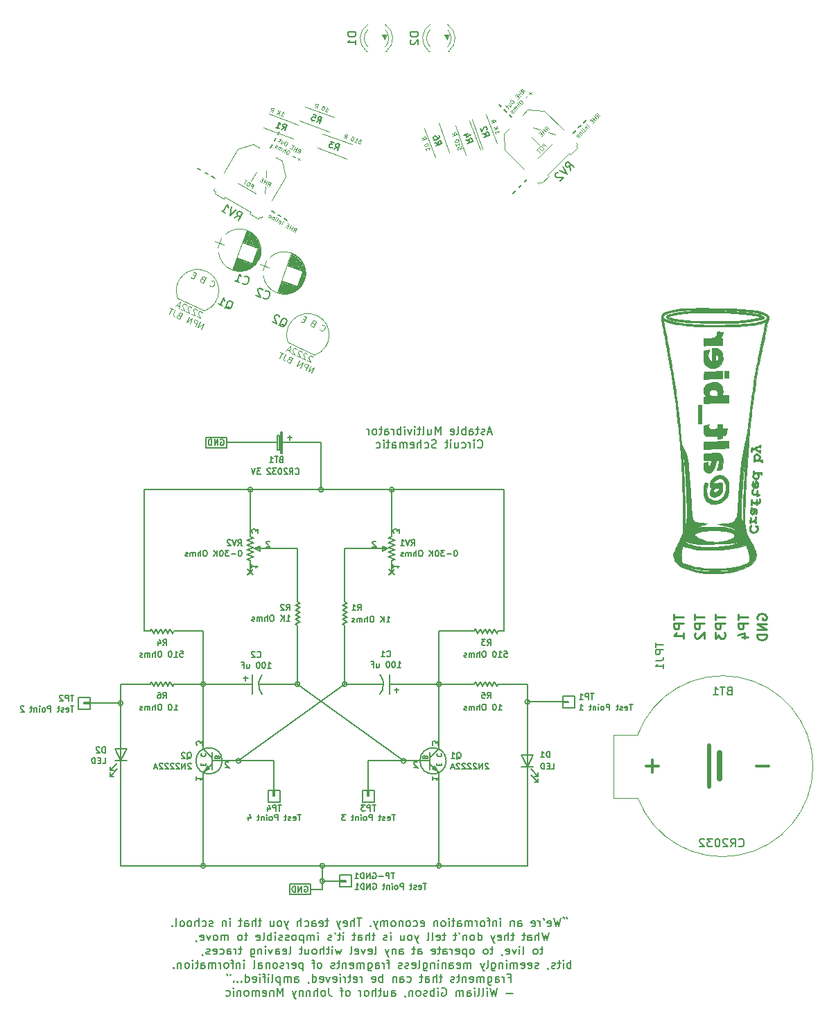
<source format=gbo>
G04 #@! TF.GenerationSoftware,KiCad,Pcbnew,(5.1.9)-1*
G04 #@! TF.CreationDate,2021-10-05T22:25:52-05:00*
G04 #@! TF.ProjectId,astable_badge,61737461-626c-4655-9f62-616467652e6b,1*
G04 #@! TF.SameCoordinates,Original*
G04 #@! TF.FileFunction,Legend,Bot*
G04 #@! TF.FilePolarity,Positive*
%FSLAX46Y46*%
G04 Gerber Fmt 4.6, Leading zero omitted, Abs format (unit mm)*
G04 Created by KiCad (PCBNEW (5.1.9)-1) date 2021-10-05 22:25:52*
%MOMM*%
%LPD*%
G01*
G04 APERTURE LIST*
%ADD10C,0.250000*%
%ADD11C,0.200000*%
%ADD12C,0.150000*%
%ADD13C,0.010000*%
%ADD14C,0.700000*%
%ADD15C,0.500000*%
%ADD16C,0.120000*%
%ADD17C,0.100000*%
%ADD18C,0.005000*%
%ADD19C,0.300000*%
G04 APERTURE END LIST*
D10*
X185582000Y-106781714D02*
X185524857Y-106667428D01*
X185524857Y-106496000D01*
X185582000Y-106324571D01*
X185696285Y-106210285D01*
X185810571Y-106153142D01*
X186039142Y-106096000D01*
X186210571Y-106096000D01*
X186439142Y-106153142D01*
X186553428Y-106210285D01*
X186667714Y-106324571D01*
X186724857Y-106496000D01*
X186724857Y-106610285D01*
X186667714Y-106781714D01*
X186610571Y-106838857D01*
X186210571Y-106838857D01*
X186210571Y-106610285D01*
X186724857Y-107353142D02*
X185524857Y-107353142D01*
X186724857Y-108038857D01*
X185524857Y-108038857D01*
X186724857Y-108610285D02*
X185524857Y-108610285D01*
X185524857Y-108896000D01*
X185582000Y-109067428D01*
X185696285Y-109181714D01*
X185810571Y-109238857D01*
X186039142Y-109296000D01*
X186210571Y-109296000D01*
X186439142Y-109238857D01*
X186553428Y-109181714D01*
X186667714Y-109067428D01*
X186724857Y-108896000D01*
X186724857Y-108610285D01*
X183238857Y-106181714D02*
X183238857Y-106867428D01*
X184438857Y-106524571D02*
X183238857Y-106524571D01*
X184438857Y-107267428D02*
X183238857Y-107267428D01*
X183238857Y-107724571D01*
X183296000Y-107838857D01*
X183353142Y-107896000D01*
X183467428Y-107953142D01*
X183638857Y-107953142D01*
X183753142Y-107896000D01*
X183810285Y-107838857D01*
X183867428Y-107724571D01*
X183867428Y-107267428D01*
X183638857Y-108981714D02*
X184438857Y-108981714D01*
X183181714Y-108696000D02*
X184038857Y-108410285D01*
X184038857Y-109153142D01*
X180444857Y-106181714D02*
X180444857Y-106867428D01*
X181644857Y-106524571D02*
X180444857Y-106524571D01*
X181644857Y-107267428D02*
X180444857Y-107267428D01*
X180444857Y-107724571D01*
X180502000Y-107838857D01*
X180559142Y-107896000D01*
X180673428Y-107953142D01*
X180844857Y-107953142D01*
X180959142Y-107896000D01*
X181016285Y-107838857D01*
X181073428Y-107724571D01*
X181073428Y-107267428D01*
X180444857Y-108353142D02*
X180444857Y-109096000D01*
X180902000Y-108696000D01*
X180902000Y-108867428D01*
X180959142Y-108981714D01*
X181016285Y-109038857D01*
X181130571Y-109096000D01*
X181416285Y-109096000D01*
X181530571Y-109038857D01*
X181587714Y-108981714D01*
X181644857Y-108867428D01*
X181644857Y-108524571D01*
X181587714Y-108410285D01*
X181530571Y-108353142D01*
X177904857Y-106181714D02*
X177904857Y-106867428D01*
X179104857Y-106524571D02*
X177904857Y-106524571D01*
X179104857Y-107267428D02*
X177904857Y-107267428D01*
X177904857Y-107724571D01*
X177962000Y-107838857D01*
X178019142Y-107896000D01*
X178133428Y-107953142D01*
X178304857Y-107953142D01*
X178419142Y-107896000D01*
X178476285Y-107838857D01*
X178533428Y-107724571D01*
X178533428Y-107267428D01*
X178019142Y-108410285D02*
X177962000Y-108467428D01*
X177904857Y-108581714D01*
X177904857Y-108867428D01*
X177962000Y-108981714D01*
X178019142Y-109038857D01*
X178133428Y-109096000D01*
X178247714Y-109096000D01*
X178419142Y-109038857D01*
X179104857Y-108353142D01*
X179104857Y-109096000D01*
X175364857Y-106181714D02*
X175364857Y-106867428D01*
X176564857Y-106524571D02*
X175364857Y-106524571D01*
X176564857Y-107267428D02*
X175364857Y-107267428D01*
X175364857Y-107724571D01*
X175422000Y-107838857D01*
X175479142Y-107896000D01*
X175593428Y-107953142D01*
X175764857Y-107953142D01*
X175879142Y-107896000D01*
X175936285Y-107838857D01*
X175993428Y-107724571D01*
X175993428Y-107267428D01*
X176564857Y-109096000D02*
X176564857Y-108410285D01*
X176564857Y-108753142D02*
X175364857Y-108753142D01*
X175536285Y-108638857D01*
X175650571Y-108524571D01*
X175707714Y-108410285D01*
D11*
X161961714Y-143332000D02*
X161961714Y-143284380D01*
X161914095Y-143189142D01*
X161866476Y-143141523D01*
X162342666Y-143332000D02*
X162342666Y-143284380D01*
X162295047Y-143189142D01*
X162247428Y-143141523D01*
X161580761Y-143284380D02*
X161342666Y-144284380D01*
X161152190Y-143570095D01*
X160961714Y-144284380D01*
X160723619Y-143284380D01*
X159961714Y-144236761D02*
X160056952Y-144284380D01*
X160247428Y-144284380D01*
X160342666Y-144236761D01*
X160390285Y-144141523D01*
X160390285Y-143760571D01*
X160342666Y-143665333D01*
X160247428Y-143617714D01*
X160056952Y-143617714D01*
X159961714Y-143665333D01*
X159914095Y-143760571D01*
X159914095Y-143855809D01*
X160390285Y-143951047D01*
X159437904Y-143284380D02*
X159533142Y-143474857D01*
X159009333Y-144284380D02*
X159009333Y-143617714D01*
X159009333Y-143808190D02*
X158961714Y-143712952D01*
X158914095Y-143665333D01*
X158818857Y-143617714D01*
X158723619Y-143617714D01*
X158009333Y-144236761D02*
X158104571Y-144284380D01*
X158295047Y-144284380D01*
X158390285Y-144236761D01*
X158437904Y-144141523D01*
X158437904Y-143760571D01*
X158390285Y-143665333D01*
X158295047Y-143617714D01*
X158104571Y-143617714D01*
X158009333Y-143665333D01*
X157961714Y-143760571D01*
X157961714Y-143855809D01*
X158437904Y-143951047D01*
X156342666Y-144284380D02*
X156342666Y-143760571D01*
X156390285Y-143665333D01*
X156485523Y-143617714D01*
X156676000Y-143617714D01*
X156771238Y-143665333D01*
X156342666Y-144236761D02*
X156437904Y-144284380D01*
X156676000Y-144284380D01*
X156771238Y-144236761D01*
X156818857Y-144141523D01*
X156818857Y-144046285D01*
X156771238Y-143951047D01*
X156676000Y-143903428D01*
X156437904Y-143903428D01*
X156342666Y-143855809D01*
X155866476Y-143617714D02*
X155866476Y-144284380D01*
X155866476Y-143712952D02*
X155818857Y-143665333D01*
X155723619Y-143617714D01*
X155580761Y-143617714D01*
X155485523Y-143665333D01*
X155437904Y-143760571D01*
X155437904Y-144284380D01*
X154199809Y-144284380D02*
X154199809Y-143617714D01*
X154199809Y-143284380D02*
X154247428Y-143332000D01*
X154199809Y-143379619D01*
X154152190Y-143332000D01*
X154199809Y-143284380D01*
X154199809Y-143379619D01*
X153723619Y-143617714D02*
X153723619Y-144284380D01*
X153723619Y-143712952D02*
X153676000Y-143665333D01*
X153580761Y-143617714D01*
X153437904Y-143617714D01*
X153342666Y-143665333D01*
X153295047Y-143760571D01*
X153295047Y-144284380D01*
X152961714Y-143617714D02*
X152580761Y-143617714D01*
X152818857Y-144284380D02*
X152818857Y-143427238D01*
X152771238Y-143332000D01*
X152676000Y-143284380D01*
X152580761Y-143284380D01*
X152104571Y-144284380D02*
X152199809Y-144236761D01*
X152247428Y-144189142D01*
X152295047Y-144093904D01*
X152295047Y-143808190D01*
X152247428Y-143712952D01*
X152199809Y-143665333D01*
X152104571Y-143617714D01*
X151961714Y-143617714D01*
X151866476Y-143665333D01*
X151818857Y-143712952D01*
X151771238Y-143808190D01*
X151771238Y-144093904D01*
X151818857Y-144189142D01*
X151866476Y-144236761D01*
X151961714Y-144284380D01*
X152104571Y-144284380D01*
X151342666Y-144284380D02*
X151342666Y-143617714D01*
X151342666Y-143808190D02*
X151295047Y-143712952D01*
X151247428Y-143665333D01*
X151152190Y-143617714D01*
X151056952Y-143617714D01*
X150723619Y-144284380D02*
X150723619Y-143617714D01*
X150723619Y-143712952D02*
X150676000Y-143665333D01*
X150580761Y-143617714D01*
X150437904Y-143617714D01*
X150342666Y-143665333D01*
X150295047Y-143760571D01*
X150295047Y-144284380D01*
X150295047Y-143760571D02*
X150247428Y-143665333D01*
X150152190Y-143617714D01*
X150009333Y-143617714D01*
X149914095Y-143665333D01*
X149866476Y-143760571D01*
X149866476Y-144284380D01*
X148961714Y-144284380D02*
X148961714Y-143760571D01*
X149009333Y-143665333D01*
X149104571Y-143617714D01*
X149295047Y-143617714D01*
X149390285Y-143665333D01*
X148961714Y-144236761D02*
X149056952Y-144284380D01*
X149295047Y-144284380D01*
X149390285Y-144236761D01*
X149437904Y-144141523D01*
X149437904Y-144046285D01*
X149390285Y-143951047D01*
X149295047Y-143903428D01*
X149056952Y-143903428D01*
X148961714Y-143855809D01*
X148628380Y-143617714D02*
X148247428Y-143617714D01*
X148485523Y-143284380D02*
X148485523Y-144141523D01*
X148437904Y-144236761D01*
X148342666Y-144284380D01*
X148247428Y-144284380D01*
X147914095Y-144284380D02*
X147914095Y-143617714D01*
X147914095Y-143284380D02*
X147961714Y-143332000D01*
X147914095Y-143379619D01*
X147866476Y-143332000D01*
X147914095Y-143284380D01*
X147914095Y-143379619D01*
X147295047Y-144284380D02*
X147390285Y-144236761D01*
X147437904Y-144189142D01*
X147485523Y-144093904D01*
X147485523Y-143808190D01*
X147437904Y-143712952D01*
X147390285Y-143665333D01*
X147295047Y-143617714D01*
X147152190Y-143617714D01*
X147056952Y-143665333D01*
X147009333Y-143712952D01*
X146961714Y-143808190D01*
X146961714Y-144093904D01*
X147009333Y-144189142D01*
X147056952Y-144236761D01*
X147152190Y-144284380D01*
X147295047Y-144284380D01*
X146533142Y-143617714D02*
X146533142Y-144284380D01*
X146533142Y-143712952D02*
X146485523Y-143665333D01*
X146390285Y-143617714D01*
X146247428Y-143617714D01*
X146152190Y-143665333D01*
X146104571Y-143760571D01*
X146104571Y-144284380D01*
X144485523Y-144236761D02*
X144580761Y-144284380D01*
X144771238Y-144284380D01*
X144866476Y-144236761D01*
X144914095Y-144141523D01*
X144914095Y-143760571D01*
X144866476Y-143665333D01*
X144771238Y-143617714D01*
X144580761Y-143617714D01*
X144485523Y-143665333D01*
X144437904Y-143760571D01*
X144437904Y-143855809D01*
X144914095Y-143951047D01*
X143580761Y-144236761D02*
X143676000Y-144284380D01*
X143866476Y-144284380D01*
X143961714Y-144236761D01*
X144009333Y-144189142D01*
X144056952Y-144093904D01*
X144056952Y-143808190D01*
X144009333Y-143712952D01*
X143961714Y-143665333D01*
X143866476Y-143617714D01*
X143676000Y-143617714D01*
X143580761Y-143665333D01*
X143009333Y-144284380D02*
X143104571Y-144236761D01*
X143152190Y-144189142D01*
X143199809Y-144093904D01*
X143199809Y-143808190D01*
X143152190Y-143712952D01*
X143104571Y-143665333D01*
X143009333Y-143617714D01*
X142866476Y-143617714D01*
X142771238Y-143665333D01*
X142723619Y-143712952D01*
X142676000Y-143808190D01*
X142676000Y-144093904D01*
X142723619Y-144189142D01*
X142771238Y-144236761D01*
X142866476Y-144284380D01*
X143009333Y-144284380D01*
X142247428Y-143617714D02*
X142247428Y-144284380D01*
X142247428Y-143712952D02*
X142199809Y-143665333D01*
X142104571Y-143617714D01*
X141961714Y-143617714D01*
X141866476Y-143665333D01*
X141818857Y-143760571D01*
X141818857Y-144284380D01*
X141199809Y-144284380D02*
X141295047Y-144236761D01*
X141342666Y-144189142D01*
X141390285Y-144093904D01*
X141390285Y-143808190D01*
X141342666Y-143712952D01*
X141295047Y-143665333D01*
X141199809Y-143617714D01*
X141056952Y-143617714D01*
X140961714Y-143665333D01*
X140914095Y-143712952D01*
X140866476Y-143808190D01*
X140866476Y-144093904D01*
X140914095Y-144189142D01*
X140961714Y-144236761D01*
X141056952Y-144284380D01*
X141199809Y-144284380D01*
X140437904Y-144284380D02*
X140437904Y-143617714D01*
X140437904Y-143712952D02*
X140390285Y-143665333D01*
X140295047Y-143617714D01*
X140152190Y-143617714D01*
X140056952Y-143665333D01*
X140009333Y-143760571D01*
X140009333Y-144284380D01*
X140009333Y-143760571D02*
X139961714Y-143665333D01*
X139866476Y-143617714D01*
X139723619Y-143617714D01*
X139628380Y-143665333D01*
X139580761Y-143760571D01*
X139580761Y-144284380D01*
X139199809Y-143617714D02*
X138961714Y-144284380D01*
X138723619Y-143617714D02*
X138961714Y-144284380D01*
X139056952Y-144522476D01*
X139104571Y-144570095D01*
X139199809Y-144617714D01*
X138342666Y-144189142D02*
X138295047Y-144236761D01*
X138342666Y-144284380D01*
X138390285Y-144236761D01*
X138342666Y-144189142D01*
X138342666Y-144284380D01*
X137247428Y-143284380D02*
X136676000Y-143284380D01*
X136961714Y-144284380D02*
X136961714Y-143284380D01*
X136342666Y-144284380D02*
X136342666Y-143284380D01*
X135914095Y-144284380D02*
X135914095Y-143760571D01*
X135961714Y-143665333D01*
X136056952Y-143617714D01*
X136199809Y-143617714D01*
X136295047Y-143665333D01*
X136342666Y-143712952D01*
X135056952Y-144236761D02*
X135152190Y-144284380D01*
X135342666Y-144284380D01*
X135437904Y-144236761D01*
X135485523Y-144141523D01*
X135485523Y-143760571D01*
X135437904Y-143665333D01*
X135342666Y-143617714D01*
X135152190Y-143617714D01*
X135056952Y-143665333D01*
X135009333Y-143760571D01*
X135009333Y-143855809D01*
X135485523Y-143951047D01*
X134676000Y-143617714D02*
X134437904Y-144284380D01*
X134199809Y-143617714D02*
X134437904Y-144284380D01*
X134533142Y-144522476D01*
X134580761Y-144570095D01*
X134676000Y-144617714D01*
X133199809Y-143617714D02*
X132818857Y-143617714D01*
X133056952Y-143284380D02*
X133056952Y-144141523D01*
X133009333Y-144236761D01*
X132914095Y-144284380D01*
X132818857Y-144284380D01*
X132104571Y-144236761D02*
X132199809Y-144284380D01*
X132390285Y-144284380D01*
X132485523Y-144236761D01*
X132533142Y-144141523D01*
X132533142Y-143760571D01*
X132485523Y-143665333D01*
X132390285Y-143617714D01*
X132199809Y-143617714D01*
X132104571Y-143665333D01*
X132056952Y-143760571D01*
X132056952Y-143855809D01*
X132533142Y-143951047D01*
X131199809Y-144284380D02*
X131199809Y-143760571D01*
X131247428Y-143665333D01*
X131342666Y-143617714D01*
X131533142Y-143617714D01*
X131628380Y-143665333D01*
X131199809Y-144236761D02*
X131295047Y-144284380D01*
X131533142Y-144284380D01*
X131628380Y-144236761D01*
X131676000Y-144141523D01*
X131676000Y-144046285D01*
X131628380Y-143951047D01*
X131533142Y-143903428D01*
X131295047Y-143903428D01*
X131199809Y-143855809D01*
X130295047Y-144236761D02*
X130390285Y-144284380D01*
X130580761Y-144284380D01*
X130676000Y-144236761D01*
X130723619Y-144189142D01*
X130771238Y-144093904D01*
X130771238Y-143808190D01*
X130723619Y-143712952D01*
X130676000Y-143665333D01*
X130580761Y-143617714D01*
X130390285Y-143617714D01*
X130295047Y-143665333D01*
X129866476Y-144284380D02*
X129866476Y-143284380D01*
X129437904Y-144284380D02*
X129437904Y-143760571D01*
X129485523Y-143665333D01*
X129580761Y-143617714D01*
X129723619Y-143617714D01*
X129818857Y-143665333D01*
X129866476Y-143712952D01*
X128295047Y-143617714D02*
X128056952Y-144284380D01*
X127818857Y-143617714D02*
X128056952Y-144284380D01*
X128152190Y-144522476D01*
X128199809Y-144570095D01*
X128295047Y-144617714D01*
X127295047Y-144284380D02*
X127390285Y-144236761D01*
X127437904Y-144189142D01*
X127485523Y-144093904D01*
X127485523Y-143808190D01*
X127437904Y-143712952D01*
X127390285Y-143665333D01*
X127295047Y-143617714D01*
X127152190Y-143617714D01*
X127056952Y-143665333D01*
X127009333Y-143712952D01*
X126961714Y-143808190D01*
X126961714Y-144093904D01*
X127009333Y-144189142D01*
X127056952Y-144236761D01*
X127152190Y-144284380D01*
X127295047Y-144284380D01*
X126104571Y-143617714D02*
X126104571Y-144284380D01*
X126533142Y-143617714D02*
X126533142Y-144141523D01*
X126485523Y-144236761D01*
X126390285Y-144284380D01*
X126247428Y-144284380D01*
X126152190Y-144236761D01*
X126104571Y-144189142D01*
X125009333Y-143617714D02*
X124628380Y-143617714D01*
X124866476Y-143284380D02*
X124866476Y-144141523D01*
X124818857Y-144236761D01*
X124723619Y-144284380D01*
X124628380Y-144284380D01*
X124295047Y-144284380D02*
X124295047Y-143284380D01*
X123866476Y-144284380D02*
X123866476Y-143760571D01*
X123914095Y-143665333D01*
X124009333Y-143617714D01*
X124152190Y-143617714D01*
X124247428Y-143665333D01*
X124295047Y-143712952D01*
X122961714Y-144284380D02*
X122961714Y-143760571D01*
X123009333Y-143665333D01*
X123104571Y-143617714D01*
X123295047Y-143617714D01*
X123390285Y-143665333D01*
X122961714Y-144236761D02*
X123056952Y-144284380D01*
X123295047Y-144284380D01*
X123390285Y-144236761D01*
X123437904Y-144141523D01*
X123437904Y-144046285D01*
X123390285Y-143951047D01*
X123295047Y-143903428D01*
X123056952Y-143903428D01*
X122961714Y-143855809D01*
X122628380Y-143617714D02*
X122247428Y-143617714D01*
X122485523Y-143284380D02*
X122485523Y-144141523D01*
X122437904Y-144236761D01*
X122342666Y-144284380D01*
X122247428Y-144284380D01*
X121152190Y-144284380D02*
X121152190Y-143617714D01*
X121152190Y-143284380D02*
X121199809Y-143332000D01*
X121152190Y-143379619D01*
X121104571Y-143332000D01*
X121152190Y-143284380D01*
X121152190Y-143379619D01*
X120676000Y-143617714D02*
X120676000Y-144284380D01*
X120676000Y-143712952D02*
X120628380Y-143665333D01*
X120533142Y-143617714D01*
X120390285Y-143617714D01*
X120295047Y-143665333D01*
X120247428Y-143760571D01*
X120247428Y-144284380D01*
X119056952Y-144236761D02*
X118961714Y-144284380D01*
X118771238Y-144284380D01*
X118676000Y-144236761D01*
X118628380Y-144141523D01*
X118628380Y-144093904D01*
X118676000Y-143998666D01*
X118771238Y-143951047D01*
X118914095Y-143951047D01*
X119009333Y-143903428D01*
X119056952Y-143808190D01*
X119056952Y-143760571D01*
X119009333Y-143665333D01*
X118914095Y-143617714D01*
X118771238Y-143617714D01*
X118676000Y-143665333D01*
X117771238Y-144236761D02*
X117866476Y-144284380D01*
X118056952Y-144284380D01*
X118152190Y-144236761D01*
X118199809Y-144189142D01*
X118247428Y-144093904D01*
X118247428Y-143808190D01*
X118199809Y-143712952D01*
X118152190Y-143665333D01*
X118056952Y-143617714D01*
X117866476Y-143617714D01*
X117771238Y-143665333D01*
X117342666Y-144284380D02*
X117342666Y-143284380D01*
X116914095Y-144284380D02*
X116914095Y-143760571D01*
X116961714Y-143665333D01*
X117056952Y-143617714D01*
X117199809Y-143617714D01*
X117295047Y-143665333D01*
X117342666Y-143712952D01*
X116295047Y-144284380D02*
X116390285Y-144236761D01*
X116437904Y-144189142D01*
X116485523Y-144093904D01*
X116485523Y-143808190D01*
X116437904Y-143712952D01*
X116390285Y-143665333D01*
X116295047Y-143617714D01*
X116152190Y-143617714D01*
X116056952Y-143665333D01*
X116009333Y-143712952D01*
X115961714Y-143808190D01*
X115961714Y-144093904D01*
X116009333Y-144189142D01*
X116056952Y-144236761D01*
X116152190Y-144284380D01*
X116295047Y-144284380D01*
X115390285Y-144284380D02*
X115485523Y-144236761D01*
X115533142Y-144189142D01*
X115580761Y-144093904D01*
X115580761Y-143808190D01*
X115533142Y-143712952D01*
X115485523Y-143665333D01*
X115390285Y-143617714D01*
X115247428Y-143617714D01*
X115152190Y-143665333D01*
X115104571Y-143712952D01*
X115056952Y-143808190D01*
X115056952Y-144093904D01*
X115104571Y-144189142D01*
X115152190Y-144236761D01*
X115247428Y-144284380D01*
X115390285Y-144284380D01*
X114485523Y-144284380D02*
X114580761Y-144236761D01*
X114628380Y-144141523D01*
X114628380Y-143284380D01*
X114104571Y-144189142D02*
X114056952Y-144236761D01*
X114104571Y-144284380D01*
X114152190Y-144236761D01*
X114104571Y-144189142D01*
X114104571Y-144284380D01*
X160128380Y-144984380D02*
X159890285Y-145984380D01*
X159699809Y-145270095D01*
X159509333Y-145984380D01*
X159271238Y-144984380D01*
X158890285Y-145984380D02*
X158890285Y-144984380D01*
X158461714Y-145984380D02*
X158461714Y-145460571D01*
X158509333Y-145365333D01*
X158604571Y-145317714D01*
X158747428Y-145317714D01*
X158842666Y-145365333D01*
X158890285Y-145412952D01*
X157556952Y-145984380D02*
X157556952Y-145460571D01*
X157604571Y-145365333D01*
X157699809Y-145317714D01*
X157890285Y-145317714D01*
X157985523Y-145365333D01*
X157556952Y-145936761D02*
X157652190Y-145984380D01*
X157890285Y-145984380D01*
X157985523Y-145936761D01*
X158033142Y-145841523D01*
X158033142Y-145746285D01*
X157985523Y-145651047D01*
X157890285Y-145603428D01*
X157652190Y-145603428D01*
X157556952Y-145555809D01*
X157223619Y-145317714D02*
X156842666Y-145317714D01*
X157080761Y-144984380D02*
X157080761Y-145841523D01*
X157033142Y-145936761D01*
X156937904Y-145984380D01*
X156842666Y-145984380D01*
X155890285Y-145317714D02*
X155509333Y-145317714D01*
X155747428Y-144984380D02*
X155747428Y-145841523D01*
X155699809Y-145936761D01*
X155604571Y-145984380D01*
X155509333Y-145984380D01*
X155176000Y-145984380D02*
X155176000Y-144984380D01*
X154747428Y-145984380D02*
X154747428Y-145460571D01*
X154795047Y-145365333D01*
X154890285Y-145317714D01*
X155033142Y-145317714D01*
X155128380Y-145365333D01*
X155176000Y-145412952D01*
X153890285Y-145936761D02*
X153985523Y-145984380D01*
X154176000Y-145984380D01*
X154271238Y-145936761D01*
X154318857Y-145841523D01*
X154318857Y-145460571D01*
X154271238Y-145365333D01*
X154176000Y-145317714D01*
X153985523Y-145317714D01*
X153890285Y-145365333D01*
X153842666Y-145460571D01*
X153842666Y-145555809D01*
X154318857Y-145651047D01*
X153509333Y-145317714D02*
X153271238Y-145984380D01*
X153033142Y-145317714D02*
X153271238Y-145984380D01*
X153366476Y-146222476D01*
X153414095Y-146270095D01*
X153509333Y-146317714D01*
X151461714Y-145984380D02*
X151461714Y-144984380D01*
X151461714Y-145936761D02*
X151556952Y-145984380D01*
X151747428Y-145984380D01*
X151842666Y-145936761D01*
X151890285Y-145889142D01*
X151937904Y-145793904D01*
X151937904Y-145508190D01*
X151890285Y-145412952D01*
X151842666Y-145365333D01*
X151747428Y-145317714D01*
X151556952Y-145317714D01*
X151461714Y-145365333D01*
X150842666Y-145984380D02*
X150937904Y-145936761D01*
X150985523Y-145889142D01*
X151033142Y-145793904D01*
X151033142Y-145508190D01*
X150985523Y-145412952D01*
X150937904Y-145365333D01*
X150842666Y-145317714D01*
X150699809Y-145317714D01*
X150604571Y-145365333D01*
X150556952Y-145412952D01*
X150509333Y-145508190D01*
X150509333Y-145793904D01*
X150556952Y-145889142D01*
X150604571Y-145936761D01*
X150699809Y-145984380D01*
X150842666Y-145984380D01*
X150080761Y-145317714D02*
X150080761Y-145984380D01*
X150080761Y-145412952D02*
X150033142Y-145365333D01*
X149937904Y-145317714D01*
X149795047Y-145317714D01*
X149699809Y-145365333D01*
X149652190Y-145460571D01*
X149652190Y-145984380D01*
X149128380Y-144984380D02*
X149223619Y-145174857D01*
X148842666Y-145317714D02*
X148461714Y-145317714D01*
X148699809Y-144984380D02*
X148699809Y-145841523D01*
X148652190Y-145936761D01*
X148556952Y-145984380D01*
X148461714Y-145984380D01*
X147509333Y-145317714D02*
X147128380Y-145317714D01*
X147366476Y-144984380D02*
X147366476Y-145841523D01*
X147318857Y-145936761D01*
X147223619Y-145984380D01*
X147128380Y-145984380D01*
X146414095Y-145936761D02*
X146509333Y-145984380D01*
X146699809Y-145984380D01*
X146795047Y-145936761D01*
X146842666Y-145841523D01*
X146842666Y-145460571D01*
X146795047Y-145365333D01*
X146699809Y-145317714D01*
X146509333Y-145317714D01*
X146414095Y-145365333D01*
X146366476Y-145460571D01*
X146366476Y-145555809D01*
X146842666Y-145651047D01*
X145795047Y-145984380D02*
X145890285Y-145936761D01*
X145937904Y-145841523D01*
X145937904Y-144984380D01*
X145271238Y-145984380D02*
X145366476Y-145936761D01*
X145414095Y-145841523D01*
X145414095Y-144984380D01*
X144223619Y-145317714D02*
X143985523Y-145984380D01*
X143747428Y-145317714D02*
X143985523Y-145984380D01*
X144080761Y-146222476D01*
X144128380Y-146270095D01*
X144223619Y-146317714D01*
X143223619Y-145984380D02*
X143318857Y-145936761D01*
X143366476Y-145889142D01*
X143414095Y-145793904D01*
X143414095Y-145508190D01*
X143366476Y-145412952D01*
X143318857Y-145365333D01*
X143223619Y-145317714D01*
X143080761Y-145317714D01*
X142985523Y-145365333D01*
X142937904Y-145412952D01*
X142890285Y-145508190D01*
X142890285Y-145793904D01*
X142937904Y-145889142D01*
X142985523Y-145936761D01*
X143080761Y-145984380D01*
X143223619Y-145984380D01*
X142033142Y-145317714D02*
X142033142Y-145984380D01*
X142461714Y-145317714D02*
X142461714Y-145841523D01*
X142414095Y-145936761D01*
X142318857Y-145984380D01*
X142176000Y-145984380D01*
X142080761Y-145936761D01*
X142033142Y-145889142D01*
X140795047Y-145984380D02*
X140795047Y-145317714D01*
X140795047Y-144984380D02*
X140842666Y-145032000D01*
X140795047Y-145079619D01*
X140747428Y-145032000D01*
X140795047Y-144984380D01*
X140795047Y-145079619D01*
X140366476Y-145936761D02*
X140271238Y-145984380D01*
X140080761Y-145984380D01*
X139985523Y-145936761D01*
X139937904Y-145841523D01*
X139937904Y-145793904D01*
X139985523Y-145698666D01*
X140080761Y-145651047D01*
X140223619Y-145651047D01*
X140318857Y-145603428D01*
X140366476Y-145508190D01*
X140366476Y-145460571D01*
X140318857Y-145365333D01*
X140223619Y-145317714D01*
X140080761Y-145317714D01*
X139985523Y-145365333D01*
X138890285Y-145317714D02*
X138509333Y-145317714D01*
X138747428Y-144984380D02*
X138747428Y-145841523D01*
X138699809Y-145936761D01*
X138604571Y-145984380D01*
X138509333Y-145984380D01*
X138176000Y-145984380D02*
X138176000Y-144984380D01*
X137747428Y-145984380D02*
X137747428Y-145460571D01*
X137795047Y-145365333D01*
X137890285Y-145317714D01*
X138033142Y-145317714D01*
X138128380Y-145365333D01*
X138176000Y-145412952D01*
X136842666Y-145984380D02*
X136842666Y-145460571D01*
X136890285Y-145365333D01*
X136985523Y-145317714D01*
X137176000Y-145317714D01*
X137271238Y-145365333D01*
X136842666Y-145936761D02*
X136937904Y-145984380D01*
X137176000Y-145984380D01*
X137271238Y-145936761D01*
X137318857Y-145841523D01*
X137318857Y-145746285D01*
X137271238Y-145651047D01*
X137176000Y-145603428D01*
X136937904Y-145603428D01*
X136842666Y-145555809D01*
X136509333Y-145317714D02*
X136128380Y-145317714D01*
X136366476Y-144984380D02*
X136366476Y-145841523D01*
X136318857Y-145936761D01*
X136223619Y-145984380D01*
X136128380Y-145984380D01*
X135033142Y-145984380D02*
X135033142Y-145317714D01*
X135033142Y-144984380D02*
X135080761Y-145032000D01*
X135033142Y-145079619D01*
X134985523Y-145032000D01*
X135033142Y-144984380D01*
X135033142Y-145079619D01*
X134699809Y-145317714D02*
X134318857Y-145317714D01*
X134556952Y-144984380D02*
X134556952Y-145841523D01*
X134509333Y-145936761D01*
X134414095Y-145984380D01*
X134318857Y-145984380D01*
X133937904Y-144984380D02*
X134033142Y-145174857D01*
X133556952Y-145936761D02*
X133461714Y-145984380D01*
X133271238Y-145984380D01*
X133176000Y-145936761D01*
X133128380Y-145841523D01*
X133128380Y-145793904D01*
X133176000Y-145698666D01*
X133271238Y-145651047D01*
X133414095Y-145651047D01*
X133509333Y-145603428D01*
X133556952Y-145508190D01*
X133556952Y-145460571D01*
X133509333Y-145365333D01*
X133414095Y-145317714D01*
X133271238Y-145317714D01*
X133176000Y-145365333D01*
X131937904Y-145984380D02*
X131937904Y-145317714D01*
X131937904Y-144984380D02*
X131985523Y-145032000D01*
X131937904Y-145079619D01*
X131890285Y-145032000D01*
X131937904Y-144984380D01*
X131937904Y-145079619D01*
X131461714Y-145984380D02*
X131461714Y-145317714D01*
X131461714Y-145412952D02*
X131414095Y-145365333D01*
X131318857Y-145317714D01*
X131176000Y-145317714D01*
X131080761Y-145365333D01*
X131033142Y-145460571D01*
X131033142Y-145984380D01*
X131033142Y-145460571D02*
X130985523Y-145365333D01*
X130890285Y-145317714D01*
X130747428Y-145317714D01*
X130652190Y-145365333D01*
X130604571Y-145460571D01*
X130604571Y-145984380D01*
X130128380Y-145317714D02*
X130128380Y-146317714D01*
X130128380Y-145365333D02*
X130033142Y-145317714D01*
X129842666Y-145317714D01*
X129747428Y-145365333D01*
X129699809Y-145412952D01*
X129652190Y-145508190D01*
X129652190Y-145793904D01*
X129699809Y-145889142D01*
X129747428Y-145936761D01*
X129842666Y-145984380D01*
X130033142Y-145984380D01*
X130128380Y-145936761D01*
X129080761Y-145984380D02*
X129176000Y-145936761D01*
X129223619Y-145889142D01*
X129271238Y-145793904D01*
X129271238Y-145508190D01*
X129223619Y-145412952D01*
X129176000Y-145365333D01*
X129080761Y-145317714D01*
X128937904Y-145317714D01*
X128842666Y-145365333D01*
X128795047Y-145412952D01*
X128747428Y-145508190D01*
X128747428Y-145793904D01*
X128795047Y-145889142D01*
X128842666Y-145936761D01*
X128937904Y-145984380D01*
X129080761Y-145984380D01*
X128366476Y-145936761D02*
X128271238Y-145984380D01*
X128080761Y-145984380D01*
X127985523Y-145936761D01*
X127937904Y-145841523D01*
X127937904Y-145793904D01*
X127985523Y-145698666D01*
X128080761Y-145651047D01*
X128223619Y-145651047D01*
X128318857Y-145603428D01*
X128366476Y-145508190D01*
X128366476Y-145460571D01*
X128318857Y-145365333D01*
X128223619Y-145317714D01*
X128080761Y-145317714D01*
X127985523Y-145365333D01*
X127556952Y-145936761D02*
X127461714Y-145984380D01*
X127271238Y-145984380D01*
X127176000Y-145936761D01*
X127128380Y-145841523D01*
X127128380Y-145793904D01*
X127176000Y-145698666D01*
X127271238Y-145651047D01*
X127414095Y-145651047D01*
X127509333Y-145603428D01*
X127556952Y-145508190D01*
X127556952Y-145460571D01*
X127509333Y-145365333D01*
X127414095Y-145317714D01*
X127271238Y-145317714D01*
X127176000Y-145365333D01*
X126699809Y-145984380D02*
X126699809Y-145317714D01*
X126699809Y-144984380D02*
X126747428Y-145032000D01*
X126699809Y-145079619D01*
X126652190Y-145032000D01*
X126699809Y-144984380D01*
X126699809Y-145079619D01*
X126223619Y-145984380D02*
X126223619Y-144984380D01*
X126223619Y-145365333D02*
X126128380Y-145317714D01*
X125937904Y-145317714D01*
X125842666Y-145365333D01*
X125795047Y-145412952D01*
X125747428Y-145508190D01*
X125747428Y-145793904D01*
X125795047Y-145889142D01*
X125842666Y-145936761D01*
X125937904Y-145984380D01*
X126128380Y-145984380D01*
X126223619Y-145936761D01*
X125176000Y-145984380D02*
X125271238Y-145936761D01*
X125318857Y-145841523D01*
X125318857Y-144984380D01*
X124414095Y-145936761D02*
X124509333Y-145984380D01*
X124699809Y-145984380D01*
X124795047Y-145936761D01*
X124842666Y-145841523D01*
X124842666Y-145460571D01*
X124795047Y-145365333D01*
X124699809Y-145317714D01*
X124509333Y-145317714D01*
X124414095Y-145365333D01*
X124366476Y-145460571D01*
X124366476Y-145555809D01*
X124842666Y-145651047D01*
X123318857Y-145317714D02*
X122937904Y-145317714D01*
X123176000Y-144984380D02*
X123176000Y-145841523D01*
X123128380Y-145936761D01*
X123033142Y-145984380D01*
X122937904Y-145984380D01*
X122461714Y-145984380D02*
X122556952Y-145936761D01*
X122604571Y-145889142D01*
X122652190Y-145793904D01*
X122652190Y-145508190D01*
X122604571Y-145412952D01*
X122556952Y-145365333D01*
X122461714Y-145317714D01*
X122318857Y-145317714D01*
X122223619Y-145365333D01*
X122176000Y-145412952D01*
X122128380Y-145508190D01*
X122128380Y-145793904D01*
X122176000Y-145889142D01*
X122223619Y-145936761D01*
X122318857Y-145984380D01*
X122461714Y-145984380D01*
X120937904Y-145984380D02*
X120937904Y-145317714D01*
X120937904Y-145412952D02*
X120890285Y-145365333D01*
X120795047Y-145317714D01*
X120652190Y-145317714D01*
X120556952Y-145365333D01*
X120509333Y-145460571D01*
X120509333Y-145984380D01*
X120509333Y-145460571D02*
X120461714Y-145365333D01*
X120366476Y-145317714D01*
X120223619Y-145317714D01*
X120128380Y-145365333D01*
X120080761Y-145460571D01*
X120080761Y-145984380D01*
X119461714Y-145984380D02*
X119556952Y-145936761D01*
X119604571Y-145889142D01*
X119652190Y-145793904D01*
X119652190Y-145508190D01*
X119604571Y-145412952D01*
X119556952Y-145365333D01*
X119461714Y-145317714D01*
X119318857Y-145317714D01*
X119223619Y-145365333D01*
X119176000Y-145412952D01*
X119128380Y-145508190D01*
X119128380Y-145793904D01*
X119176000Y-145889142D01*
X119223619Y-145936761D01*
X119318857Y-145984380D01*
X119461714Y-145984380D01*
X118795047Y-145317714D02*
X118556952Y-145984380D01*
X118318857Y-145317714D01*
X117556952Y-145936761D02*
X117652190Y-145984380D01*
X117842666Y-145984380D01*
X117937904Y-145936761D01*
X117985523Y-145841523D01*
X117985523Y-145460571D01*
X117937904Y-145365333D01*
X117842666Y-145317714D01*
X117652190Y-145317714D01*
X117556952Y-145365333D01*
X117509333Y-145460571D01*
X117509333Y-145555809D01*
X117985523Y-145651047D01*
X117033142Y-145936761D02*
X117033142Y-145984380D01*
X117080761Y-146079619D01*
X117128380Y-146127238D01*
X159414095Y-147017714D02*
X159033142Y-147017714D01*
X159271238Y-146684380D02*
X159271238Y-147541523D01*
X159223619Y-147636761D01*
X159128380Y-147684380D01*
X159033142Y-147684380D01*
X158556952Y-147684380D02*
X158652190Y-147636761D01*
X158699809Y-147589142D01*
X158747428Y-147493904D01*
X158747428Y-147208190D01*
X158699809Y-147112952D01*
X158652190Y-147065333D01*
X158556952Y-147017714D01*
X158414095Y-147017714D01*
X158318857Y-147065333D01*
X158271238Y-147112952D01*
X158223619Y-147208190D01*
X158223619Y-147493904D01*
X158271238Y-147589142D01*
X158318857Y-147636761D01*
X158414095Y-147684380D01*
X158556952Y-147684380D01*
X156890285Y-147684380D02*
X156985523Y-147636761D01*
X157033142Y-147541523D01*
X157033142Y-146684380D01*
X156509333Y-147684380D02*
X156509333Y-147017714D01*
X156509333Y-146684380D02*
X156556952Y-146732000D01*
X156509333Y-146779619D01*
X156461714Y-146732000D01*
X156509333Y-146684380D01*
X156509333Y-146779619D01*
X156128380Y-147017714D02*
X155890285Y-147684380D01*
X155652190Y-147017714D01*
X154890285Y-147636761D02*
X154985523Y-147684380D01*
X155176000Y-147684380D01*
X155271238Y-147636761D01*
X155318857Y-147541523D01*
X155318857Y-147160571D01*
X155271238Y-147065333D01*
X155176000Y-147017714D01*
X154985523Y-147017714D01*
X154890285Y-147065333D01*
X154842666Y-147160571D01*
X154842666Y-147255809D01*
X155318857Y-147351047D01*
X154366476Y-147636761D02*
X154366476Y-147684380D01*
X154414095Y-147779619D01*
X154461714Y-147827238D01*
X153318857Y-147017714D02*
X152937904Y-147017714D01*
X153176000Y-146684380D02*
X153176000Y-147541523D01*
X153128380Y-147636761D01*
X153033142Y-147684380D01*
X152937904Y-147684380D01*
X152461714Y-147684380D02*
X152556952Y-147636761D01*
X152604571Y-147589142D01*
X152652190Y-147493904D01*
X152652190Y-147208190D01*
X152604571Y-147112952D01*
X152556952Y-147065333D01*
X152461714Y-147017714D01*
X152318857Y-147017714D01*
X152223619Y-147065333D01*
X152176000Y-147112952D01*
X152128380Y-147208190D01*
X152128380Y-147493904D01*
X152176000Y-147589142D01*
X152223619Y-147636761D01*
X152318857Y-147684380D01*
X152461714Y-147684380D01*
X150795047Y-147684380D02*
X150890285Y-147636761D01*
X150937904Y-147589142D01*
X150985523Y-147493904D01*
X150985523Y-147208190D01*
X150937904Y-147112952D01*
X150890285Y-147065333D01*
X150795047Y-147017714D01*
X150652190Y-147017714D01*
X150556952Y-147065333D01*
X150509333Y-147112952D01*
X150461714Y-147208190D01*
X150461714Y-147493904D01*
X150509333Y-147589142D01*
X150556952Y-147636761D01*
X150652190Y-147684380D01*
X150795047Y-147684380D01*
X150033142Y-147017714D02*
X150033142Y-148017714D01*
X150033142Y-147065333D02*
X149937904Y-147017714D01*
X149747428Y-147017714D01*
X149652190Y-147065333D01*
X149604571Y-147112952D01*
X149556952Y-147208190D01*
X149556952Y-147493904D01*
X149604571Y-147589142D01*
X149652190Y-147636761D01*
X149747428Y-147684380D01*
X149937904Y-147684380D01*
X150033142Y-147636761D01*
X148747428Y-147636761D02*
X148842666Y-147684380D01*
X149033142Y-147684380D01*
X149128380Y-147636761D01*
X149176000Y-147541523D01*
X149176000Y-147160571D01*
X149128380Y-147065333D01*
X149033142Y-147017714D01*
X148842666Y-147017714D01*
X148747428Y-147065333D01*
X148699809Y-147160571D01*
X148699809Y-147255809D01*
X149176000Y-147351047D01*
X148271238Y-147684380D02*
X148271238Y-147017714D01*
X148271238Y-147208190D02*
X148223619Y-147112952D01*
X148176000Y-147065333D01*
X148080761Y-147017714D01*
X147985523Y-147017714D01*
X147223619Y-147684380D02*
X147223619Y-147160571D01*
X147271238Y-147065333D01*
X147366476Y-147017714D01*
X147556952Y-147017714D01*
X147652190Y-147065333D01*
X147223619Y-147636761D02*
X147318857Y-147684380D01*
X147556952Y-147684380D01*
X147652190Y-147636761D01*
X147699809Y-147541523D01*
X147699809Y-147446285D01*
X147652190Y-147351047D01*
X147556952Y-147303428D01*
X147318857Y-147303428D01*
X147223619Y-147255809D01*
X146890285Y-147017714D02*
X146509333Y-147017714D01*
X146747428Y-146684380D02*
X146747428Y-147541523D01*
X146699809Y-147636761D01*
X146604571Y-147684380D01*
X146509333Y-147684380D01*
X145795047Y-147636761D02*
X145890285Y-147684380D01*
X146080761Y-147684380D01*
X146176000Y-147636761D01*
X146223619Y-147541523D01*
X146223619Y-147160571D01*
X146176000Y-147065333D01*
X146080761Y-147017714D01*
X145890285Y-147017714D01*
X145795047Y-147065333D01*
X145747428Y-147160571D01*
X145747428Y-147255809D01*
X146223619Y-147351047D01*
X144128380Y-147684380D02*
X144128380Y-147160571D01*
X144176000Y-147065333D01*
X144271238Y-147017714D01*
X144461714Y-147017714D01*
X144556952Y-147065333D01*
X144128380Y-147636761D02*
X144223619Y-147684380D01*
X144461714Y-147684380D01*
X144556952Y-147636761D01*
X144604571Y-147541523D01*
X144604571Y-147446285D01*
X144556952Y-147351047D01*
X144461714Y-147303428D01*
X144223619Y-147303428D01*
X144128380Y-147255809D01*
X143795047Y-147017714D02*
X143414095Y-147017714D01*
X143652190Y-146684380D02*
X143652190Y-147541523D01*
X143604571Y-147636761D01*
X143509333Y-147684380D01*
X143414095Y-147684380D01*
X141890285Y-147684380D02*
X141890285Y-147160571D01*
X141937904Y-147065333D01*
X142033142Y-147017714D01*
X142223619Y-147017714D01*
X142318857Y-147065333D01*
X141890285Y-147636761D02*
X141985523Y-147684380D01*
X142223619Y-147684380D01*
X142318857Y-147636761D01*
X142366476Y-147541523D01*
X142366476Y-147446285D01*
X142318857Y-147351047D01*
X142223619Y-147303428D01*
X141985523Y-147303428D01*
X141890285Y-147255809D01*
X141414095Y-147017714D02*
X141414095Y-147684380D01*
X141414095Y-147112952D02*
X141366476Y-147065333D01*
X141271238Y-147017714D01*
X141128380Y-147017714D01*
X141033142Y-147065333D01*
X140985523Y-147160571D01*
X140985523Y-147684380D01*
X140604571Y-147017714D02*
X140366476Y-147684380D01*
X140128380Y-147017714D02*
X140366476Y-147684380D01*
X140461714Y-147922476D01*
X140509333Y-147970095D01*
X140604571Y-148017714D01*
X138842666Y-147684380D02*
X138937904Y-147636761D01*
X138985523Y-147541523D01*
X138985523Y-146684380D01*
X138080761Y-147636761D02*
X138176000Y-147684380D01*
X138366476Y-147684380D01*
X138461714Y-147636761D01*
X138509333Y-147541523D01*
X138509333Y-147160571D01*
X138461714Y-147065333D01*
X138366476Y-147017714D01*
X138176000Y-147017714D01*
X138080761Y-147065333D01*
X138033142Y-147160571D01*
X138033142Y-147255809D01*
X138509333Y-147351047D01*
X137699809Y-147017714D02*
X137461714Y-147684380D01*
X137223619Y-147017714D01*
X136461714Y-147636761D02*
X136556952Y-147684380D01*
X136747428Y-147684380D01*
X136842666Y-147636761D01*
X136890285Y-147541523D01*
X136890285Y-147160571D01*
X136842666Y-147065333D01*
X136747428Y-147017714D01*
X136556952Y-147017714D01*
X136461714Y-147065333D01*
X136414095Y-147160571D01*
X136414095Y-147255809D01*
X136890285Y-147351047D01*
X135842666Y-147684380D02*
X135937904Y-147636761D01*
X135985523Y-147541523D01*
X135985523Y-146684380D01*
X134795047Y-147017714D02*
X134604571Y-147684380D01*
X134414095Y-147208190D01*
X134223619Y-147684380D01*
X134033142Y-147017714D01*
X133652190Y-147684380D02*
X133652190Y-147017714D01*
X133652190Y-146684380D02*
X133699809Y-146732000D01*
X133652190Y-146779619D01*
X133604571Y-146732000D01*
X133652190Y-146684380D01*
X133652190Y-146779619D01*
X133318857Y-147017714D02*
X132937904Y-147017714D01*
X133176000Y-146684380D02*
X133176000Y-147541523D01*
X133128380Y-147636761D01*
X133033142Y-147684380D01*
X132937904Y-147684380D01*
X132604571Y-147684380D02*
X132604571Y-146684380D01*
X132176000Y-147684380D02*
X132176000Y-147160571D01*
X132223619Y-147065333D01*
X132318857Y-147017714D01*
X132461714Y-147017714D01*
X132556952Y-147065333D01*
X132604571Y-147112952D01*
X131556952Y-147684380D02*
X131652190Y-147636761D01*
X131699809Y-147589142D01*
X131747428Y-147493904D01*
X131747428Y-147208190D01*
X131699809Y-147112952D01*
X131652190Y-147065333D01*
X131556952Y-147017714D01*
X131414095Y-147017714D01*
X131318857Y-147065333D01*
X131271238Y-147112952D01*
X131223619Y-147208190D01*
X131223619Y-147493904D01*
X131271238Y-147589142D01*
X131318857Y-147636761D01*
X131414095Y-147684380D01*
X131556952Y-147684380D01*
X130366476Y-147017714D02*
X130366476Y-147684380D01*
X130795047Y-147017714D02*
X130795047Y-147541523D01*
X130747428Y-147636761D01*
X130652190Y-147684380D01*
X130509333Y-147684380D01*
X130414095Y-147636761D01*
X130366476Y-147589142D01*
X130033142Y-147017714D02*
X129652190Y-147017714D01*
X129890285Y-146684380D02*
X129890285Y-147541523D01*
X129842666Y-147636761D01*
X129747428Y-147684380D01*
X129652190Y-147684380D01*
X128414095Y-147684380D02*
X128509333Y-147636761D01*
X128556952Y-147541523D01*
X128556952Y-146684380D01*
X127652190Y-147636761D02*
X127747428Y-147684380D01*
X127937904Y-147684380D01*
X128033142Y-147636761D01*
X128080761Y-147541523D01*
X128080761Y-147160571D01*
X128033142Y-147065333D01*
X127937904Y-147017714D01*
X127747428Y-147017714D01*
X127652190Y-147065333D01*
X127604571Y-147160571D01*
X127604571Y-147255809D01*
X128080761Y-147351047D01*
X126747428Y-147684380D02*
X126747428Y-147160571D01*
X126795047Y-147065333D01*
X126890285Y-147017714D01*
X127080761Y-147017714D01*
X127176000Y-147065333D01*
X126747428Y-147636761D02*
X126842666Y-147684380D01*
X127080761Y-147684380D01*
X127176000Y-147636761D01*
X127223619Y-147541523D01*
X127223619Y-147446285D01*
X127176000Y-147351047D01*
X127080761Y-147303428D01*
X126842666Y-147303428D01*
X126747428Y-147255809D01*
X126366476Y-147017714D02*
X126128380Y-147684380D01*
X125890285Y-147017714D01*
X125509333Y-147684380D02*
X125509333Y-147017714D01*
X125509333Y-146684380D02*
X125556952Y-146732000D01*
X125509333Y-146779619D01*
X125461714Y-146732000D01*
X125509333Y-146684380D01*
X125509333Y-146779619D01*
X125033142Y-147017714D02*
X125033142Y-147684380D01*
X125033142Y-147112952D02*
X124985523Y-147065333D01*
X124890285Y-147017714D01*
X124747428Y-147017714D01*
X124652190Y-147065333D01*
X124604571Y-147160571D01*
X124604571Y-147684380D01*
X123699809Y-147017714D02*
X123699809Y-147827238D01*
X123747428Y-147922476D01*
X123795047Y-147970095D01*
X123890285Y-148017714D01*
X124033142Y-148017714D01*
X124128380Y-147970095D01*
X123699809Y-147636761D02*
X123795047Y-147684380D01*
X123985523Y-147684380D01*
X124080761Y-147636761D01*
X124128380Y-147589142D01*
X124176000Y-147493904D01*
X124176000Y-147208190D01*
X124128380Y-147112952D01*
X124080761Y-147065333D01*
X123985523Y-147017714D01*
X123795047Y-147017714D01*
X123699809Y-147065333D01*
X122604571Y-147017714D02*
X122223619Y-147017714D01*
X122461714Y-146684380D02*
X122461714Y-147541523D01*
X122414095Y-147636761D01*
X122318857Y-147684380D01*
X122223619Y-147684380D01*
X121890285Y-147684380D02*
X121890285Y-147017714D01*
X121890285Y-147208190D02*
X121842666Y-147112952D01*
X121795047Y-147065333D01*
X121699809Y-147017714D01*
X121604571Y-147017714D01*
X120842666Y-147684380D02*
X120842666Y-147160571D01*
X120890285Y-147065333D01*
X120985523Y-147017714D01*
X121176000Y-147017714D01*
X121271238Y-147065333D01*
X120842666Y-147636761D02*
X120937904Y-147684380D01*
X121176000Y-147684380D01*
X121271238Y-147636761D01*
X121318857Y-147541523D01*
X121318857Y-147446285D01*
X121271238Y-147351047D01*
X121176000Y-147303428D01*
X120937904Y-147303428D01*
X120842666Y-147255809D01*
X119937904Y-147636761D02*
X120033142Y-147684380D01*
X120223619Y-147684380D01*
X120318857Y-147636761D01*
X120366476Y-147589142D01*
X120414095Y-147493904D01*
X120414095Y-147208190D01*
X120366476Y-147112952D01*
X120318857Y-147065333D01*
X120223619Y-147017714D01*
X120033142Y-147017714D01*
X119937904Y-147065333D01*
X119128380Y-147636761D02*
X119223619Y-147684380D01*
X119414095Y-147684380D01*
X119509333Y-147636761D01*
X119556952Y-147541523D01*
X119556952Y-147160571D01*
X119509333Y-147065333D01*
X119414095Y-147017714D01*
X119223619Y-147017714D01*
X119128380Y-147065333D01*
X119080761Y-147160571D01*
X119080761Y-147255809D01*
X119556952Y-147351047D01*
X118699809Y-147636761D02*
X118604571Y-147684380D01*
X118414095Y-147684380D01*
X118318857Y-147636761D01*
X118271238Y-147541523D01*
X118271238Y-147493904D01*
X118318857Y-147398666D01*
X118414095Y-147351047D01*
X118556952Y-147351047D01*
X118652190Y-147303428D01*
X118699809Y-147208190D01*
X118699809Y-147160571D01*
X118652190Y-147065333D01*
X118556952Y-147017714D01*
X118414095Y-147017714D01*
X118318857Y-147065333D01*
X117795047Y-147636761D02*
X117795047Y-147684380D01*
X117842666Y-147779619D01*
X117890285Y-147827238D01*
X162795047Y-149384380D02*
X162795047Y-148384380D01*
X162795047Y-148765333D02*
X162699809Y-148717714D01*
X162509333Y-148717714D01*
X162414095Y-148765333D01*
X162366476Y-148812952D01*
X162318857Y-148908190D01*
X162318857Y-149193904D01*
X162366476Y-149289142D01*
X162414095Y-149336761D01*
X162509333Y-149384380D01*
X162699809Y-149384380D01*
X162795047Y-149336761D01*
X161890285Y-149384380D02*
X161890285Y-148717714D01*
X161890285Y-148384380D02*
X161937904Y-148432000D01*
X161890285Y-148479619D01*
X161842666Y-148432000D01*
X161890285Y-148384380D01*
X161890285Y-148479619D01*
X161556952Y-148717714D02*
X161176000Y-148717714D01*
X161414095Y-148384380D02*
X161414095Y-149241523D01*
X161366476Y-149336761D01*
X161271238Y-149384380D01*
X161176000Y-149384380D01*
X160890285Y-149336761D02*
X160795047Y-149384380D01*
X160604571Y-149384380D01*
X160509333Y-149336761D01*
X160461714Y-149241523D01*
X160461714Y-149193904D01*
X160509333Y-149098666D01*
X160604571Y-149051047D01*
X160747428Y-149051047D01*
X160842666Y-149003428D01*
X160890285Y-148908190D01*
X160890285Y-148860571D01*
X160842666Y-148765333D01*
X160747428Y-148717714D01*
X160604571Y-148717714D01*
X160509333Y-148765333D01*
X159985523Y-149336761D02*
X159985523Y-149384380D01*
X160033142Y-149479619D01*
X160080761Y-149527238D01*
X158842666Y-149336761D02*
X158747428Y-149384380D01*
X158556952Y-149384380D01*
X158461714Y-149336761D01*
X158414095Y-149241523D01*
X158414095Y-149193904D01*
X158461714Y-149098666D01*
X158556952Y-149051047D01*
X158699809Y-149051047D01*
X158795047Y-149003428D01*
X158842666Y-148908190D01*
X158842666Y-148860571D01*
X158795047Y-148765333D01*
X158699809Y-148717714D01*
X158556952Y-148717714D01*
X158461714Y-148765333D01*
X157604571Y-149336761D02*
X157699809Y-149384380D01*
X157890285Y-149384380D01*
X157985523Y-149336761D01*
X158033142Y-149241523D01*
X158033142Y-148860571D01*
X157985523Y-148765333D01*
X157890285Y-148717714D01*
X157699809Y-148717714D01*
X157604571Y-148765333D01*
X157556952Y-148860571D01*
X157556952Y-148955809D01*
X158033142Y-149051047D01*
X156747428Y-149336761D02*
X156842666Y-149384380D01*
X157033142Y-149384380D01*
X157128380Y-149336761D01*
X157176000Y-149241523D01*
X157176000Y-148860571D01*
X157128380Y-148765333D01*
X157033142Y-148717714D01*
X156842666Y-148717714D01*
X156747428Y-148765333D01*
X156699809Y-148860571D01*
X156699809Y-148955809D01*
X157176000Y-149051047D01*
X156271238Y-149384380D02*
X156271238Y-148717714D01*
X156271238Y-148812952D02*
X156223619Y-148765333D01*
X156128380Y-148717714D01*
X155985523Y-148717714D01*
X155890285Y-148765333D01*
X155842666Y-148860571D01*
X155842666Y-149384380D01*
X155842666Y-148860571D02*
X155795047Y-148765333D01*
X155699809Y-148717714D01*
X155556952Y-148717714D01*
X155461714Y-148765333D01*
X155414095Y-148860571D01*
X155414095Y-149384380D01*
X154937904Y-149384380D02*
X154937904Y-148717714D01*
X154937904Y-148384380D02*
X154985523Y-148432000D01*
X154937904Y-148479619D01*
X154890285Y-148432000D01*
X154937904Y-148384380D01*
X154937904Y-148479619D01*
X154461714Y-148717714D02*
X154461714Y-149384380D01*
X154461714Y-148812952D02*
X154414095Y-148765333D01*
X154318857Y-148717714D01*
X154176000Y-148717714D01*
X154080761Y-148765333D01*
X154033142Y-148860571D01*
X154033142Y-149384380D01*
X153128380Y-148717714D02*
X153128380Y-149527238D01*
X153176000Y-149622476D01*
X153223619Y-149670095D01*
X153318857Y-149717714D01*
X153461714Y-149717714D01*
X153556952Y-149670095D01*
X153128380Y-149336761D02*
X153223619Y-149384380D01*
X153414095Y-149384380D01*
X153509333Y-149336761D01*
X153556952Y-149289142D01*
X153604571Y-149193904D01*
X153604571Y-148908190D01*
X153556952Y-148812952D01*
X153509333Y-148765333D01*
X153414095Y-148717714D01*
X153223619Y-148717714D01*
X153128380Y-148765333D01*
X152509333Y-149384380D02*
X152604571Y-149336761D01*
X152652190Y-149241523D01*
X152652190Y-148384380D01*
X152223619Y-148717714D02*
X151985523Y-149384380D01*
X151747428Y-148717714D02*
X151985523Y-149384380D01*
X152080761Y-149622476D01*
X152128380Y-149670095D01*
X152223619Y-149717714D01*
X150604571Y-149384380D02*
X150604571Y-148717714D01*
X150604571Y-148812952D02*
X150556952Y-148765333D01*
X150461714Y-148717714D01*
X150318857Y-148717714D01*
X150223619Y-148765333D01*
X150176000Y-148860571D01*
X150176000Y-149384380D01*
X150176000Y-148860571D02*
X150128380Y-148765333D01*
X150033142Y-148717714D01*
X149890285Y-148717714D01*
X149795047Y-148765333D01*
X149747428Y-148860571D01*
X149747428Y-149384380D01*
X148890285Y-149336761D02*
X148985523Y-149384380D01*
X149176000Y-149384380D01*
X149271238Y-149336761D01*
X149318857Y-149241523D01*
X149318857Y-148860571D01*
X149271238Y-148765333D01*
X149176000Y-148717714D01*
X148985523Y-148717714D01*
X148890285Y-148765333D01*
X148842666Y-148860571D01*
X148842666Y-148955809D01*
X149318857Y-149051047D01*
X147985523Y-149384380D02*
X147985523Y-148860571D01*
X148033142Y-148765333D01*
X148128380Y-148717714D01*
X148318857Y-148717714D01*
X148414095Y-148765333D01*
X147985523Y-149336761D02*
X148080761Y-149384380D01*
X148318857Y-149384380D01*
X148414095Y-149336761D01*
X148461714Y-149241523D01*
X148461714Y-149146285D01*
X148414095Y-149051047D01*
X148318857Y-149003428D01*
X148080761Y-149003428D01*
X147985523Y-148955809D01*
X147509333Y-148717714D02*
X147509333Y-149384380D01*
X147509333Y-148812952D02*
X147461714Y-148765333D01*
X147366476Y-148717714D01*
X147223619Y-148717714D01*
X147128380Y-148765333D01*
X147080761Y-148860571D01*
X147080761Y-149384380D01*
X146604571Y-149384380D02*
X146604571Y-148717714D01*
X146604571Y-148384380D02*
X146652190Y-148432000D01*
X146604571Y-148479619D01*
X146556952Y-148432000D01*
X146604571Y-148384380D01*
X146604571Y-148479619D01*
X146128380Y-148717714D02*
X146128380Y-149384380D01*
X146128380Y-148812952D02*
X146080761Y-148765333D01*
X145985523Y-148717714D01*
X145842666Y-148717714D01*
X145747428Y-148765333D01*
X145699809Y-148860571D01*
X145699809Y-149384380D01*
X144795047Y-148717714D02*
X144795047Y-149527238D01*
X144842666Y-149622476D01*
X144890285Y-149670095D01*
X144985523Y-149717714D01*
X145128380Y-149717714D01*
X145223619Y-149670095D01*
X144795047Y-149336761D02*
X144890285Y-149384380D01*
X145080761Y-149384380D01*
X145176000Y-149336761D01*
X145223619Y-149289142D01*
X145271238Y-149193904D01*
X145271238Y-148908190D01*
X145223619Y-148812952D01*
X145176000Y-148765333D01*
X145080761Y-148717714D01*
X144890285Y-148717714D01*
X144795047Y-148765333D01*
X144176000Y-149384380D02*
X144271238Y-149336761D01*
X144318857Y-149241523D01*
X144318857Y-148384380D01*
X143414095Y-149336761D02*
X143509333Y-149384380D01*
X143699809Y-149384380D01*
X143795047Y-149336761D01*
X143842666Y-149241523D01*
X143842666Y-148860571D01*
X143795047Y-148765333D01*
X143699809Y-148717714D01*
X143509333Y-148717714D01*
X143414095Y-148765333D01*
X143366476Y-148860571D01*
X143366476Y-148955809D01*
X143842666Y-149051047D01*
X142985523Y-149336761D02*
X142890285Y-149384380D01*
X142699809Y-149384380D01*
X142604571Y-149336761D01*
X142556952Y-149241523D01*
X142556952Y-149193904D01*
X142604571Y-149098666D01*
X142699809Y-149051047D01*
X142842666Y-149051047D01*
X142937904Y-149003428D01*
X142985523Y-148908190D01*
X142985523Y-148860571D01*
X142937904Y-148765333D01*
X142842666Y-148717714D01*
X142699809Y-148717714D01*
X142604571Y-148765333D01*
X142176000Y-149336761D02*
X142080761Y-149384380D01*
X141890285Y-149384380D01*
X141795047Y-149336761D01*
X141747428Y-149241523D01*
X141747428Y-149193904D01*
X141795047Y-149098666D01*
X141890285Y-149051047D01*
X142033142Y-149051047D01*
X142128380Y-149003428D01*
X142176000Y-148908190D01*
X142176000Y-148860571D01*
X142128380Y-148765333D01*
X142033142Y-148717714D01*
X141890285Y-148717714D01*
X141795047Y-148765333D01*
X140699809Y-148717714D02*
X140318857Y-148717714D01*
X140556952Y-149384380D02*
X140556952Y-148527238D01*
X140509333Y-148432000D01*
X140414095Y-148384380D01*
X140318857Y-148384380D01*
X139985523Y-149384380D02*
X139985523Y-148717714D01*
X139985523Y-148908190D02*
X139937904Y-148812952D01*
X139890285Y-148765333D01*
X139795047Y-148717714D01*
X139699809Y-148717714D01*
X138937904Y-149384380D02*
X138937904Y-148860571D01*
X138985523Y-148765333D01*
X139080761Y-148717714D01*
X139271238Y-148717714D01*
X139366476Y-148765333D01*
X138937904Y-149336761D02*
X139033142Y-149384380D01*
X139271238Y-149384380D01*
X139366476Y-149336761D01*
X139414095Y-149241523D01*
X139414095Y-149146285D01*
X139366476Y-149051047D01*
X139271238Y-149003428D01*
X139033142Y-149003428D01*
X138937904Y-148955809D01*
X138033142Y-148717714D02*
X138033142Y-149527238D01*
X138080761Y-149622476D01*
X138128380Y-149670095D01*
X138223619Y-149717714D01*
X138366476Y-149717714D01*
X138461714Y-149670095D01*
X138033142Y-149336761D02*
X138128380Y-149384380D01*
X138318857Y-149384380D01*
X138414095Y-149336761D01*
X138461714Y-149289142D01*
X138509333Y-149193904D01*
X138509333Y-148908190D01*
X138461714Y-148812952D01*
X138414095Y-148765333D01*
X138318857Y-148717714D01*
X138128380Y-148717714D01*
X138033142Y-148765333D01*
X137556952Y-149384380D02*
X137556952Y-148717714D01*
X137556952Y-148812952D02*
X137509333Y-148765333D01*
X137414095Y-148717714D01*
X137271238Y-148717714D01*
X137176000Y-148765333D01*
X137128380Y-148860571D01*
X137128380Y-149384380D01*
X137128380Y-148860571D02*
X137080761Y-148765333D01*
X136985523Y-148717714D01*
X136842666Y-148717714D01*
X136747428Y-148765333D01*
X136699809Y-148860571D01*
X136699809Y-149384380D01*
X135842666Y-149336761D02*
X135937904Y-149384380D01*
X136128380Y-149384380D01*
X136223619Y-149336761D01*
X136271238Y-149241523D01*
X136271238Y-148860571D01*
X136223619Y-148765333D01*
X136128380Y-148717714D01*
X135937904Y-148717714D01*
X135842666Y-148765333D01*
X135795047Y-148860571D01*
X135795047Y-148955809D01*
X136271238Y-149051047D01*
X135366476Y-148717714D02*
X135366476Y-149384380D01*
X135366476Y-148812952D02*
X135318857Y-148765333D01*
X135223619Y-148717714D01*
X135080761Y-148717714D01*
X134985523Y-148765333D01*
X134937904Y-148860571D01*
X134937904Y-149384380D01*
X134604571Y-148717714D02*
X134223619Y-148717714D01*
X134461714Y-148384380D02*
X134461714Y-149241523D01*
X134414095Y-149336761D01*
X134318857Y-149384380D01*
X134223619Y-149384380D01*
X133937904Y-149336761D02*
X133842666Y-149384380D01*
X133652190Y-149384380D01*
X133556952Y-149336761D01*
X133509333Y-149241523D01*
X133509333Y-149193904D01*
X133556952Y-149098666D01*
X133652190Y-149051047D01*
X133795047Y-149051047D01*
X133890285Y-149003428D01*
X133937904Y-148908190D01*
X133937904Y-148860571D01*
X133890285Y-148765333D01*
X133795047Y-148717714D01*
X133652190Y-148717714D01*
X133556952Y-148765333D01*
X132176000Y-149384380D02*
X132271238Y-149336761D01*
X132318857Y-149289142D01*
X132366476Y-149193904D01*
X132366476Y-148908190D01*
X132318857Y-148812952D01*
X132271238Y-148765333D01*
X132176000Y-148717714D01*
X132033142Y-148717714D01*
X131937904Y-148765333D01*
X131890285Y-148812952D01*
X131842666Y-148908190D01*
X131842666Y-149193904D01*
X131890285Y-149289142D01*
X131937904Y-149336761D01*
X132033142Y-149384380D01*
X132176000Y-149384380D01*
X131556952Y-148717714D02*
X131176000Y-148717714D01*
X131414095Y-149384380D02*
X131414095Y-148527238D01*
X131366476Y-148432000D01*
X131271238Y-148384380D01*
X131176000Y-148384380D01*
X130080761Y-148717714D02*
X130080761Y-149717714D01*
X130080761Y-148765333D02*
X129985523Y-148717714D01*
X129795047Y-148717714D01*
X129699809Y-148765333D01*
X129652190Y-148812952D01*
X129604571Y-148908190D01*
X129604571Y-149193904D01*
X129652190Y-149289142D01*
X129699809Y-149336761D01*
X129795047Y-149384380D01*
X129985523Y-149384380D01*
X130080761Y-149336761D01*
X128795047Y-149336761D02*
X128890285Y-149384380D01*
X129080761Y-149384380D01*
X129176000Y-149336761D01*
X129223619Y-149241523D01*
X129223619Y-148860571D01*
X129176000Y-148765333D01*
X129080761Y-148717714D01*
X128890285Y-148717714D01*
X128795047Y-148765333D01*
X128747428Y-148860571D01*
X128747428Y-148955809D01*
X129223619Y-149051047D01*
X128318857Y-149384380D02*
X128318857Y-148717714D01*
X128318857Y-148908190D02*
X128271238Y-148812952D01*
X128223619Y-148765333D01*
X128128380Y-148717714D01*
X128033142Y-148717714D01*
X127747428Y-149336761D02*
X127652190Y-149384380D01*
X127461714Y-149384380D01*
X127366476Y-149336761D01*
X127318857Y-149241523D01*
X127318857Y-149193904D01*
X127366476Y-149098666D01*
X127461714Y-149051047D01*
X127604571Y-149051047D01*
X127699809Y-149003428D01*
X127747428Y-148908190D01*
X127747428Y-148860571D01*
X127699809Y-148765333D01*
X127604571Y-148717714D01*
X127461714Y-148717714D01*
X127366476Y-148765333D01*
X126747428Y-149384380D02*
X126842666Y-149336761D01*
X126890285Y-149289142D01*
X126937904Y-149193904D01*
X126937904Y-148908190D01*
X126890285Y-148812952D01*
X126842666Y-148765333D01*
X126747428Y-148717714D01*
X126604571Y-148717714D01*
X126509333Y-148765333D01*
X126461714Y-148812952D01*
X126414095Y-148908190D01*
X126414095Y-149193904D01*
X126461714Y-149289142D01*
X126509333Y-149336761D01*
X126604571Y-149384380D01*
X126747428Y-149384380D01*
X125985523Y-148717714D02*
X125985523Y-149384380D01*
X125985523Y-148812952D02*
X125937904Y-148765333D01*
X125842666Y-148717714D01*
X125699809Y-148717714D01*
X125604571Y-148765333D01*
X125556952Y-148860571D01*
X125556952Y-149384380D01*
X124652190Y-149384380D02*
X124652190Y-148860571D01*
X124699809Y-148765333D01*
X124795047Y-148717714D01*
X124985523Y-148717714D01*
X125080761Y-148765333D01*
X124652190Y-149336761D02*
X124747428Y-149384380D01*
X124985523Y-149384380D01*
X125080761Y-149336761D01*
X125128380Y-149241523D01*
X125128380Y-149146285D01*
X125080761Y-149051047D01*
X124985523Y-149003428D01*
X124747428Y-149003428D01*
X124652190Y-148955809D01*
X124033142Y-149384380D02*
X124128380Y-149336761D01*
X124176000Y-149241523D01*
X124176000Y-148384380D01*
X122890285Y-149384380D02*
X122890285Y-148717714D01*
X122890285Y-148384380D02*
X122937904Y-148432000D01*
X122890285Y-148479619D01*
X122842666Y-148432000D01*
X122890285Y-148384380D01*
X122890285Y-148479619D01*
X122414095Y-148717714D02*
X122414095Y-149384380D01*
X122414095Y-148812952D02*
X122366476Y-148765333D01*
X122271238Y-148717714D01*
X122128380Y-148717714D01*
X122033142Y-148765333D01*
X121985523Y-148860571D01*
X121985523Y-149384380D01*
X121652190Y-148717714D02*
X121271238Y-148717714D01*
X121509333Y-149384380D02*
X121509333Y-148527238D01*
X121461714Y-148432000D01*
X121366476Y-148384380D01*
X121271238Y-148384380D01*
X120795047Y-149384380D02*
X120890285Y-149336761D01*
X120937904Y-149289142D01*
X120985523Y-149193904D01*
X120985523Y-148908190D01*
X120937904Y-148812952D01*
X120890285Y-148765333D01*
X120795047Y-148717714D01*
X120652190Y-148717714D01*
X120556952Y-148765333D01*
X120509333Y-148812952D01*
X120461714Y-148908190D01*
X120461714Y-149193904D01*
X120509333Y-149289142D01*
X120556952Y-149336761D01*
X120652190Y-149384380D01*
X120795047Y-149384380D01*
X120033142Y-149384380D02*
X120033142Y-148717714D01*
X120033142Y-148908190D02*
X119985523Y-148812952D01*
X119937904Y-148765333D01*
X119842666Y-148717714D01*
X119747428Y-148717714D01*
X119414095Y-149384380D02*
X119414095Y-148717714D01*
X119414095Y-148812952D02*
X119366476Y-148765333D01*
X119271238Y-148717714D01*
X119128380Y-148717714D01*
X119033142Y-148765333D01*
X118985523Y-148860571D01*
X118985523Y-149384380D01*
X118985523Y-148860571D02*
X118937904Y-148765333D01*
X118842666Y-148717714D01*
X118699809Y-148717714D01*
X118604571Y-148765333D01*
X118556952Y-148860571D01*
X118556952Y-149384380D01*
X117652190Y-149384380D02*
X117652190Y-148860571D01*
X117699809Y-148765333D01*
X117795047Y-148717714D01*
X117985523Y-148717714D01*
X118080761Y-148765333D01*
X117652190Y-149336761D02*
X117747428Y-149384380D01*
X117985523Y-149384380D01*
X118080761Y-149336761D01*
X118128380Y-149241523D01*
X118128380Y-149146285D01*
X118080761Y-149051047D01*
X117985523Y-149003428D01*
X117747428Y-149003428D01*
X117652190Y-148955809D01*
X117318857Y-148717714D02*
X116937904Y-148717714D01*
X117176000Y-148384380D02*
X117176000Y-149241523D01*
X117128380Y-149336761D01*
X117033142Y-149384380D01*
X116937904Y-149384380D01*
X116604571Y-149384380D02*
X116604571Y-148717714D01*
X116604571Y-148384380D02*
X116652190Y-148432000D01*
X116604571Y-148479619D01*
X116556952Y-148432000D01*
X116604571Y-148384380D01*
X116604571Y-148479619D01*
X115985523Y-149384380D02*
X116080761Y-149336761D01*
X116128380Y-149289142D01*
X116176000Y-149193904D01*
X116176000Y-148908190D01*
X116128380Y-148812952D01*
X116080761Y-148765333D01*
X115985523Y-148717714D01*
X115842666Y-148717714D01*
X115747428Y-148765333D01*
X115699809Y-148812952D01*
X115652190Y-148908190D01*
X115652190Y-149193904D01*
X115699809Y-149289142D01*
X115747428Y-149336761D01*
X115842666Y-149384380D01*
X115985523Y-149384380D01*
X115223619Y-148717714D02*
X115223619Y-149384380D01*
X115223619Y-148812952D02*
X115176000Y-148765333D01*
X115080761Y-148717714D01*
X114937904Y-148717714D01*
X114842666Y-148765333D01*
X114795047Y-148860571D01*
X114795047Y-149384380D01*
X114318857Y-149289142D02*
X114271238Y-149336761D01*
X114318857Y-149384380D01*
X114366476Y-149336761D01*
X114318857Y-149289142D01*
X114318857Y-149384380D01*
X155152190Y-150560571D02*
X155485523Y-150560571D01*
X155485523Y-151084380D02*
X155485523Y-150084380D01*
X155009333Y-150084380D01*
X154628380Y-151084380D02*
X154628380Y-150417714D01*
X154628380Y-150608190D02*
X154580761Y-150512952D01*
X154533142Y-150465333D01*
X154437904Y-150417714D01*
X154342666Y-150417714D01*
X153580761Y-151084380D02*
X153580761Y-150560571D01*
X153628380Y-150465333D01*
X153723619Y-150417714D01*
X153914095Y-150417714D01*
X154009333Y-150465333D01*
X153580761Y-151036761D02*
X153676000Y-151084380D01*
X153914095Y-151084380D01*
X154009333Y-151036761D01*
X154056952Y-150941523D01*
X154056952Y-150846285D01*
X154009333Y-150751047D01*
X153914095Y-150703428D01*
X153676000Y-150703428D01*
X153580761Y-150655809D01*
X152676000Y-150417714D02*
X152676000Y-151227238D01*
X152723619Y-151322476D01*
X152771238Y-151370095D01*
X152866476Y-151417714D01*
X153009333Y-151417714D01*
X153104571Y-151370095D01*
X152676000Y-151036761D02*
X152771238Y-151084380D01*
X152961714Y-151084380D01*
X153056952Y-151036761D01*
X153104571Y-150989142D01*
X153152190Y-150893904D01*
X153152190Y-150608190D01*
X153104571Y-150512952D01*
X153056952Y-150465333D01*
X152961714Y-150417714D01*
X152771238Y-150417714D01*
X152676000Y-150465333D01*
X152199809Y-151084380D02*
X152199809Y-150417714D01*
X152199809Y-150512952D02*
X152152190Y-150465333D01*
X152056952Y-150417714D01*
X151914095Y-150417714D01*
X151818857Y-150465333D01*
X151771238Y-150560571D01*
X151771238Y-151084380D01*
X151771238Y-150560571D02*
X151723619Y-150465333D01*
X151628380Y-150417714D01*
X151485523Y-150417714D01*
X151390285Y-150465333D01*
X151342666Y-150560571D01*
X151342666Y-151084380D01*
X150485523Y-151036761D02*
X150580761Y-151084380D01*
X150771238Y-151084380D01*
X150866476Y-151036761D01*
X150914095Y-150941523D01*
X150914095Y-150560571D01*
X150866476Y-150465333D01*
X150771238Y-150417714D01*
X150580761Y-150417714D01*
X150485523Y-150465333D01*
X150437904Y-150560571D01*
X150437904Y-150655809D01*
X150914095Y-150751047D01*
X150009333Y-150417714D02*
X150009333Y-151084380D01*
X150009333Y-150512952D02*
X149961714Y-150465333D01*
X149866476Y-150417714D01*
X149723619Y-150417714D01*
X149628380Y-150465333D01*
X149580761Y-150560571D01*
X149580761Y-151084380D01*
X149247428Y-150417714D02*
X148866476Y-150417714D01*
X149104571Y-150084380D02*
X149104571Y-150941523D01*
X149056952Y-151036761D01*
X148961714Y-151084380D01*
X148866476Y-151084380D01*
X148580761Y-151036761D02*
X148485523Y-151084380D01*
X148295047Y-151084380D01*
X148199809Y-151036761D01*
X148152190Y-150941523D01*
X148152190Y-150893904D01*
X148199809Y-150798666D01*
X148295047Y-150751047D01*
X148437904Y-150751047D01*
X148533142Y-150703428D01*
X148580761Y-150608190D01*
X148580761Y-150560571D01*
X148533142Y-150465333D01*
X148437904Y-150417714D01*
X148295047Y-150417714D01*
X148199809Y-150465333D01*
X147104571Y-150417714D02*
X146723619Y-150417714D01*
X146961714Y-150084380D02*
X146961714Y-150941523D01*
X146914095Y-151036761D01*
X146818857Y-151084380D01*
X146723619Y-151084380D01*
X146390285Y-151084380D02*
X146390285Y-150084380D01*
X145961714Y-151084380D02*
X145961714Y-150560571D01*
X146009333Y-150465333D01*
X146104571Y-150417714D01*
X146247428Y-150417714D01*
X146342666Y-150465333D01*
X146390285Y-150512952D01*
X145056952Y-151084380D02*
X145056952Y-150560571D01*
X145104571Y-150465333D01*
X145199809Y-150417714D01*
X145390285Y-150417714D01*
X145485523Y-150465333D01*
X145056952Y-151036761D02*
X145152190Y-151084380D01*
X145390285Y-151084380D01*
X145485523Y-151036761D01*
X145533142Y-150941523D01*
X145533142Y-150846285D01*
X145485523Y-150751047D01*
X145390285Y-150703428D01*
X145152190Y-150703428D01*
X145056952Y-150655809D01*
X144723619Y-150417714D02*
X144342666Y-150417714D01*
X144580761Y-150084380D02*
X144580761Y-150941523D01*
X144533142Y-151036761D01*
X144437904Y-151084380D01*
X144342666Y-151084380D01*
X142818857Y-151036761D02*
X142914095Y-151084380D01*
X143104571Y-151084380D01*
X143199809Y-151036761D01*
X143247428Y-150989142D01*
X143295047Y-150893904D01*
X143295047Y-150608190D01*
X143247428Y-150512952D01*
X143199809Y-150465333D01*
X143104571Y-150417714D01*
X142914095Y-150417714D01*
X142818857Y-150465333D01*
X141961714Y-151084380D02*
X141961714Y-150560571D01*
X142009333Y-150465333D01*
X142104571Y-150417714D01*
X142295047Y-150417714D01*
X142390285Y-150465333D01*
X141961714Y-151036761D02*
X142056952Y-151084380D01*
X142295047Y-151084380D01*
X142390285Y-151036761D01*
X142437904Y-150941523D01*
X142437904Y-150846285D01*
X142390285Y-150751047D01*
X142295047Y-150703428D01*
X142056952Y-150703428D01*
X141961714Y-150655809D01*
X141485523Y-150417714D02*
X141485523Y-151084380D01*
X141485523Y-150512952D02*
X141437904Y-150465333D01*
X141342666Y-150417714D01*
X141199809Y-150417714D01*
X141104571Y-150465333D01*
X141056952Y-150560571D01*
X141056952Y-151084380D01*
X139818857Y-151084380D02*
X139818857Y-150084380D01*
X139818857Y-150465333D02*
X139723619Y-150417714D01*
X139533142Y-150417714D01*
X139437904Y-150465333D01*
X139390285Y-150512952D01*
X139342666Y-150608190D01*
X139342666Y-150893904D01*
X139390285Y-150989142D01*
X139437904Y-151036761D01*
X139533142Y-151084380D01*
X139723619Y-151084380D01*
X139818857Y-151036761D01*
X138533142Y-151036761D02*
X138628380Y-151084380D01*
X138818857Y-151084380D01*
X138914095Y-151036761D01*
X138961714Y-150941523D01*
X138961714Y-150560571D01*
X138914095Y-150465333D01*
X138818857Y-150417714D01*
X138628380Y-150417714D01*
X138533142Y-150465333D01*
X138485523Y-150560571D01*
X138485523Y-150655809D01*
X138961714Y-150751047D01*
X137295047Y-151084380D02*
X137295047Y-150417714D01*
X137295047Y-150608190D02*
X137247428Y-150512952D01*
X137199809Y-150465333D01*
X137104571Y-150417714D01*
X137009333Y-150417714D01*
X136295047Y-151036761D02*
X136390285Y-151084380D01*
X136580761Y-151084380D01*
X136676000Y-151036761D01*
X136723619Y-150941523D01*
X136723619Y-150560571D01*
X136676000Y-150465333D01*
X136580761Y-150417714D01*
X136390285Y-150417714D01*
X136295047Y-150465333D01*
X136247428Y-150560571D01*
X136247428Y-150655809D01*
X136723619Y-150751047D01*
X135961714Y-150417714D02*
X135580761Y-150417714D01*
X135818857Y-150084380D02*
X135818857Y-150941523D01*
X135771238Y-151036761D01*
X135676000Y-151084380D01*
X135580761Y-151084380D01*
X135247428Y-151084380D02*
X135247428Y-150417714D01*
X135247428Y-150608190D02*
X135199809Y-150512952D01*
X135152190Y-150465333D01*
X135056952Y-150417714D01*
X134961714Y-150417714D01*
X134628380Y-151084380D02*
X134628380Y-150417714D01*
X134628380Y-150084380D02*
X134676000Y-150132000D01*
X134628380Y-150179619D01*
X134580761Y-150132000D01*
X134628380Y-150084380D01*
X134628380Y-150179619D01*
X133771238Y-151036761D02*
X133866476Y-151084380D01*
X134056952Y-151084380D01*
X134152190Y-151036761D01*
X134199809Y-150941523D01*
X134199809Y-150560571D01*
X134152190Y-150465333D01*
X134056952Y-150417714D01*
X133866476Y-150417714D01*
X133771238Y-150465333D01*
X133723619Y-150560571D01*
X133723619Y-150655809D01*
X134199809Y-150751047D01*
X133390285Y-150417714D02*
X133152190Y-151084380D01*
X132914095Y-150417714D01*
X132152190Y-151036761D02*
X132247428Y-151084380D01*
X132437904Y-151084380D01*
X132533142Y-151036761D01*
X132580761Y-150941523D01*
X132580761Y-150560571D01*
X132533142Y-150465333D01*
X132437904Y-150417714D01*
X132247428Y-150417714D01*
X132152190Y-150465333D01*
X132104571Y-150560571D01*
X132104571Y-150655809D01*
X132580761Y-150751047D01*
X131247428Y-151084380D02*
X131247428Y-150084380D01*
X131247428Y-151036761D02*
X131342666Y-151084380D01*
X131533142Y-151084380D01*
X131628380Y-151036761D01*
X131676000Y-150989142D01*
X131723619Y-150893904D01*
X131723619Y-150608190D01*
X131676000Y-150512952D01*
X131628380Y-150465333D01*
X131533142Y-150417714D01*
X131342666Y-150417714D01*
X131247428Y-150465333D01*
X130723619Y-151036761D02*
X130723619Y-151084380D01*
X130771238Y-151179619D01*
X130818857Y-151227238D01*
X129104571Y-151084380D02*
X129104571Y-150560571D01*
X129152190Y-150465333D01*
X129247428Y-150417714D01*
X129437904Y-150417714D01*
X129533142Y-150465333D01*
X129104571Y-151036761D02*
X129199809Y-151084380D01*
X129437904Y-151084380D01*
X129533142Y-151036761D01*
X129580761Y-150941523D01*
X129580761Y-150846285D01*
X129533142Y-150751047D01*
X129437904Y-150703428D01*
X129199809Y-150703428D01*
X129104571Y-150655809D01*
X128628380Y-151084380D02*
X128628380Y-150417714D01*
X128628380Y-150512952D02*
X128580761Y-150465333D01*
X128485523Y-150417714D01*
X128342666Y-150417714D01*
X128247428Y-150465333D01*
X128199809Y-150560571D01*
X128199809Y-151084380D01*
X128199809Y-150560571D02*
X128152190Y-150465333D01*
X128056952Y-150417714D01*
X127914095Y-150417714D01*
X127818857Y-150465333D01*
X127771238Y-150560571D01*
X127771238Y-151084380D01*
X127295047Y-150417714D02*
X127295047Y-151417714D01*
X127295047Y-150465333D02*
X127199809Y-150417714D01*
X127009333Y-150417714D01*
X126914095Y-150465333D01*
X126866476Y-150512952D01*
X126818857Y-150608190D01*
X126818857Y-150893904D01*
X126866476Y-150989142D01*
X126914095Y-151036761D01*
X127009333Y-151084380D01*
X127199809Y-151084380D01*
X127295047Y-151036761D01*
X126247428Y-151084380D02*
X126342666Y-151036761D01*
X126390285Y-150941523D01*
X126390285Y-150084380D01*
X125866476Y-151084380D02*
X125866476Y-150417714D01*
X125866476Y-150084380D02*
X125914095Y-150132000D01*
X125866476Y-150179619D01*
X125818857Y-150132000D01*
X125866476Y-150084380D01*
X125866476Y-150179619D01*
X125533142Y-150417714D02*
X125152190Y-150417714D01*
X125390285Y-151084380D02*
X125390285Y-150227238D01*
X125342666Y-150132000D01*
X125247428Y-150084380D01*
X125152190Y-150084380D01*
X124818857Y-151084380D02*
X124818857Y-150417714D01*
X124818857Y-150084380D02*
X124866476Y-150132000D01*
X124818857Y-150179619D01*
X124771238Y-150132000D01*
X124818857Y-150084380D01*
X124818857Y-150179619D01*
X123961714Y-151036761D02*
X124056952Y-151084380D01*
X124247428Y-151084380D01*
X124342666Y-151036761D01*
X124390285Y-150941523D01*
X124390285Y-150560571D01*
X124342666Y-150465333D01*
X124247428Y-150417714D01*
X124056952Y-150417714D01*
X123961714Y-150465333D01*
X123914095Y-150560571D01*
X123914095Y-150655809D01*
X124390285Y-150751047D01*
X123056952Y-151084380D02*
X123056952Y-150084380D01*
X123056952Y-151036761D02*
X123152190Y-151084380D01*
X123342666Y-151084380D01*
X123437904Y-151036761D01*
X123485523Y-150989142D01*
X123533142Y-150893904D01*
X123533142Y-150608190D01*
X123485523Y-150512952D01*
X123437904Y-150465333D01*
X123342666Y-150417714D01*
X123152190Y-150417714D01*
X123056952Y-150465333D01*
X122580761Y-150989142D02*
X122533142Y-151036761D01*
X122580761Y-151084380D01*
X122628380Y-151036761D01*
X122580761Y-150989142D01*
X122580761Y-151084380D01*
X122104571Y-150989142D02*
X122056952Y-151036761D01*
X122104571Y-151084380D01*
X122152190Y-151036761D01*
X122104571Y-150989142D01*
X122104571Y-151084380D01*
X121628380Y-150989142D02*
X121580761Y-151036761D01*
X121628380Y-151084380D01*
X121676000Y-151036761D01*
X121628380Y-150989142D01*
X121628380Y-151084380D01*
X121152190Y-150084380D02*
X121152190Y-150132000D01*
X121199809Y-150227238D01*
X121247428Y-150274857D01*
X120771238Y-150084380D02*
X120771238Y-150132000D01*
X120818857Y-150227238D01*
X120866476Y-150274857D01*
X155723619Y-152451047D02*
X154866476Y-152451047D01*
X153818857Y-151784380D02*
X153580761Y-152784380D01*
X153390285Y-152070095D01*
X153199809Y-152784380D01*
X152961714Y-151784380D01*
X152580761Y-152784380D02*
X152580761Y-152117714D01*
X152580761Y-151784380D02*
X152628380Y-151832000D01*
X152580761Y-151879619D01*
X152533142Y-151832000D01*
X152580761Y-151784380D01*
X152580761Y-151879619D01*
X151961714Y-152784380D02*
X152056952Y-152736761D01*
X152104571Y-152641523D01*
X152104571Y-151784380D01*
X151437904Y-152784380D02*
X151533142Y-152736761D01*
X151580761Y-152641523D01*
X151580761Y-151784380D01*
X151056952Y-152784380D02*
X151056952Y-152117714D01*
X151056952Y-151784380D02*
X151104571Y-151832000D01*
X151056952Y-151879619D01*
X151009333Y-151832000D01*
X151056952Y-151784380D01*
X151056952Y-151879619D01*
X150152190Y-152784380D02*
X150152190Y-152260571D01*
X150199809Y-152165333D01*
X150295047Y-152117714D01*
X150485523Y-152117714D01*
X150580761Y-152165333D01*
X150152190Y-152736761D02*
X150247428Y-152784380D01*
X150485523Y-152784380D01*
X150580761Y-152736761D01*
X150628380Y-152641523D01*
X150628380Y-152546285D01*
X150580761Y-152451047D01*
X150485523Y-152403428D01*
X150247428Y-152403428D01*
X150152190Y-152355809D01*
X149676000Y-152784380D02*
X149676000Y-152117714D01*
X149676000Y-152212952D02*
X149628380Y-152165333D01*
X149533142Y-152117714D01*
X149390285Y-152117714D01*
X149295047Y-152165333D01*
X149247428Y-152260571D01*
X149247428Y-152784380D01*
X149247428Y-152260571D02*
X149199809Y-152165333D01*
X149104571Y-152117714D01*
X148961714Y-152117714D01*
X148866476Y-152165333D01*
X148818857Y-152260571D01*
X148818857Y-152784380D01*
X147056952Y-151832000D02*
X147152190Y-151784380D01*
X147295047Y-151784380D01*
X147437904Y-151832000D01*
X147533142Y-151927238D01*
X147580761Y-152022476D01*
X147628380Y-152212952D01*
X147628380Y-152355809D01*
X147580761Y-152546285D01*
X147533142Y-152641523D01*
X147437904Y-152736761D01*
X147295047Y-152784380D01*
X147199809Y-152784380D01*
X147056952Y-152736761D01*
X147009333Y-152689142D01*
X147009333Y-152355809D01*
X147199809Y-152355809D01*
X146580761Y-152784380D02*
X146580761Y-152117714D01*
X146580761Y-151784380D02*
X146628380Y-151832000D01*
X146580761Y-151879619D01*
X146533142Y-151832000D01*
X146580761Y-151784380D01*
X146580761Y-151879619D01*
X146104571Y-152784380D02*
X146104571Y-151784380D01*
X146104571Y-152165333D02*
X146009333Y-152117714D01*
X145818857Y-152117714D01*
X145723619Y-152165333D01*
X145676000Y-152212952D01*
X145628380Y-152308190D01*
X145628380Y-152593904D01*
X145676000Y-152689142D01*
X145723619Y-152736761D01*
X145818857Y-152784380D01*
X146009333Y-152784380D01*
X146104571Y-152736761D01*
X145247428Y-152736761D02*
X145152190Y-152784380D01*
X144961714Y-152784380D01*
X144866476Y-152736761D01*
X144818857Y-152641523D01*
X144818857Y-152593904D01*
X144866476Y-152498666D01*
X144961714Y-152451047D01*
X145104571Y-152451047D01*
X145199809Y-152403428D01*
X145247428Y-152308190D01*
X145247428Y-152260571D01*
X145199809Y-152165333D01*
X145104571Y-152117714D01*
X144961714Y-152117714D01*
X144866476Y-152165333D01*
X144247428Y-152784380D02*
X144342666Y-152736761D01*
X144390285Y-152689142D01*
X144437904Y-152593904D01*
X144437904Y-152308190D01*
X144390285Y-152212952D01*
X144342666Y-152165333D01*
X144247428Y-152117714D01*
X144104571Y-152117714D01*
X144009333Y-152165333D01*
X143961714Y-152212952D01*
X143914095Y-152308190D01*
X143914095Y-152593904D01*
X143961714Y-152689142D01*
X144009333Y-152736761D01*
X144104571Y-152784380D01*
X144247428Y-152784380D01*
X143485523Y-152117714D02*
X143485523Y-152784380D01*
X143485523Y-152212952D02*
X143437904Y-152165333D01*
X143342666Y-152117714D01*
X143199809Y-152117714D01*
X143104571Y-152165333D01*
X143056952Y-152260571D01*
X143056952Y-152784380D01*
X142533142Y-152736761D02*
X142533142Y-152784380D01*
X142580761Y-152879619D01*
X142628380Y-152927238D01*
X140914095Y-152784380D02*
X140914095Y-152260571D01*
X140961714Y-152165333D01*
X141056952Y-152117714D01*
X141247428Y-152117714D01*
X141342666Y-152165333D01*
X140914095Y-152736761D02*
X141009333Y-152784380D01*
X141247428Y-152784380D01*
X141342666Y-152736761D01*
X141390285Y-152641523D01*
X141390285Y-152546285D01*
X141342666Y-152451047D01*
X141247428Y-152403428D01*
X141009333Y-152403428D01*
X140914095Y-152355809D01*
X140009333Y-152117714D02*
X140009333Y-152784380D01*
X140437904Y-152117714D02*
X140437904Y-152641523D01*
X140390285Y-152736761D01*
X140295047Y-152784380D01*
X140152190Y-152784380D01*
X140056952Y-152736761D01*
X140009333Y-152689142D01*
X139676000Y-152117714D02*
X139295047Y-152117714D01*
X139533142Y-151784380D02*
X139533142Y-152641523D01*
X139485523Y-152736761D01*
X139390285Y-152784380D01*
X139295047Y-152784380D01*
X138961714Y-152784380D02*
X138961714Y-151784380D01*
X138533142Y-152784380D02*
X138533142Y-152260571D01*
X138580761Y-152165333D01*
X138676000Y-152117714D01*
X138818857Y-152117714D01*
X138914095Y-152165333D01*
X138961714Y-152212952D01*
X137914095Y-152784380D02*
X138009333Y-152736761D01*
X138056952Y-152689142D01*
X138104571Y-152593904D01*
X138104571Y-152308190D01*
X138056952Y-152212952D01*
X138009333Y-152165333D01*
X137914095Y-152117714D01*
X137771238Y-152117714D01*
X137676000Y-152165333D01*
X137628380Y-152212952D01*
X137580761Y-152308190D01*
X137580761Y-152593904D01*
X137628380Y-152689142D01*
X137676000Y-152736761D01*
X137771238Y-152784380D01*
X137914095Y-152784380D01*
X137152190Y-152784380D02*
X137152190Y-152117714D01*
X137152190Y-152308190D02*
X137104571Y-152212952D01*
X137056952Y-152165333D01*
X136961714Y-152117714D01*
X136866476Y-152117714D01*
X135628380Y-152784380D02*
X135723619Y-152736761D01*
X135771238Y-152689142D01*
X135818857Y-152593904D01*
X135818857Y-152308190D01*
X135771238Y-152212952D01*
X135723619Y-152165333D01*
X135628380Y-152117714D01*
X135485523Y-152117714D01*
X135390285Y-152165333D01*
X135342666Y-152212952D01*
X135295047Y-152308190D01*
X135295047Y-152593904D01*
X135342666Y-152689142D01*
X135390285Y-152736761D01*
X135485523Y-152784380D01*
X135628380Y-152784380D01*
X135009333Y-152117714D02*
X134628380Y-152117714D01*
X134866476Y-152784380D02*
X134866476Y-151927238D01*
X134818857Y-151832000D01*
X134723619Y-151784380D01*
X134628380Y-151784380D01*
X133247428Y-151784380D02*
X133247428Y-152498666D01*
X133295047Y-152641523D01*
X133390285Y-152736761D01*
X133533142Y-152784380D01*
X133628380Y-152784380D01*
X132628380Y-152784380D02*
X132723619Y-152736761D01*
X132771238Y-152689142D01*
X132818857Y-152593904D01*
X132818857Y-152308190D01*
X132771238Y-152212952D01*
X132723619Y-152165333D01*
X132628380Y-152117714D01*
X132485523Y-152117714D01*
X132390285Y-152165333D01*
X132342666Y-152212952D01*
X132295047Y-152308190D01*
X132295047Y-152593904D01*
X132342666Y-152689142D01*
X132390285Y-152736761D01*
X132485523Y-152784380D01*
X132628380Y-152784380D01*
X131866476Y-152784380D02*
X131866476Y-151784380D01*
X131437904Y-152784380D02*
X131437904Y-152260571D01*
X131485523Y-152165333D01*
X131580761Y-152117714D01*
X131723619Y-152117714D01*
X131818857Y-152165333D01*
X131866476Y-152212952D01*
X130961714Y-152117714D02*
X130961714Y-152784380D01*
X130961714Y-152212952D02*
X130914095Y-152165333D01*
X130818857Y-152117714D01*
X130676000Y-152117714D01*
X130580761Y-152165333D01*
X130533142Y-152260571D01*
X130533142Y-152784380D01*
X130056952Y-152117714D02*
X130056952Y-152784380D01*
X130056952Y-152212952D02*
X130009333Y-152165333D01*
X129914095Y-152117714D01*
X129771238Y-152117714D01*
X129676000Y-152165333D01*
X129628380Y-152260571D01*
X129628380Y-152784380D01*
X129247428Y-152117714D02*
X129009333Y-152784380D01*
X128771238Y-152117714D02*
X129009333Y-152784380D01*
X129104571Y-153022476D01*
X129152190Y-153070095D01*
X129247428Y-153117714D01*
X127628380Y-152784380D02*
X127628380Y-151784380D01*
X127295047Y-152498666D01*
X126961714Y-151784380D01*
X126961714Y-152784380D01*
X126485523Y-152117714D02*
X126485523Y-152784380D01*
X126485523Y-152212952D02*
X126437904Y-152165333D01*
X126342666Y-152117714D01*
X126199809Y-152117714D01*
X126104571Y-152165333D01*
X126056952Y-152260571D01*
X126056952Y-152784380D01*
X125199809Y-152736761D02*
X125295047Y-152784380D01*
X125485523Y-152784380D01*
X125580761Y-152736761D01*
X125628380Y-152641523D01*
X125628380Y-152260571D01*
X125580761Y-152165333D01*
X125485523Y-152117714D01*
X125295047Y-152117714D01*
X125199809Y-152165333D01*
X125152190Y-152260571D01*
X125152190Y-152355809D01*
X125628380Y-152451047D01*
X124723619Y-152784380D02*
X124723619Y-152117714D01*
X124723619Y-152212952D02*
X124676000Y-152165333D01*
X124580761Y-152117714D01*
X124437904Y-152117714D01*
X124342666Y-152165333D01*
X124295047Y-152260571D01*
X124295047Y-152784380D01*
X124295047Y-152260571D02*
X124247428Y-152165333D01*
X124152190Y-152117714D01*
X124009333Y-152117714D01*
X123914095Y-152165333D01*
X123866476Y-152260571D01*
X123866476Y-152784380D01*
X123247428Y-152784380D02*
X123342666Y-152736761D01*
X123390285Y-152689142D01*
X123437904Y-152593904D01*
X123437904Y-152308190D01*
X123390285Y-152212952D01*
X123342666Y-152165333D01*
X123247428Y-152117714D01*
X123104571Y-152117714D01*
X123009333Y-152165333D01*
X122961714Y-152212952D01*
X122914095Y-152308190D01*
X122914095Y-152593904D01*
X122961714Y-152689142D01*
X123009333Y-152736761D01*
X123104571Y-152784380D01*
X123247428Y-152784380D01*
X122485523Y-152117714D02*
X122485523Y-152784380D01*
X122485523Y-152212952D02*
X122437904Y-152165333D01*
X122342666Y-152117714D01*
X122199809Y-152117714D01*
X122104571Y-152165333D01*
X122056952Y-152260571D01*
X122056952Y-152784380D01*
X121580761Y-152784380D02*
X121580761Y-152117714D01*
X121580761Y-151784380D02*
X121628380Y-151832000D01*
X121580761Y-151879619D01*
X121533142Y-151832000D01*
X121580761Y-151784380D01*
X121580761Y-151879619D01*
X120676000Y-152736761D02*
X120771238Y-152784380D01*
X120961714Y-152784380D01*
X121056952Y-152736761D01*
X121104571Y-152689142D01*
X121152190Y-152593904D01*
X121152190Y-152308190D01*
X121104571Y-152212952D01*
X121056952Y-152165333D01*
X120961714Y-152117714D01*
X120771238Y-152117714D01*
X120676000Y-152165333D01*
D12*
X153137238Y-83923666D02*
X152661047Y-83923666D01*
X153232476Y-84209380D02*
X152899142Y-83209380D01*
X152565809Y-84209380D01*
X152280095Y-84161761D02*
X152184857Y-84209380D01*
X151994380Y-84209380D01*
X151899142Y-84161761D01*
X151851523Y-84066523D01*
X151851523Y-84018904D01*
X151899142Y-83923666D01*
X151994380Y-83876047D01*
X152137238Y-83876047D01*
X152232476Y-83828428D01*
X152280095Y-83733190D01*
X152280095Y-83685571D01*
X152232476Y-83590333D01*
X152137238Y-83542714D01*
X151994380Y-83542714D01*
X151899142Y-83590333D01*
X151565809Y-83542714D02*
X151184857Y-83542714D01*
X151422952Y-83209380D02*
X151422952Y-84066523D01*
X151375333Y-84161761D01*
X151280095Y-84209380D01*
X151184857Y-84209380D01*
X150422952Y-84209380D02*
X150422952Y-83685571D01*
X150470571Y-83590333D01*
X150565809Y-83542714D01*
X150756285Y-83542714D01*
X150851523Y-83590333D01*
X150422952Y-84161761D02*
X150518190Y-84209380D01*
X150756285Y-84209380D01*
X150851523Y-84161761D01*
X150899142Y-84066523D01*
X150899142Y-83971285D01*
X150851523Y-83876047D01*
X150756285Y-83828428D01*
X150518190Y-83828428D01*
X150422952Y-83780809D01*
X149946761Y-84209380D02*
X149946761Y-83209380D01*
X149946761Y-83590333D02*
X149851523Y-83542714D01*
X149661047Y-83542714D01*
X149565809Y-83590333D01*
X149518190Y-83637952D01*
X149470571Y-83733190D01*
X149470571Y-84018904D01*
X149518190Y-84114142D01*
X149565809Y-84161761D01*
X149661047Y-84209380D01*
X149851523Y-84209380D01*
X149946761Y-84161761D01*
X148899142Y-84209380D02*
X148994380Y-84161761D01*
X149042000Y-84066523D01*
X149042000Y-83209380D01*
X148137238Y-84161761D02*
X148232476Y-84209380D01*
X148422952Y-84209380D01*
X148518190Y-84161761D01*
X148565809Y-84066523D01*
X148565809Y-83685571D01*
X148518190Y-83590333D01*
X148422952Y-83542714D01*
X148232476Y-83542714D01*
X148137238Y-83590333D01*
X148089619Y-83685571D01*
X148089619Y-83780809D01*
X148565809Y-83876047D01*
X146899142Y-84209380D02*
X146899142Y-83209380D01*
X146565809Y-83923666D01*
X146232476Y-83209380D01*
X146232476Y-84209380D01*
X145327714Y-83542714D02*
X145327714Y-84209380D01*
X145756285Y-83542714D02*
X145756285Y-84066523D01*
X145708666Y-84161761D01*
X145613428Y-84209380D01*
X145470571Y-84209380D01*
X145375333Y-84161761D01*
X145327714Y-84114142D01*
X144708666Y-84209380D02*
X144803904Y-84161761D01*
X144851523Y-84066523D01*
X144851523Y-83209380D01*
X144470571Y-83542714D02*
X144089619Y-83542714D01*
X144327714Y-83209380D02*
X144327714Y-84066523D01*
X144280095Y-84161761D01*
X144184857Y-84209380D01*
X144089619Y-84209380D01*
X143756285Y-84209380D02*
X143756285Y-83542714D01*
X143756285Y-83209380D02*
X143803904Y-83257000D01*
X143756285Y-83304619D01*
X143708666Y-83257000D01*
X143756285Y-83209380D01*
X143756285Y-83304619D01*
X143375333Y-83542714D02*
X143137238Y-84209380D01*
X142899142Y-83542714D01*
X142518190Y-84209380D02*
X142518190Y-83542714D01*
X142518190Y-83209380D02*
X142565809Y-83257000D01*
X142518190Y-83304619D01*
X142470571Y-83257000D01*
X142518190Y-83209380D01*
X142518190Y-83304619D01*
X142042000Y-84209380D02*
X142042000Y-83209380D01*
X142042000Y-83590333D02*
X141946761Y-83542714D01*
X141756285Y-83542714D01*
X141661047Y-83590333D01*
X141613428Y-83637952D01*
X141565809Y-83733190D01*
X141565809Y-84018904D01*
X141613428Y-84114142D01*
X141661047Y-84161761D01*
X141756285Y-84209380D01*
X141946761Y-84209380D01*
X142042000Y-84161761D01*
X141137238Y-84209380D02*
X141137238Y-83542714D01*
X141137238Y-83733190D02*
X141089619Y-83637952D01*
X141042000Y-83590333D01*
X140946761Y-83542714D01*
X140851523Y-83542714D01*
X140089619Y-84209380D02*
X140089619Y-83685571D01*
X140137238Y-83590333D01*
X140232476Y-83542714D01*
X140422952Y-83542714D01*
X140518190Y-83590333D01*
X140089619Y-84161761D02*
X140184857Y-84209380D01*
X140422952Y-84209380D01*
X140518190Y-84161761D01*
X140565809Y-84066523D01*
X140565809Y-83971285D01*
X140518190Y-83876047D01*
X140422952Y-83828428D01*
X140184857Y-83828428D01*
X140089619Y-83780809D01*
X139756285Y-83542714D02*
X139375333Y-83542714D01*
X139613428Y-83209380D02*
X139613428Y-84066523D01*
X139565809Y-84161761D01*
X139470571Y-84209380D01*
X139375333Y-84209380D01*
X138899142Y-84209380D02*
X138994380Y-84161761D01*
X139042000Y-84114142D01*
X139089619Y-84018904D01*
X139089619Y-83733190D01*
X139042000Y-83637952D01*
X138994380Y-83590333D01*
X138899142Y-83542714D01*
X138756285Y-83542714D01*
X138661047Y-83590333D01*
X138613428Y-83637952D01*
X138565809Y-83733190D01*
X138565809Y-84018904D01*
X138613428Y-84114142D01*
X138661047Y-84161761D01*
X138756285Y-84209380D01*
X138899142Y-84209380D01*
X138137238Y-84209380D02*
X138137238Y-83542714D01*
X138137238Y-83733190D02*
X138089619Y-83637952D01*
X138042000Y-83590333D01*
X137946761Y-83542714D01*
X137851523Y-83542714D01*
X151422952Y-85764142D02*
X151470571Y-85811761D01*
X151613428Y-85859380D01*
X151708666Y-85859380D01*
X151851523Y-85811761D01*
X151946761Y-85716523D01*
X151994380Y-85621285D01*
X152042000Y-85430809D01*
X152042000Y-85287952D01*
X151994380Y-85097476D01*
X151946761Y-85002238D01*
X151851523Y-84907000D01*
X151708666Y-84859380D01*
X151613428Y-84859380D01*
X151470571Y-84907000D01*
X151422952Y-84954619D01*
X150994380Y-85859380D02*
X150994380Y-85192714D01*
X150994380Y-84859380D02*
X151042000Y-84907000D01*
X150994380Y-84954619D01*
X150946761Y-84907000D01*
X150994380Y-84859380D01*
X150994380Y-84954619D01*
X150518190Y-85859380D02*
X150518190Y-85192714D01*
X150518190Y-85383190D02*
X150470571Y-85287952D01*
X150422952Y-85240333D01*
X150327714Y-85192714D01*
X150232476Y-85192714D01*
X149470571Y-85811761D02*
X149565809Y-85859380D01*
X149756285Y-85859380D01*
X149851523Y-85811761D01*
X149899142Y-85764142D01*
X149946761Y-85668904D01*
X149946761Y-85383190D01*
X149899142Y-85287952D01*
X149851523Y-85240333D01*
X149756285Y-85192714D01*
X149565809Y-85192714D01*
X149470571Y-85240333D01*
X148613428Y-85192714D02*
X148613428Y-85859380D01*
X149042000Y-85192714D02*
X149042000Y-85716523D01*
X148994380Y-85811761D01*
X148899142Y-85859380D01*
X148756285Y-85859380D01*
X148661047Y-85811761D01*
X148613428Y-85764142D01*
X148137238Y-85859380D02*
X148137238Y-85192714D01*
X148137238Y-84859380D02*
X148184857Y-84907000D01*
X148137238Y-84954619D01*
X148089619Y-84907000D01*
X148137238Y-84859380D01*
X148137238Y-84954619D01*
X147803904Y-85192714D02*
X147422952Y-85192714D01*
X147661047Y-84859380D02*
X147661047Y-85716523D01*
X147613428Y-85811761D01*
X147518190Y-85859380D01*
X147422952Y-85859380D01*
X146375333Y-85811761D02*
X146232476Y-85859380D01*
X145994380Y-85859380D01*
X145899142Y-85811761D01*
X145851523Y-85764142D01*
X145803904Y-85668904D01*
X145803904Y-85573666D01*
X145851523Y-85478428D01*
X145899142Y-85430809D01*
X145994380Y-85383190D01*
X146184857Y-85335571D01*
X146280095Y-85287952D01*
X146327714Y-85240333D01*
X146375333Y-85145095D01*
X146375333Y-85049857D01*
X146327714Y-84954619D01*
X146280095Y-84907000D01*
X146184857Y-84859380D01*
X145946761Y-84859380D01*
X145803904Y-84907000D01*
X144946761Y-85811761D02*
X145042000Y-85859380D01*
X145232476Y-85859380D01*
X145327714Y-85811761D01*
X145375333Y-85764142D01*
X145422952Y-85668904D01*
X145422952Y-85383190D01*
X145375333Y-85287952D01*
X145327714Y-85240333D01*
X145232476Y-85192714D01*
X145042000Y-85192714D01*
X144946761Y-85240333D01*
X144518190Y-85859380D02*
X144518190Y-84859380D01*
X144089619Y-85859380D02*
X144089619Y-85335571D01*
X144137238Y-85240333D01*
X144232476Y-85192714D01*
X144375333Y-85192714D01*
X144470571Y-85240333D01*
X144518190Y-85287952D01*
X143232476Y-85811761D02*
X143327714Y-85859380D01*
X143518190Y-85859380D01*
X143613428Y-85811761D01*
X143661047Y-85716523D01*
X143661047Y-85335571D01*
X143613428Y-85240333D01*
X143518190Y-85192714D01*
X143327714Y-85192714D01*
X143232476Y-85240333D01*
X143184857Y-85335571D01*
X143184857Y-85430809D01*
X143661047Y-85526047D01*
X142756285Y-85859380D02*
X142756285Y-85192714D01*
X142756285Y-85287952D02*
X142708666Y-85240333D01*
X142613428Y-85192714D01*
X142470571Y-85192714D01*
X142375333Y-85240333D01*
X142327714Y-85335571D01*
X142327714Y-85859380D01*
X142327714Y-85335571D02*
X142280095Y-85240333D01*
X142184857Y-85192714D01*
X142042000Y-85192714D01*
X141946761Y-85240333D01*
X141899142Y-85335571D01*
X141899142Y-85859380D01*
X140994380Y-85859380D02*
X140994380Y-85335571D01*
X141042000Y-85240333D01*
X141137238Y-85192714D01*
X141327714Y-85192714D01*
X141422952Y-85240333D01*
X140994380Y-85811761D02*
X141089619Y-85859380D01*
X141327714Y-85859380D01*
X141422952Y-85811761D01*
X141470571Y-85716523D01*
X141470571Y-85621285D01*
X141422952Y-85526047D01*
X141327714Y-85478428D01*
X141089619Y-85478428D01*
X140994380Y-85430809D01*
X140661047Y-85192714D02*
X140280095Y-85192714D01*
X140518190Y-84859380D02*
X140518190Y-85716523D01*
X140470571Y-85811761D01*
X140375333Y-85859380D01*
X140280095Y-85859380D01*
X139946761Y-85859380D02*
X139946761Y-85192714D01*
X139946761Y-84859380D02*
X139994380Y-84907000D01*
X139946761Y-84954619D01*
X139899142Y-84907000D01*
X139946761Y-84859380D01*
X139946761Y-84954619D01*
X139042000Y-85811761D02*
X139137238Y-85859380D01*
X139327714Y-85859380D01*
X139422952Y-85811761D01*
X139470571Y-85764142D01*
X139518190Y-85668904D01*
X139518190Y-85383190D01*
X139470571Y-85287952D01*
X139422952Y-85240333D01*
X139327714Y-85192714D01*
X139137238Y-85192714D01*
X139042000Y-85240333D01*
D13*
G36*
X178935970Y-69099794D02*
G01*
X178595659Y-69100861D01*
X178277583Y-69102631D01*
X177989644Y-69105115D01*
X177739741Y-69108329D01*
X177535775Y-69112287D01*
X177385646Y-69117001D01*
X177297286Y-69122482D01*
X176792731Y-69178267D01*
X176357632Y-69230336D01*
X175988992Y-69279099D01*
X175683813Y-69324968D01*
X175439098Y-69368353D01*
X175319996Y-69393374D01*
X175045040Y-69457789D01*
X174833576Y-69513562D01*
X174677630Y-69564662D01*
X174569228Y-69615059D01*
X174500393Y-69668722D01*
X174463153Y-69729622D01*
X174449531Y-69801727D01*
X174448857Y-69827000D01*
X174462798Y-69917573D01*
X174509344Y-69994695D01*
X174595579Y-70061926D01*
X174728587Y-70122828D01*
X174915452Y-70180961D01*
X175163258Y-70239888D01*
X175344333Y-70277144D01*
X175553936Y-70317042D01*
X175758014Y-70353210D01*
X175936783Y-70382322D01*
X176070460Y-70401048D01*
X176099857Y-70404244D01*
X176238447Y-70418037D01*
X176417195Y-70436543D01*
X176604135Y-70456436D01*
X176662286Y-70462751D01*
X176855461Y-70482386D01*
X177054944Y-70499421D01*
X177267255Y-70514043D01*
X177498913Y-70526437D01*
X177756439Y-70536789D01*
X178046353Y-70545286D01*
X178375176Y-70552114D01*
X178749427Y-70557457D01*
X179175627Y-70561504D01*
X179660296Y-70564438D01*
X180209954Y-70566448D01*
X180305776Y-70566699D01*
X180708027Y-70567903D01*
X181090060Y-70569429D01*
X181445476Y-70571227D01*
X181767876Y-70573246D01*
X182050861Y-70575435D01*
X182288034Y-70577744D01*
X182472993Y-70580123D01*
X182599342Y-70582521D01*
X182660681Y-70584888D01*
X182664347Y-70585310D01*
X182730515Y-70587921D01*
X182850493Y-70584937D01*
X183005793Y-70577035D01*
X183139286Y-70567914D01*
X183370127Y-70547206D01*
X183643240Y-70517470D01*
X183947354Y-70480390D01*
X184271196Y-70437648D01*
X184603495Y-70390930D01*
X184932979Y-70341917D01*
X185248377Y-70292295D01*
X185538417Y-70243746D01*
X185791827Y-70197954D01*
X185997336Y-70156604D01*
X186143672Y-70121378D01*
X186159706Y-70116760D01*
X186277541Y-70074905D01*
X186342310Y-70029988D01*
X186372793Y-69968713D01*
X186373692Y-69965230D01*
X186377238Y-69896727D01*
X186047944Y-69896727D01*
X186002237Y-69918265D01*
X185936741Y-69935073D01*
X185809712Y-69960312D01*
X185631493Y-69992373D01*
X185412422Y-70029645D01*
X185162843Y-70070520D01*
X184893096Y-70113388D01*
X184613522Y-70156640D01*
X184334462Y-70198665D01*
X184066257Y-70237856D01*
X183819249Y-70272601D01*
X183603778Y-70301292D01*
X183430185Y-70322319D01*
X183357000Y-70329969D01*
X183291378Y-70332646D01*
X183161215Y-70334766D01*
X182973270Y-70336356D01*
X182734300Y-70337444D01*
X182451066Y-70338058D01*
X182130324Y-70338226D01*
X181778834Y-70337977D01*
X181403355Y-70337337D01*
X181010644Y-70336335D01*
X180607460Y-70334998D01*
X180200562Y-70333356D01*
X179796707Y-70331436D01*
X179402656Y-70329265D01*
X179025166Y-70326872D01*
X178670995Y-70324285D01*
X178346902Y-70321532D01*
X178059646Y-70318640D01*
X177815986Y-70315638D01*
X177622679Y-70312554D01*
X177486484Y-70309415D01*
X177414159Y-70306250D01*
X177406143Y-70305339D01*
X177317384Y-70293122D01*
X177183033Y-70278907D01*
X177029910Y-70265491D01*
X177007000Y-70263722D01*
X176661770Y-70233738D01*
X176323304Y-70197138D01*
X175998454Y-70155271D01*
X175694073Y-70109486D01*
X175417012Y-70061134D01*
X175174125Y-70011563D01*
X174972264Y-69962123D01*
X174818281Y-69914164D01*
X174719028Y-69869036D01*
X174681357Y-69828088D01*
X174689847Y-69807353D01*
X174741511Y-69782789D01*
X174850812Y-69747874D01*
X175004104Y-69705880D01*
X175187743Y-69660079D01*
X175388085Y-69613743D01*
X175591485Y-69570145D01*
X175784297Y-69532557D01*
X175952878Y-69504251D01*
X175955121Y-69503919D01*
X176246484Y-69462127D01*
X176514231Y-69427066D01*
X176768572Y-69398164D01*
X177019715Y-69374848D01*
X177277870Y-69356548D01*
X177553245Y-69342692D01*
X177856051Y-69332707D01*
X178196497Y-69326021D01*
X178584791Y-69322064D01*
X179031143Y-69320263D01*
X179238572Y-69320011D01*
X179756945Y-69320855D01*
X180252526Y-69323912D01*
X180718938Y-69329040D01*
X181149803Y-69336099D01*
X181538742Y-69344950D01*
X181879379Y-69355449D01*
X182165335Y-69367458D01*
X182390232Y-69380835D01*
X182522429Y-69392485D01*
X182629420Y-69403333D01*
X182764641Y-69415244D01*
X182937282Y-69428922D01*
X183156532Y-69445070D01*
X183431580Y-69464394D01*
X183701715Y-69482867D01*
X184046549Y-69511040D01*
X184399326Y-69548598D01*
X184748016Y-69593613D01*
X185080588Y-69644155D01*
X185385013Y-69698297D01*
X185649260Y-69754108D01*
X185861301Y-69809661D01*
X185970306Y-69846608D01*
X186040262Y-69877032D01*
X186047944Y-69896727D01*
X186377238Y-69896727D01*
X186378455Y-69873220D01*
X186338942Y-69793026D01*
X186249161Y-69720739D01*
X186103120Y-69652449D01*
X185894827Y-69584246D01*
X185716335Y-69536368D01*
X185448658Y-69477141D01*
X185125665Y-69419332D01*
X184764607Y-69365261D01*
X184382733Y-69317247D01*
X183997295Y-69277611D01*
X183625542Y-69248673D01*
X183538429Y-69243474D01*
X183368204Y-69233247D01*
X183225899Y-69223290D01*
X183126327Y-69214738D01*
X183084299Y-69208726D01*
X183084234Y-69208690D01*
X183043256Y-69203474D01*
X182942884Y-69196123D01*
X182796238Y-69187446D01*
X182616434Y-69178257D01*
X182521805Y-69173885D01*
X182323283Y-69164037D01*
X182144413Y-69153342D01*
X182000675Y-69142861D01*
X181907551Y-69133654D01*
X181887429Y-69130458D01*
X181823953Y-69124710D01*
X181695808Y-69119512D01*
X181510895Y-69114880D01*
X181277113Y-69110826D01*
X181002364Y-69107363D01*
X180694548Y-69104507D01*
X180361564Y-69102271D01*
X180011314Y-69100667D01*
X179651698Y-69099711D01*
X179290617Y-69099415D01*
X178935970Y-69099794D01*
G37*
X178935970Y-69099794D02*
X178595659Y-69100861D01*
X178277583Y-69102631D01*
X177989644Y-69105115D01*
X177739741Y-69108329D01*
X177535775Y-69112287D01*
X177385646Y-69117001D01*
X177297286Y-69122482D01*
X176792731Y-69178267D01*
X176357632Y-69230336D01*
X175988992Y-69279099D01*
X175683813Y-69324968D01*
X175439098Y-69368353D01*
X175319996Y-69393374D01*
X175045040Y-69457789D01*
X174833576Y-69513562D01*
X174677630Y-69564662D01*
X174569228Y-69615059D01*
X174500393Y-69668722D01*
X174463153Y-69729622D01*
X174449531Y-69801727D01*
X174448857Y-69827000D01*
X174462798Y-69917573D01*
X174509344Y-69994695D01*
X174595579Y-70061926D01*
X174728587Y-70122828D01*
X174915452Y-70180961D01*
X175163258Y-70239888D01*
X175344333Y-70277144D01*
X175553936Y-70317042D01*
X175758014Y-70353210D01*
X175936783Y-70382322D01*
X176070460Y-70401048D01*
X176099857Y-70404244D01*
X176238447Y-70418037D01*
X176417195Y-70436543D01*
X176604135Y-70456436D01*
X176662286Y-70462751D01*
X176855461Y-70482386D01*
X177054944Y-70499421D01*
X177267255Y-70514043D01*
X177498913Y-70526437D01*
X177756439Y-70536789D01*
X178046353Y-70545286D01*
X178375176Y-70552114D01*
X178749427Y-70557457D01*
X179175627Y-70561504D01*
X179660296Y-70564438D01*
X180209954Y-70566448D01*
X180305776Y-70566699D01*
X180708027Y-70567903D01*
X181090060Y-70569429D01*
X181445476Y-70571227D01*
X181767876Y-70573246D01*
X182050861Y-70575435D01*
X182288034Y-70577744D01*
X182472993Y-70580123D01*
X182599342Y-70582521D01*
X182660681Y-70584888D01*
X182664347Y-70585310D01*
X182730515Y-70587921D01*
X182850493Y-70584937D01*
X183005793Y-70577035D01*
X183139286Y-70567914D01*
X183370127Y-70547206D01*
X183643240Y-70517470D01*
X183947354Y-70480390D01*
X184271196Y-70437648D01*
X184603495Y-70390930D01*
X184932979Y-70341917D01*
X185248377Y-70292295D01*
X185538417Y-70243746D01*
X185791827Y-70197954D01*
X185997336Y-70156604D01*
X186143672Y-70121378D01*
X186159706Y-70116760D01*
X186277541Y-70074905D01*
X186342310Y-70029988D01*
X186372793Y-69968713D01*
X186373692Y-69965230D01*
X186377238Y-69896727D01*
X186047944Y-69896727D01*
X186002237Y-69918265D01*
X185936741Y-69935073D01*
X185809712Y-69960312D01*
X185631493Y-69992373D01*
X185412422Y-70029645D01*
X185162843Y-70070520D01*
X184893096Y-70113388D01*
X184613522Y-70156640D01*
X184334462Y-70198665D01*
X184066257Y-70237856D01*
X183819249Y-70272601D01*
X183603778Y-70301292D01*
X183430185Y-70322319D01*
X183357000Y-70329969D01*
X183291378Y-70332646D01*
X183161215Y-70334766D01*
X182973270Y-70336356D01*
X182734300Y-70337444D01*
X182451066Y-70338058D01*
X182130324Y-70338226D01*
X181778834Y-70337977D01*
X181403355Y-70337337D01*
X181010644Y-70336335D01*
X180607460Y-70334998D01*
X180200562Y-70333356D01*
X179796707Y-70331436D01*
X179402656Y-70329265D01*
X179025166Y-70326872D01*
X178670995Y-70324285D01*
X178346902Y-70321532D01*
X178059646Y-70318640D01*
X177815986Y-70315638D01*
X177622679Y-70312554D01*
X177486484Y-70309415D01*
X177414159Y-70306250D01*
X177406143Y-70305339D01*
X177317384Y-70293122D01*
X177183033Y-70278907D01*
X177029910Y-70265491D01*
X177007000Y-70263722D01*
X176661770Y-70233738D01*
X176323304Y-70197138D01*
X175998454Y-70155271D01*
X175694073Y-70109486D01*
X175417012Y-70061134D01*
X175174125Y-70011563D01*
X174972264Y-69962123D01*
X174818281Y-69914164D01*
X174719028Y-69869036D01*
X174681357Y-69828088D01*
X174689847Y-69807353D01*
X174741511Y-69782789D01*
X174850812Y-69747874D01*
X175004104Y-69705880D01*
X175187743Y-69660079D01*
X175388085Y-69613743D01*
X175591485Y-69570145D01*
X175784297Y-69532557D01*
X175952878Y-69504251D01*
X175955121Y-69503919D01*
X176246484Y-69462127D01*
X176514231Y-69427066D01*
X176768572Y-69398164D01*
X177019715Y-69374848D01*
X177277870Y-69356548D01*
X177553245Y-69342692D01*
X177856051Y-69332707D01*
X178196497Y-69326021D01*
X178584791Y-69322064D01*
X179031143Y-69320263D01*
X179238572Y-69320011D01*
X179756945Y-69320855D01*
X180252526Y-69323912D01*
X180718938Y-69329040D01*
X181149803Y-69336099D01*
X181538742Y-69344950D01*
X181879379Y-69355449D01*
X182165335Y-69367458D01*
X182390232Y-69380835D01*
X182522429Y-69392485D01*
X182629420Y-69403333D01*
X182764641Y-69415244D01*
X182937282Y-69428922D01*
X183156532Y-69445070D01*
X183431580Y-69464394D01*
X183701715Y-69482867D01*
X184046549Y-69511040D01*
X184399326Y-69548598D01*
X184748016Y-69593613D01*
X185080588Y-69644155D01*
X185385013Y-69698297D01*
X185649260Y-69754108D01*
X185861301Y-69809661D01*
X185970306Y-69846608D01*
X186040262Y-69877032D01*
X186047944Y-69896727D01*
X186377238Y-69896727D01*
X186378455Y-69873220D01*
X186338942Y-69793026D01*
X186249161Y-69720739D01*
X186103120Y-69652449D01*
X185894827Y-69584246D01*
X185716335Y-69536368D01*
X185448658Y-69477141D01*
X185125665Y-69419332D01*
X184764607Y-69365261D01*
X184382733Y-69317247D01*
X183997295Y-69277611D01*
X183625542Y-69248673D01*
X183538429Y-69243474D01*
X183368204Y-69233247D01*
X183225899Y-69223290D01*
X183126327Y-69214738D01*
X183084299Y-69208726D01*
X183084234Y-69208690D01*
X183043256Y-69203474D01*
X182942884Y-69196123D01*
X182796238Y-69187446D01*
X182616434Y-69178257D01*
X182521805Y-69173885D01*
X182323283Y-69164037D01*
X182144413Y-69153342D01*
X182000675Y-69142861D01*
X181907551Y-69133654D01*
X181887429Y-69130458D01*
X181823953Y-69124710D01*
X181695808Y-69119512D01*
X181510895Y-69114880D01*
X181277113Y-69110826D01*
X181002364Y-69107363D01*
X180694548Y-69104507D01*
X180361564Y-69102271D01*
X180011314Y-69100667D01*
X179651698Y-69099711D01*
X179290617Y-69099415D01*
X178935970Y-69099794D01*
G36*
X180694555Y-71656382D02*
G01*
X180680929Y-71656866D01*
X180645245Y-71669542D01*
X180625840Y-71714498D01*
X180618222Y-71807614D01*
X180617429Y-71881412D01*
X180613941Y-72009211D01*
X180596141Y-72093463D01*
X180553025Y-72163115D01*
X180481357Y-72239368D01*
X180387998Y-72317748D01*
X180279026Y-72375875D01*
X180142795Y-72416340D01*
X179967658Y-72441735D01*
X179741971Y-72454650D01*
X179499857Y-72457752D01*
X179039000Y-72457790D01*
X179045757Y-72829681D01*
X179048847Y-72995384D01*
X179051704Y-73140939D01*
X179053931Y-73246404D01*
X179054828Y-73283214D01*
X179076578Y-73347890D01*
X179141810Y-73364857D01*
X179213821Y-73359221D01*
X179241595Y-73350004D01*
X179282283Y-73342773D01*
X179383541Y-73334033D01*
X179533398Y-73324319D01*
X179719883Y-73314170D01*
X179931025Y-73304121D01*
X180154851Y-73294707D01*
X180379390Y-73286467D01*
X180592670Y-73279935D01*
X180782720Y-73275648D01*
X180934960Y-73274143D01*
X181306919Y-73274143D01*
X181306857Y-72421429D01*
X181075566Y-72421429D01*
X181168635Y-72321643D01*
X181244697Y-72229502D01*
X181303393Y-72140847D01*
X181306223Y-72135501D01*
X181328661Y-72061732D01*
X181345253Y-71953620D01*
X181354111Y-71837027D01*
X181353350Y-71737818D01*
X181341081Y-71681856D01*
X181339458Y-71679934D01*
X181299819Y-71673212D01*
X181207081Y-71666699D01*
X181080715Y-71661078D01*
X180940191Y-71657030D01*
X180804981Y-71655237D01*
X180694555Y-71656382D01*
G37*
X180694555Y-71656382D02*
X180680929Y-71656866D01*
X180645245Y-71669542D01*
X180625840Y-71714498D01*
X180618222Y-71807614D01*
X180617429Y-71881412D01*
X180613941Y-72009211D01*
X180596141Y-72093463D01*
X180553025Y-72163115D01*
X180481357Y-72239368D01*
X180387998Y-72317748D01*
X180279026Y-72375875D01*
X180142795Y-72416340D01*
X179967658Y-72441735D01*
X179741971Y-72454650D01*
X179499857Y-72457752D01*
X179039000Y-72457790D01*
X179045757Y-72829681D01*
X179048847Y-72995384D01*
X179051704Y-73140939D01*
X179053931Y-73246404D01*
X179054828Y-73283214D01*
X179076578Y-73347890D01*
X179141810Y-73364857D01*
X179213821Y-73359221D01*
X179241595Y-73350004D01*
X179282283Y-73342773D01*
X179383541Y-73334033D01*
X179533398Y-73324319D01*
X179719883Y-73314170D01*
X179931025Y-73304121D01*
X180154851Y-73294707D01*
X180379390Y-73286467D01*
X180592670Y-73279935D01*
X180782720Y-73275648D01*
X180934960Y-73274143D01*
X181306919Y-73274143D01*
X181306857Y-72421429D01*
X181075566Y-72421429D01*
X181168635Y-72321643D01*
X181244697Y-72229502D01*
X181303393Y-72140847D01*
X181306223Y-72135501D01*
X181328661Y-72061732D01*
X181345253Y-71953620D01*
X181354111Y-71837027D01*
X181353350Y-71737818D01*
X181341081Y-71681856D01*
X181339458Y-71679934D01*
X181299819Y-71673212D01*
X181207081Y-71666699D01*
X181080715Y-71661078D01*
X180940191Y-71657030D01*
X180804981Y-71655237D01*
X180694555Y-71656382D01*
G36*
X180191072Y-73650943D02*
G01*
X180073143Y-73655143D01*
X180073143Y-75215429D01*
X179969179Y-75215429D01*
X179864377Y-75192665D01*
X179774211Y-75143844D01*
X179656614Y-75009713D01*
X179588290Y-74829672D01*
X179568908Y-74601348D01*
X179598138Y-74322369D01*
X179635131Y-74145158D01*
X179666070Y-74010788D01*
X179687639Y-73907146D01*
X179696365Y-73851325D01*
X179695862Y-73846338D01*
X179658715Y-73847922D01*
X179570559Y-73860150D01*
X179451557Y-73879466D01*
X179321868Y-73902315D01*
X179201654Y-73925140D01*
X179111076Y-73944386D01*
X179070293Y-73956497D01*
X179070047Y-73956715D01*
X179049279Y-74010536D01*
X179028742Y-74120732D01*
X179010369Y-74271126D01*
X178996090Y-74445542D01*
X178987837Y-74627804D01*
X178987342Y-74649520D01*
X178994468Y-74962822D01*
X179027684Y-75240671D01*
X179084978Y-75470042D01*
X179131347Y-75581485D01*
X179244047Y-75739468D01*
X179404182Y-75883630D01*
X179586894Y-75993824D01*
X179688073Y-76032675D01*
X179900317Y-76072896D01*
X180141729Y-76082970D01*
X180379660Y-76063413D01*
X180570263Y-76018718D01*
X180835543Y-75896670D01*
X181044727Y-75731858D01*
X181199674Y-75521576D01*
X181302244Y-75263118D01*
X181354296Y-74953778D01*
X181359550Y-74870081D01*
X181358429Y-74837008D01*
X180835073Y-74837008D01*
X180778109Y-74975426D01*
X180711772Y-75055771D01*
X180622910Y-75129450D01*
X180540400Y-75173561D01*
X180512200Y-75179143D01*
X180477713Y-75174937D01*
X180455578Y-75153572D01*
X180443069Y-75101931D01*
X180437461Y-75006893D01*
X180436026Y-74855340D01*
X180436000Y-74812404D01*
X180437299Y-74645783D01*
X180442494Y-74540014D01*
X180453533Y-74483403D01*
X180472361Y-74464257D01*
X180493397Y-74467689D01*
X180576356Y-74487678D01*
X180603903Y-74489714D01*
X180664104Y-74513731D01*
X180739364Y-74572210D01*
X180746078Y-74578779D01*
X180824637Y-74701442D01*
X180835073Y-74837008D01*
X181358429Y-74837008D01*
X181348317Y-74538752D01*
X181282947Y-74255437D01*
X181163497Y-74020318D01*
X181046966Y-73883768D01*
X180915441Y-73777688D01*
X180770668Y-73705913D01*
X180597325Y-73664274D01*
X180380087Y-73648602D01*
X180191072Y-73650943D01*
G37*
X180191072Y-73650943D02*
X180073143Y-73655143D01*
X180073143Y-75215429D01*
X179969179Y-75215429D01*
X179864377Y-75192665D01*
X179774211Y-75143844D01*
X179656614Y-75009713D01*
X179588290Y-74829672D01*
X179568908Y-74601348D01*
X179598138Y-74322369D01*
X179635131Y-74145158D01*
X179666070Y-74010788D01*
X179687639Y-73907146D01*
X179696365Y-73851325D01*
X179695862Y-73846338D01*
X179658715Y-73847922D01*
X179570559Y-73860150D01*
X179451557Y-73879466D01*
X179321868Y-73902315D01*
X179201654Y-73925140D01*
X179111076Y-73944386D01*
X179070293Y-73956497D01*
X179070047Y-73956715D01*
X179049279Y-74010536D01*
X179028742Y-74120732D01*
X179010369Y-74271126D01*
X178996090Y-74445542D01*
X178987837Y-74627804D01*
X178987342Y-74649520D01*
X178994468Y-74962822D01*
X179027684Y-75240671D01*
X179084978Y-75470042D01*
X179131347Y-75581485D01*
X179244047Y-75739468D01*
X179404182Y-75883630D01*
X179586894Y-75993824D01*
X179688073Y-76032675D01*
X179900317Y-76072896D01*
X180141729Y-76082970D01*
X180379660Y-76063413D01*
X180570263Y-76018718D01*
X180835543Y-75896670D01*
X181044727Y-75731858D01*
X181199674Y-75521576D01*
X181302244Y-75263118D01*
X181354296Y-74953778D01*
X181359550Y-74870081D01*
X181358429Y-74837008D01*
X180835073Y-74837008D01*
X180778109Y-74975426D01*
X180711772Y-75055771D01*
X180622910Y-75129450D01*
X180540400Y-75173561D01*
X180512200Y-75179143D01*
X180477713Y-75174937D01*
X180455578Y-75153572D01*
X180443069Y-75101931D01*
X180437461Y-75006893D01*
X180436026Y-74855340D01*
X180436000Y-74812404D01*
X180437299Y-74645783D01*
X180442494Y-74540014D01*
X180453533Y-74483403D01*
X180472361Y-74464257D01*
X180493397Y-74467689D01*
X180576356Y-74487678D01*
X180603903Y-74489714D01*
X180664104Y-74513731D01*
X180739364Y-74572210D01*
X180746078Y-74578779D01*
X180824637Y-74701442D01*
X180835073Y-74837008D01*
X181358429Y-74837008D01*
X181348317Y-74538752D01*
X181282947Y-74255437D01*
X181163497Y-74020318D01*
X181046966Y-73883768D01*
X180915441Y-73777688D01*
X180770668Y-73705913D01*
X180597325Y-73664274D01*
X180380087Y-73648602D01*
X180191072Y-73650943D01*
G36*
X181851225Y-76443049D02*
G01*
X181597143Y-76455098D01*
X181597143Y-77320000D01*
X181851143Y-77320000D01*
X181999376Y-77315063D01*
X182082217Y-77299475D01*
X182106315Y-77274643D01*
X182107332Y-77201761D01*
X182108139Y-77082300D01*
X182108698Y-76936216D01*
X182108975Y-76783468D01*
X182108931Y-76644013D01*
X182108531Y-76537807D01*
X182107766Y-76485429D01*
X182093186Y-76456742D01*
X182043377Y-76442263D01*
X181944284Y-76439672D01*
X181851225Y-76443049D01*
G37*
X181851225Y-76443049D02*
X181597143Y-76455098D01*
X181597143Y-77320000D01*
X181851143Y-77320000D01*
X181999376Y-77315063D01*
X182082217Y-77299475D01*
X182106315Y-77274643D01*
X182107332Y-77201761D01*
X182108139Y-77082300D01*
X182108698Y-76936216D01*
X182108975Y-76783468D01*
X182108931Y-76644013D01*
X182108531Y-76537807D01*
X182107766Y-76485429D01*
X182093186Y-76456742D01*
X182043377Y-76442263D01*
X181944284Y-76439672D01*
X181851225Y-76443049D01*
G36*
X180971215Y-76462447D02*
G01*
X180829765Y-76470697D01*
X180633181Y-76480002D01*
X180398875Y-76489649D01*
X180144263Y-76498928D01*
X179886760Y-76507127D01*
X179855429Y-76508035D01*
X179625963Y-76514809D01*
X179422727Y-76521199D01*
X179256286Y-76526839D01*
X179137201Y-76531366D01*
X179076035Y-76534414D01*
X179070168Y-76535116D01*
X179067168Y-76570976D01*
X179062630Y-76665595D01*
X179057138Y-76805188D01*
X179051272Y-76975974D01*
X179050425Y-77002500D01*
X179035801Y-77465143D01*
X179149282Y-77465143D01*
X179233627Y-77460294D01*
X179279289Y-77448600D01*
X179279596Y-77448309D01*
X179319883Y-77441016D01*
X179419622Y-77432148D01*
X179565737Y-77422618D01*
X179745152Y-77413340D01*
X179839001Y-77409254D01*
X180047284Y-77400356D01*
X180245552Y-77391226D01*
X180415004Y-77382775D01*
X180536838Y-77375914D01*
X180563000Y-77374181D01*
X180693245Y-77367348D01*
X180859852Y-77361820D01*
X181025643Y-77358807D01*
X181306857Y-77356286D01*
X181306857Y-76439200D01*
X180971215Y-76462447D01*
G37*
X180971215Y-76462447D02*
X180829765Y-76470697D01*
X180633181Y-76480002D01*
X180398875Y-76489649D01*
X180144263Y-76498928D01*
X179886760Y-76507127D01*
X179855429Y-76508035D01*
X179625963Y-76514809D01*
X179422727Y-76521199D01*
X179256286Y-76526839D01*
X179137201Y-76531366D01*
X179076035Y-76534414D01*
X179070168Y-76535116D01*
X179067168Y-76570976D01*
X179062630Y-76665595D01*
X179057138Y-76805188D01*
X179051272Y-76975974D01*
X179050425Y-77002500D01*
X179035801Y-77465143D01*
X179149282Y-77465143D01*
X179233627Y-77460294D01*
X179279289Y-77448600D01*
X179279596Y-77448309D01*
X179319883Y-77441016D01*
X179419622Y-77432148D01*
X179565737Y-77422618D01*
X179745152Y-77413340D01*
X179839001Y-77409254D01*
X180047284Y-77400356D01*
X180245552Y-77391226D01*
X180415004Y-77382775D01*
X180536838Y-77375914D01*
X180563000Y-77374181D01*
X180693245Y-77367348D01*
X180859852Y-77361820D01*
X181025643Y-77358807D01*
X181306857Y-77356286D01*
X181306857Y-76439200D01*
X180971215Y-76462447D01*
G36*
X180167173Y-77800545D02*
G01*
X179848191Y-77846703D01*
X179572667Y-77942578D01*
X179344860Y-78084343D01*
X179169029Y-78268172D01*
X179049434Y-78490238D01*
X178990331Y-78746713D01*
X178984572Y-78863192D01*
X179006667Y-79094341D01*
X179078421Y-79290854D01*
X179172195Y-79433643D01*
X179231965Y-79520403D01*
X179237656Y-79565310D01*
X179187384Y-79576935D01*
X179141522Y-79573051D01*
X179102262Y-79580002D01*
X179075452Y-79618925D01*
X179059117Y-79699840D01*
X179051277Y-79832765D01*
X179049955Y-80027719D01*
X179050008Y-80036617D01*
X179050392Y-80207104D01*
X179056854Y-80322285D01*
X179081137Y-80391507D01*
X179134984Y-80424118D01*
X179230138Y-80429464D01*
X179378341Y-80416893D01*
X179510715Y-80403341D01*
X179654473Y-80391194D01*
X179848313Y-80377608D01*
X180069803Y-80364019D01*
X180296510Y-80351866D01*
X180363429Y-80348658D01*
X180561446Y-80338950D01*
X180736206Y-80329422D01*
X180873745Y-80320909D01*
X180960102Y-80314245D01*
X180980286Y-80311761D01*
X181034835Y-80307688D01*
X181147217Y-80303910D01*
X181302695Y-80300777D01*
X181486532Y-80298638D01*
X181551786Y-80298205D01*
X182068857Y-80295429D01*
X182068857Y-79379617D01*
X181684225Y-79405834D01*
X181299593Y-79432050D01*
X181325231Y-79351274D01*
X181336455Y-79280596D01*
X181343843Y-79177841D01*
X180725790Y-79177841D01*
X180721300Y-79329417D01*
X180700986Y-79423278D01*
X180652815Y-79474184D01*
X180564756Y-79496891D01*
X180459409Y-79504582D01*
X180175155Y-79504527D01*
X179956072Y-79473836D01*
X179801488Y-79412382D01*
X179749723Y-79371645D01*
X179683069Y-79281812D01*
X179657532Y-79171839D01*
X179655857Y-79119128D01*
X179687188Y-78956105D01*
X179778410Y-78830309D01*
X179925364Y-78744845D01*
X180123894Y-78702815D01*
X180218922Y-78698857D01*
X180422989Y-78724559D01*
X180575642Y-78800978D01*
X180675794Y-78927090D01*
X180722358Y-79101866D01*
X180725790Y-79177841D01*
X181343843Y-79177841D01*
X181345260Y-79158140D01*
X181350397Y-79004693D01*
X181351202Y-78919517D01*
X181337273Y-78649674D01*
X181291204Y-78432487D01*
X181207434Y-78253083D01*
X181080404Y-78096589D01*
X181023750Y-78043643D01*
X180834085Y-77911439D01*
X180618258Y-77830620D01*
X180363886Y-77797673D01*
X180167173Y-77800545D01*
G37*
X180167173Y-77800545D02*
X179848191Y-77846703D01*
X179572667Y-77942578D01*
X179344860Y-78084343D01*
X179169029Y-78268172D01*
X179049434Y-78490238D01*
X178990331Y-78746713D01*
X178984572Y-78863192D01*
X179006667Y-79094341D01*
X179078421Y-79290854D01*
X179172195Y-79433643D01*
X179231965Y-79520403D01*
X179237656Y-79565310D01*
X179187384Y-79576935D01*
X179141522Y-79573051D01*
X179102262Y-79580002D01*
X179075452Y-79618925D01*
X179059117Y-79699840D01*
X179051277Y-79832765D01*
X179049955Y-80027719D01*
X179050008Y-80036617D01*
X179050392Y-80207104D01*
X179056854Y-80322285D01*
X179081137Y-80391507D01*
X179134984Y-80424118D01*
X179230138Y-80429464D01*
X179378341Y-80416893D01*
X179510715Y-80403341D01*
X179654473Y-80391194D01*
X179848313Y-80377608D01*
X180069803Y-80364019D01*
X180296510Y-80351866D01*
X180363429Y-80348658D01*
X180561446Y-80338950D01*
X180736206Y-80329422D01*
X180873745Y-80320909D01*
X180960102Y-80314245D01*
X180980286Y-80311761D01*
X181034835Y-80307688D01*
X181147217Y-80303910D01*
X181302695Y-80300777D01*
X181486532Y-80298638D01*
X181551786Y-80298205D01*
X182068857Y-80295429D01*
X182068857Y-79379617D01*
X181684225Y-79405834D01*
X181299593Y-79432050D01*
X181325231Y-79351274D01*
X181336455Y-79280596D01*
X181343843Y-79177841D01*
X180725790Y-79177841D01*
X180721300Y-79329417D01*
X180700986Y-79423278D01*
X180652815Y-79474184D01*
X180564756Y-79496891D01*
X180459409Y-79504582D01*
X180175155Y-79504527D01*
X179956072Y-79473836D01*
X179801488Y-79412382D01*
X179749723Y-79371645D01*
X179683069Y-79281812D01*
X179657532Y-79171839D01*
X179655857Y-79119128D01*
X179687188Y-78956105D01*
X179778410Y-78830309D01*
X179925364Y-78744845D01*
X180123894Y-78702815D01*
X180218922Y-78698857D01*
X180422989Y-78724559D01*
X180575642Y-78800978D01*
X180675794Y-78927090D01*
X180722358Y-79101866D01*
X180725790Y-79177841D01*
X181343843Y-79177841D01*
X181345260Y-79158140D01*
X181350397Y-79004693D01*
X181351202Y-78919517D01*
X181337273Y-78649674D01*
X181291204Y-78432487D01*
X181207434Y-78253083D01*
X181080404Y-78096589D01*
X181023750Y-78043643D01*
X180834085Y-77911439D01*
X180618258Y-77830620D01*
X180363886Y-77797673D01*
X180167173Y-77800545D01*
G36*
X178594500Y-80607104D02*
G01*
X178476575Y-80612622D01*
X178389405Y-80617172D01*
X178358643Y-80619207D01*
X178351930Y-80654746D01*
X178345819Y-80754101D01*
X178340521Y-80908519D01*
X178336247Y-81109246D01*
X178333209Y-81347527D01*
X178331617Y-81614610D01*
X178331429Y-81746857D01*
X178331429Y-82871714D01*
X178803143Y-82871714D01*
X178803143Y-80597794D01*
X178594500Y-80607104D01*
G37*
X178594500Y-80607104D02*
X178476575Y-80612622D01*
X178389405Y-80617172D01*
X178358643Y-80619207D01*
X178351930Y-80654746D01*
X178345819Y-80754101D01*
X178340521Y-80908519D01*
X178336247Y-81109246D01*
X178333209Y-81347527D01*
X178331617Y-81614610D01*
X178331429Y-81746857D01*
X178331429Y-82871714D01*
X178803143Y-82871714D01*
X178803143Y-80597794D01*
X178594500Y-80607104D01*
G36*
X180820058Y-82984692D02*
G01*
X180724803Y-82997789D01*
X180687353Y-83020970D01*
X180686224Y-83025929D01*
X180683352Y-83084843D01*
X180679810Y-83190590D01*
X180677153Y-83289000D01*
X180671857Y-83506714D01*
X180223859Y-83518243D01*
X180031725Y-83521949D01*
X179898180Y-83520462D01*
X179809339Y-83512334D01*
X179751317Y-83496114D01*
X179710228Y-83470352D01*
X179702695Y-83463815D01*
X179660589Y-83413907D01*
X179643185Y-83349148D01*
X179645782Y-83245477D01*
X179650462Y-83196358D01*
X179671394Y-82994859D01*
X179365849Y-83048142D01*
X179188046Y-83085198D01*
X179079251Y-83122706D01*
X179036931Y-83158926D01*
X179025593Y-83217795D01*
X179013537Y-83331049D01*
X179002451Y-83480544D01*
X178996153Y-83597429D01*
X178989635Y-83773711D01*
X178990792Y-83897043D01*
X179002022Y-83986852D01*
X179025722Y-84062566D01*
X179063304Y-84141714D01*
X179124398Y-84246294D01*
X179191332Y-84322881D01*
X179275619Y-84375012D01*
X179388769Y-84406224D01*
X179542295Y-84420053D01*
X179747710Y-84420036D01*
X179946143Y-84412915D01*
X180144753Y-84404083D01*
X180323715Y-84395916D01*
X180467565Y-84389133D01*
X180560840Y-84384456D01*
X180581143Y-84383298D01*
X180637196Y-84386318D01*
X180664437Y-84417232D01*
X180674080Y-84494769D01*
X180675474Y-84540857D01*
X180679091Y-84704143D01*
X180820617Y-84704336D01*
X180955244Y-84701529D01*
X181098914Y-84694400D01*
X181116357Y-84693178D01*
X181270572Y-84681827D01*
X181270572Y-84502485D01*
X181275330Y-84392511D01*
X181293542Y-84337910D01*
X181331113Y-84321874D01*
X181334072Y-84321772D01*
X181439905Y-84314055D01*
X181554544Y-84297923D01*
X181652075Y-84277904D01*
X181706586Y-84258523D01*
X181709186Y-84256259D01*
X181723771Y-84214938D01*
X181748894Y-84120873D01*
X181780351Y-83992380D01*
X181813941Y-83847774D01*
X181845462Y-83705371D01*
X181870711Y-83583486D01*
X181885487Y-83500434D01*
X181887634Y-83478498D01*
X181854170Y-83468237D01*
X181765022Y-83465079D01*
X181636757Y-83469314D01*
X181579000Y-83473084D01*
X181270572Y-83495888D01*
X181270572Y-82980571D01*
X180980286Y-82980571D01*
X180820058Y-82984692D01*
G37*
X180820058Y-82984692D02*
X180724803Y-82997789D01*
X180687353Y-83020970D01*
X180686224Y-83025929D01*
X180683352Y-83084843D01*
X180679810Y-83190590D01*
X180677153Y-83289000D01*
X180671857Y-83506714D01*
X180223859Y-83518243D01*
X180031725Y-83521949D01*
X179898180Y-83520462D01*
X179809339Y-83512334D01*
X179751317Y-83496114D01*
X179710228Y-83470352D01*
X179702695Y-83463815D01*
X179660589Y-83413907D01*
X179643185Y-83349148D01*
X179645782Y-83245477D01*
X179650462Y-83196358D01*
X179671394Y-82994859D01*
X179365849Y-83048142D01*
X179188046Y-83085198D01*
X179079251Y-83122706D01*
X179036931Y-83158926D01*
X179025593Y-83217795D01*
X179013537Y-83331049D01*
X179002451Y-83480544D01*
X178996153Y-83597429D01*
X178989635Y-83773711D01*
X178990792Y-83897043D01*
X179002022Y-83986852D01*
X179025722Y-84062566D01*
X179063304Y-84141714D01*
X179124398Y-84246294D01*
X179191332Y-84322881D01*
X179275619Y-84375012D01*
X179388769Y-84406224D01*
X179542295Y-84420053D01*
X179747710Y-84420036D01*
X179946143Y-84412915D01*
X180144753Y-84404083D01*
X180323715Y-84395916D01*
X180467565Y-84389133D01*
X180560840Y-84384456D01*
X180581143Y-84383298D01*
X180637196Y-84386318D01*
X180664437Y-84417232D01*
X180674080Y-84494769D01*
X180675474Y-84540857D01*
X180679091Y-84704143D01*
X180820617Y-84704336D01*
X180955244Y-84701529D01*
X181098914Y-84694400D01*
X181116357Y-84693178D01*
X181270572Y-84681827D01*
X181270572Y-84502485D01*
X181275330Y-84392511D01*
X181293542Y-84337910D01*
X181331113Y-84321874D01*
X181334072Y-84321772D01*
X181439905Y-84314055D01*
X181554544Y-84297923D01*
X181652075Y-84277904D01*
X181706586Y-84258523D01*
X181709186Y-84256259D01*
X181723771Y-84214938D01*
X181748894Y-84120873D01*
X181780351Y-83992380D01*
X181813941Y-83847774D01*
X181845462Y-83705371D01*
X181870711Y-83583486D01*
X181885487Y-83500434D01*
X181887634Y-83478498D01*
X181854170Y-83468237D01*
X181765022Y-83465079D01*
X181636757Y-83469314D01*
X181579000Y-83473084D01*
X181270572Y-83495888D01*
X181270572Y-82980571D01*
X180980286Y-82980571D01*
X180820058Y-82984692D01*
G36*
X181871889Y-84969159D02*
G01*
X181735332Y-84978045D01*
X181698203Y-84981104D01*
X181556158Y-84991670D01*
X181363196Y-85003741D01*
X181140920Y-85016077D01*
X180910932Y-85027438D01*
X180821442Y-85031438D01*
X180614120Y-85040882D01*
X180424802Y-85050410D01*
X180268758Y-85059186D01*
X180161259Y-85066375D01*
X180127572Y-85069441D01*
X180049897Y-85074842D01*
X179917839Y-85080243D01*
X179749583Y-85085030D01*
X179563314Y-85088591D01*
X179555094Y-85088709D01*
X179378853Y-85093693D01*
X179230000Y-85102626D01*
X179122960Y-85114300D01*
X179072160Y-85127506D01*
X179070420Y-85129302D01*
X179062117Y-85177241D01*
X179055351Y-85281966D01*
X179050851Y-85427691D01*
X179049335Y-85586897D01*
X179049303Y-86010429D01*
X179143308Y-86014082D01*
X179217324Y-86013245D01*
X179247837Y-86007211D01*
X179285872Y-86001822D01*
X179383076Y-85994253D01*
X179526110Y-85985382D01*
X179701638Y-85976092D01*
X179765537Y-85973032D01*
X179957515Y-85963406D01*
X180129784Y-85953528D01*
X180266150Y-85944417D01*
X180350417Y-85937088D01*
X180361800Y-85935599D01*
X180423219Y-85930487D01*
X180545335Y-85923882D01*
X180716300Y-85916294D01*
X180924268Y-85908230D01*
X181157391Y-85900202D01*
X181259871Y-85896966D01*
X182068857Y-85872111D01*
X182068857Y-85427222D01*
X182065617Y-85214994D01*
X182056096Y-85066248D01*
X182040591Y-84984452D01*
X182029405Y-84969182D01*
X181976650Y-84965962D01*
X181871889Y-84969159D01*
G37*
X181871889Y-84969159D02*
X181735332Y-84978045D01*
X181698203Y-84981104D01*
X181556158Y-84991670D01*
X181363196Y-85003741D01*
X181140920Y-85016077D01*
X180910932Y-85027438D01*
X180821442Y-85031438D01*
X180614120Y-85040882D01*
X180424802Y-85050410D01*
X180268758Y-85059186D01*
X180161259Y-85066375D01*
X180127572Y-85069441D01*
X180049897Y-85074842D01*
X179917839Y-85080243D01*
X179749583Y-85085030D01*
X179563314Y-85088591D01*
X179555094Y-85088709D01*
X179378853Y-85093693D01*
X179230000Y-85102626D01*
X179122960Y-85114300D01*
X179072160Y-85127506D01*
X179070420Y-85129302D01*
X179062117Y-85177241D01*
X179055351Y-85281966D01*
X179050851Y-85427691D01*
X179049335Y-85586897D01*
X179049303Y-86010429D01*
X179143308Y-86014082D01*
X179217324Y-86013245D01*
X179247837Y-86007211D01*
X179285872Y-86001822D01*
X179383076Y-85994253D01*
X179526110Y-85985382D01*
X179701638Y-85976092D01*
X179765537Y-85973032D01*
X179957515Y-85963406D01*
X180129784Y-85953528D01*
X180266150Y-85944417D01*
X180350417Y-85937088D01*
X180361800Y-85935599D01*
X180423219Y-85930487D01*
X180545335Y-85923882D01*
X180716300Y-85916294D01*
X180924268Y-85908230D01*
X181157391Y-85900202D01*
X181259871Y-85896966D01*
X182068857Y-85872111D01*
X182068857Y-85427222D01*
X182065617Y-85214994D01*
X182056096Y-85066248D01*
X182040591Y-84984452D01*
X182029405Y-84969182D01*
X181976650Y-84965962D01*
X181871889Y-84969159D01*
G36*
X180540526Y-86439974D02*
G01*
X180402494Y-86446935D01*
X180227794Y-86457514D01*
X180080514Y-86468009D01*
X179975181Y-86477271D01*
X179926321Y-86484152D01*
X179925084Y-86484674D01*
X179882529Y-86490227D01*
X179782588Y-86496130D01*
X179640435Y-86501660D01*
X179480584Y-86505897D01*
X179295751Y-86511245D01*
X179172120Y-86519196D01*
X179098328Y-86531488D01*
X179063011Y-86549861D01*
X179054773Y-86571060D01*
X179053871Y-86629386D01*
X179053317Y-86742196D01*
X179053171Y-86891405D01*
X179053343Y-87008286D01*
X179054910Y-87178860D01*
X179060025Y-87289245D01*
X179070824Y-87351806D01*
X179089445Y-87378912D01*
X179118023Y-87382929D01*
X179118072Y-87382924D01*
X179178408Y-87378308D01*
X179293991Y-87370586D01*
X179447620Y-87360874D01*
X179604423Y-87351342D01*
X180026985Y-87326122D01*
X179940006Y-87593561D01*
X179885972Y-87736163D01*
X179825005Y-87861617D01*
X179769536Y-87944638D01*
X179765178Y-87949226D01*
X179696642Y-88006783D01*
X179638319Y-88014879D01*
X179584950Y-87995361D01*
X179529569Y-87960416D01*
X179498208Y-87907024D01*
X179486066Y-87818042D01*
X179488342Y-87676326D01*
X179489397Y-87654150D01*
X179496047Y-87519871D01*
X179267524Y-87596355D01*
X179146632Y-87641186D01*
X179054308Y-87683507D01*
X179012342Y-87712491D01*
X178995955Y-87775318D01*
X178987472Y-87888426D01*
X178986570Y-88029993D01*
X178992925Y-88178198D01*
X179006215Y-88311217D01*
X179022454Y-88395088D01*
X179097550Y-88559686D01*
X179216801Y-88707376D01*
X179348281Y-88804869D01*
X179544232Y-88870875D01*
X179741807Y-88865252D01*
X179918742Y-88802246D01*
X180047840Y-88723634D01*
X180153886Y-88622967D01*
X180242495Y-88489978D01*
X180319280Y-88314398D01*
X180389854Y-88085959D01*
X180453137Y-87824714D01*
X180487396Y-87681820D01*
X180522242Y-87554311D01*
X180549287Y-87472135D01*
X180614246Y-87378289D01*
X180700108Y-87347691D01*
X180793134Y-87384471D01*
X180805786Y-87395087D01*
X180843785Y-87437588D01*
X180863795Y-87491645D01*
X180868962Y-87576609D01*
X180862434Y-87711832D01*
X180860899Y-87734000D01*
X180838628Y-87910737D01*
X180798777Y-88111387D01*
X180750543Y-88290581D01*
X180659375Y-88575018D01*
X180738188Y-88555681D01*
X180819254Y-88539883D01*
X180938578Y-88521044D01*
X181010318Y-88511123D01*
X181102768Y-88496526D01*
X181169103Y-88473078D01*
X181215779Y-88429158D01*
X181249254Y-88353145D01*
X181275986Y-88233419D01*
X181302432Y-88058359D01*
X181315491Y-87961927D01*
X181352806Y-87571315D01*
X181353048Y-87235656D01*
X181316588Y-86956652D01*
X181243797Y-86736003D01*
X181135048Y-86575412D01*
X180991342Y-86476843D01*
X180918685Y-86453140D01*
X180829551Y-86439613D01*
X180708609Y-86435484D01*
X180540526Y-86439974D01*
G37*
X180540526Y-86439974D02*
X180402494Y-86446935D01*
X180227794Y-86457514D01*
X180080514Y-86468009D01*
X179975181Y-86477271D01*
X179926321Y-86484152D01*
X179925084Y-86484674D01*
X179882529Y-86490227D01*
X179782588Y-86496130D01*
X179640435Y-86501660D01*
X179480584Y-86505897D01*
X179295751Y-86511245D01*
X179172120Y-86519196D01*
X179098328Y-86531488D01*
X179063011Y-86549861D01*
X179054773Y-86571060D01*
X179053871Y-86629386D01*
X179053317Y-86742196D01*
X179053171Y-86891405D01*
X179053343Y-87008286D01*
X179054910Y-87178860D01*
X179060025Y-87289245D01*
X179070824Y-87351806D01*
X179089445Y-87378912D01*
X179118023Y-87382929D01*
X179118072Y-87382924D01*
X179178408Y-87378308D01*
X179293991Y-87370586D01*
X179447620Y-87360874D01*
X179604423Y-87351342D01*
X180026985Y-87326122D01*
X179940006Y-87593561D01*
X179885972Y-87736163D01*
X179825005Y-87861617D01*
X179769536Y-87944638D01*
X179765178Y-87949226D01*
X179696642Y-88006783D01*
X179638319Y-88014879D01*
X179584950Y-87995361D01*
X179529569Y-87960416D01*
X179498208Y-87907024D01*
X179486066Y-87818042D01*
X179488342Y-87676326D01*
X179489397Y-87654150D01*
X179496047Y-87519871D01*
X179267524Y-87596355D01*
X179146632Y-87641186D01*
X179054308Y-87683507D01*
X179012342Y-87712491D01*
X178995955Y-87775318D01*
X178987472Y-87888426D01*
X178986570Y-88029993D01*
X178992925Y-88178198D01*
X179006215Y-88311217D01*
X179022454Y-88395088D01*
X179097550Y-88559686D01*
X179216801Y-88707376D01*
X179348281Y-88804869D01*
X179544232Y-88870875D01*
X179741807Y-88865252D01*
X179918742Y-88802246D01*
X180047840Y-88723634D01*
X180153886Y-88622967D01*
X180242495Y-88489978D01*
X180319280Y-88314398D01*
X180389854Y-88085959D01*
X180453137Y-87824714D01*
X180487396Y-87681820D01*
X180522242Y-87554311D01*
X180549287Y-87472135D01*
X180614246Y-87378289D01*
X180700108Y-87347691D01*
X180793134Y-87384471D01*
X180805786Y-87395087D01*
X180843785Y-87437588D01*
X180863795Y-87491645D01*
X180868962Y-87576609D01*
X180862434Y-87711832D01*
X180860899Y-87734000D01*
X180838628Y-87910737D01*
X180798777Y-88111387D01*
X180750543Y-88290581D01*
X180659375Y-88575018D01*
X180738188Y-88555681D01*
X180819254Y-88539883D01*
X180938578Y-88521044D01*
X181010318Y-88511123D01*
X181102768Y-88496526D01*
X181169103Y-88473078D01*
X181215779Y-88429158D01*
X181249254Y-88353145D01*
X181275986Y-88233419D01*
X181302432Y-88058359D01*
X181315491Y-87961927D01*
X181352806Y-87571315D01*
X181353048Y-87235656D01*
X181316588Y-86956652D01*
X181243797Y-86736003D01*
X181135048Y-86575412D01*
X180991342Y-86476843D01*
X180918685Y-86453140D01*
X180829551Y-86439613D01*
X180708609Y-86435484D01*
X180540526Y-86439974D01*
G36*
X180806430Y-89171332D02*
G01*
X180693279Y-89184801D01*
X180592810Y-89216705D01*
X180475144Y-89274089D01*
X180442030Y-89291891D01*
X180196022Y-89464411D01*
X180003462Y-89683271D01*
X179869275Y-89941350D01*
X179799796Y-90220492D01*
X179793897Y-90383936D01*
X179815208Y-90540490D01*
X179858784Y-90669105D01*
X179919680Y-90748731D01*
X179924654Y-90752045D01*
X179963589Y-90782595D01*
X179965933Y-90818880D01*
X179929235Y-90883552D01*
X179906808Y-90916945D01*
X179826737Y-91088042D01*
X179793310Y-91280651D01*
X179811340Y-91463741D01*
X179818377Y-91487251D01*
X179902623Y-91638852D01*
X180032956Y-91745924D01*
X180197722Y-91807902D01*
X180385267Y-91824220D01*
X180583938Y-91794313D01*
X180782082Y-91717615D01*
X180968046Y-91593559D01*
X181021147Y-91545642D01*
X181136549Y-91415776D01*
X181218726Y-91275198D01*
X181271262Y-91110526D01*
X181297739Y-90908377D01*
X181299209Y-90815413D01*
X180871429Y-90815413D01*
X180853843Y-90932677D01*
X180814652Y-91040541D01*
X180732608Y-91139677D01*
X180615750Y-91210651D01*
X180485567Y-91247243D01*
X180363546Y-91243231D01*
X180275306Y-91196694D01*
X180222419Y-91099316D01*
X180229465Y-90988592D01*
X180290954Y-90882580D01*
X180395116Y-90802521D01*
X180492640Y-90766259D01*
X180622552Y-90734962D01*
X180684326Y-90724899D01*
X180871429Y-90700079D01*
X180871429Y-90815413D01*
X181299209Y-90815413D01*
X181301742Y-90655371D01*
X181296910Y-90515770D01*
X181286642Y-90344805D01*
X181273477Y-90200340D01*
X181259133Y-90097856D01*
X181245662Y-90053148D01*
X181198299Y-90046513D01*
X181095810Y-90054738D01*
X180953733Y-90076155D01*
X180852356Y-90095373D01*
X180617100Y-90139950D01*
X180444803Y-90163426D01*
X180328619Y-90164545D01*
X180261703Y-90142050D01*
X180237209Y-90094687D01*
X180248290Y-90021198D01*
X180260184Y-89986743D01*
X180357713Y-89825381D01*
X180505434Y-89699688D01*
X180687845Y-89614504D01*
X180889441Y-89574670D01*
X181094717Y-89585025D01*
X181288169Y-89650410D01*
X181306275Y-89660167D01*
X181457153Y-89784236D01*
X181577392Y-89963234D01*
X181665308Y-90185546D01*
X181719217Y-90439556D01*
X181737436Y-90713649D01*
X181718282Y-90996210D01*
X181660070Y-91275622D01*
X181574565Y-91511089D01*
X181448939Y-91720455D01*
X181273671Y-91916827D01*
X181069274Y-92080784D01*
X180856261Y-92192906D01*
X180853180Y-92194066D01*
X180643397Y-92247640D01*
X180406015Y-92269145D01*
X180174497Y-92257213D01*
X180031721Y-92227603D01*
X179858334Y-92143768D01*
X179691819Y-92006087D01*
X179551626Y-91832185D01*
X179503207Y-91748574D01*
X179457742Y-91648999D01*
X179427360Y-91548967D01*
X179407978Y-91427498D01*
X179395511Y-91263616D01*
X179391190Y-91173277D01*
X179388271Y-90898818D01*
X179407862Y-90672637D01*
X179453093Y-90473077D01*
X179517216Y-90300844D01*
X179550894Y-90213033D01*
X179563551Y-90158128D01*
X179561749Y-90151279D01*
X179520130Y-90138725D01*
X179431592Y-90121951D01*
X179379739Y-90113905D01*
X179212478Y-90089653D01*
X179138798Y-90263470D01*
X179043323Y-90563207D01*
X178992808Y-90892518D01*
X178986784Y-91232452D01*
X179024779Y-91564056D01*
X179106324Y-91868381D01*
X179183002Y-92043624D01*
X179273992Y-92200752D01*
X179367984Y-92319009D01*
X179490335Y-92428563D01*
X179536817Y-92464589D01*
X179742613Y-92580993D01*
X179992875Y-92659639D01*
X180268462Y-92697703D01*
X180550231Y-92692361D01*
X180788897Y-92649298D01*
X181127165Y-92522832D01*
X181422711Y-92339664D01*
X181671087Y-92104747D01*
X181867846Y-91823036D01*
X182008542Y-91499486D01*
X182077823Y-91213369D01*
X182102210Y-90987068D01*
X182108528Y-90732289D01*
X182098072Y-90470574D01*
X182072134Y-90223464D01*
X182032011Y-90012501D01*
X181999258Y-89905806D01*
X181878294Y-89674632D01*
X181707383Y-89467525D01*
X181504812Y-89305300D01*
X181438333Y-89267320D01*
X181322803Y-89214858D01*
X181211276Y-89184986D01*
X181074809Y-89171745D01*
X180962143Y-89169252D01*
X180806430Y-89171332D01*
G37*
X180806430Y-89171332D02*
X180693279Y-89184801D01*
X180592810Y-89216705D01*
X180475144Y-89274089D01*
X180442030Y-89291891D01*
X180196022Y-89464411D01*
X180003462Y-89683271D01*
X179869275Y-89941350D01*
X179799796Y-90220492D01*
X179793897Y-90383936D01*
X179815208Y-90540490D01*
X179858784Y-90669105D01*
X179919680Y-90748731D01*
X179924654Y-90752045D01*
X179963589Y-90782595D01*
X179965933Y-90818880D01*
X179929235Y-90883552D01*
X179906808Y-90916945D01*
X179826737Y-91088042D01*
X179793310Y-91280651D01*
X179811340Y-91463741D01*
X179818377Y-91487251D01*
X179902623Y-91638852D01*
X180032956Y-91745924D01*
X180197722Y-91807902D01*
X180385267Y-91824220D01*
X180583938Y-91794313D01*
X180782082Y-91717615D01*
X180968046Y-91593559D01*
X181021147Y-91545642D01*
X181136549Y-91415776D01*
X181218726Y-91275198D01*
X181271262Y-91110526D01*
X181297739Y-90908377D01*
X181299209Y-90815413D01*
X180871429Y-90815413D01*
X180853843Y-90932677D01*
X180814652Y-91040541D01*
X180732608Y-91139677D01*
X180615750Y-91210651D01*
X180485567Y-91247243D01*
X180363546Y-91243231D01*
X180275306Y-91196694D01*
X180222419Y-91099316D01*
X180229465Y-90988592D01*
X180290954Y-90882580D01*
X180395116Y-90802521D01*
X180492640Y-90766259D01*
X180622552Y-90734962D01*
X180684326Y-90724899D01*
X180871429Y-90700079D01*
X180871429Y-90815413D01*
X181299209Y-90815413D01*
X181301742Y-90655371D01*
X181296910Y-90515770D01*
X181286642Y-90344805D01*
X181273477Y-90200340D01*
X181259133Y-90097856D01*
X181245662Y-90053148D01*
X181198299Y-90046513D01*
X181095810Y-90054738D01*
X180953733Y-90076155D01*
X180852356Y-90095373D01*
X180617100Y-90139950D01*
X180444803Y-90163426D01*
X180328619Y-90164545D01*
X180261703Y-90142050D01*
X180237209Y-90094687D01*
X180248290Y-90021198D01*
X180260184Y-89986743D01*
X180357713Y-89825381D01*
X180505434Y-89699688D01*
X180687845Y-89614504D01*
X180889441Y-89574670D01*
X181094717Y-89585025D01*
X181288169Y-89650410D01*
X181306275Y-89660167D01*
X181457153Y-89784236D01*
X181577392Y-89963234D01*
X181665308Y-90185546D01*
X181719217Y-90439556D01*
X181737436Y-90713649D01*
X181718282Y-90996210D01*
X181660070Y-91275622D01*
X181574565Y-91511089D01*
X181448939Y-91720455D01*
X181273671Y-91916827D01*
X181069274Y-92080784D01*
X180856261Y-92192906D01*
X180853180Y-92194066D01*
X180643397Y-92247640D01*
X180406015Y-92269145D01*
X180174497Y-92257213D01*
X180031721Y-92227603D01*
X179858334Y-92143768D01*
X179691819Y-92006087D01*
X179551626Y-91832185D01*
X179503207Y-91748574D01*
X179457742Y-91648999D01*
X179427360Y-91548967D01*
X179407978Y-91427498D01*
X179395511Y-91263616D01*
X179391190Y-91173277D01*
X179388271Y-90898818D01*
X179407862Y-90672637D01*
X179453093Y-90473077D01*
X179517216Y-90300844D01*
X179550894Y-90213033D01*
X179563551Y-90158128D01*
X179561749Y-90151279D01*
X179520130Y-90138725D01*
X179431592Y-90121951D01*
X179379739Y-90113905D01*
X179212478Y-90089653D01*
X179138798Y-90263470D01*
X179043323Y-90563207D01*
X178992808Y-90892518D01*
X178986784Y-91232452D01*
X179024779Y-91564056D01*
X179106324Y-91868381D01*
X179183002Y-92043624D01*
X179273992Y-92200752D01*
X179367984Y-92319009D01*
X179490335Y-92428563D01*
X179536817Y-92464589D01*
X179742613Y-92580993D01*
X179992875Y-92659639D01*
X180268462Y-92697703D01*
X180550231Y-92692361D01*
X180788897Y-92649298D01*
X181127165Y-92522832D01*
X181422711Y-92339664D01*
X181671087Y-92104747D01*
X181867846Y-91823036D01*
X182008542Y-91499486D01*
X182077823Y-91213369D01*
X182102210Y-90987068D01*
X182108528Y-90732289D01*
X182098072Y-90470574D01*
X182072134Y-90223464D01*
X182032011Y-90012501D01*
X181999258Y-89905806D01*
X181878294Y-89674632D01*
X181707383Y-89467525D01*
X181504812Y-89305300D01*
X181438333Y-89267320D01*
X181322803Y-89214858D01*
X181211276Y-89184986D01*
X181074809Y-89171745D01*
X180962143Y-89169252D01*
X180806430Y-89171332D01*
G36*
X185889456Y-85460534D02*
G01*
X185853446Y-85497437D01*
X185811945Y-85528004D01*
X185719551Y-85578539D01*
X185592560Y-85641583D01*
X185447269Y-85709678D01*
X185299975Y-85775366D01*
X185166973Y-85831190D01*
X185064560Y-85869689D01*
X185010036Y-85883429D01*
X184976050Y-85854071D01*
X184971715Y-85829000D01*
X184941765Y-85783963D01*
X184903679Y-85774572D01*
X184850248Y-85801282D01*
X184814488Y-85884825D01*
X184795032Y-86030314D01*
X184790286Y-86198917D01*
X184792677Y-86312084D01*
X184804716Y-86369343D01*
X184833700Y-86387318D01*
X184871929Y-86384881D01*
X184929740Y-86361003D01*
X184957504Y-86297296D01*
X184964620Y-86240798D01*
X184985118Y-86142266D01*
X185038070Y-86085689D01*
X185081595Y-86064433D01*
X185136318Y-86046659D01*
X185190169Y-86047017D01*
X185259430Y-86070740D01*
X185360379Y-86123064D01*
X185481938Y-86193161D01*
X185612502Y-86273557D01*
X185717754Y-86345588D01*
X185782555Y-86398541D01*
X185795202Y-86414883D01*
X185843064Y-86457251D01*
X185877807Y-86464000D01*
X185921875Y-86444483D01*
X185950406Y-86376368D01*
X185964460Y-86296959D01*
X185974137Y-86190482D01*
X185972143Y-86114347D01*
X185967251Y-86097388D01*
X185913816Y-86066066D01*
X185849908Y-86081723D01*
X185819641Y-86118677D01*
X185796902Y-86144408D01*
X185749607Y-86137441D01*
X185662041Y-86094269D01*
X185630280Y-86076420D01*
X185508371Y-86005023D01*
X185446749Y-85957411D01*
X185442370Y-85921939D01*
X185492185Y-85886961D01*
X185571187Y-85850546D01*
X185716103Y-85793664D01*
X185804803Y-85776861D01*
X185841190Y-85799566D01*
X185842572Y-85810857D01*
X185872749Y-85840981D01*
X185910505Y-85847143D01*
X185960625Y-85826607D01*
X185991477Y-85755053D01*
X186001187Y-85704884D01*
X186010662Y-85598484D01*
X186005170Y-85516320D01*
X186001943Y-85505312D01*
X185953461Y-85454271D01*
X185889456Y-85460534D01*
G37*
X185889456Y-85460534D02*
X185853446Y-85497437D01*
X185811945Y-85528004D01*
X185719551Y-85578539D01*
X185592560Y-85641583D01*
X185447269Y-85709678D01*
X185299975Y-85775366D01*
X185166973Y-85831190D01*
X185064560Y-85869689D01*
X185010036Y-85883429D01*
X184976050Y-85854071D01*
X184971715Y-85829000D01*
X184941765Y-85783963D01*
X184903679Y-85774572D01*
X184850248Y-85801282D01*
X184814488Y-85884825D01*
X184795032Y-86030314D01*
X184790286Y-86198917D01*
X184792677Y-86312084D01*
X184804716Y-86369343D01*
X184833700Y-86387318D01*
X184871929Y-86384881D01*
X184929740Y-86361003D01*
X184957504Y-86297296D01*
X184964620Y-86240798D01*
X184985118Y-86142266D01*
X185038070Y-86085689D01*
X185081595Y-86064433D01*
X185136318Y-86046659D01*
X185190169Y-86047017D01*
X185259430Y-86070740D01*
X185360379Y-86123064D01*
X185481938Y-86193161D01*
X185612502Y-86273557D01*
X185717754Y-86345588D01*
X185782555Y-86398541D01*
X185795202Y-86414883D01*
X185843064Y-86457251D01*
X185877807Y-86464000D01*
X185921875Y-86444483D01*
X185950406Y-86376368D01*
X185964460Y-86296959D01*
X185974137Y-86190482D01*
X185972143Y-86114347D01*
X185967251Y-86097388D01*
X185913816Y-86066066D01*
X185849908Y-86081723D01*
X185819641Y-86118677D01*
X185796902Y-86144408D01*
X185749607Y-86137441D01*
X185662041Y-86094269D01*
X185630280Y-86076420D01*
X185508371Y-86005023D01*
X185446749Y-85957411D01*
X185442370Y-85921939D01*
X185492185Y-85886961D01*
X185571187Y-85850546D01*
X185716103Y-85793664D01*
X185804803Y-85776861D01*
X185841190Y-85799566D01*
X185842572Y-85810857D01*
X185872749Y-85840981D01*
X185910505Y-85847143D01*
X185960625Y-85826607D01*
X185991477Y-85755053D01*
X186001187Y-85704884D01*
X186010662Y-85598484D01*
X186005170Y-85516320D01*
X186001943Y-85505312D01*
X185953461Y-85454271D01*
X185889456Y-85460534D01*
G36*
X185392668Y-86553481D02*
G01*
X185258051Y-86615647D01*
X185165795Y-86713330D01*
X185137887Y-86790004D01*
X185115561Y-86914028D01*
X185099863Y-87065366D01*
X185091839Y-87223985D01*
X185092533Y-87369849D01*
X185102991Y-87482925D01*
X185122596Y-87541343D01*
X185180605Y-87568178D01*
X185238894Y-87546055D01*
X185262000Y-87494261D01*
X185281984Y-87465024D01*
X185349693Y-87449037D01*
X185476768Y-87443752D01*
X185492793Y-87443714D01*
X185735523Y-87449933D01*
X185909189Y-87468919D01*
X186016253Y-87501166D01*
X186059178Y-87547166D01*
X186060286Y-87557504D01*
X186088854Y-87609241D01*
X186151913Y-87627505D01*
X186215501Y-87602910D01*
X186217524Y-87600952D01*
X186233192Y-87551952D01*
X186241373Y-87461303D01*
X186241715Y-87437667D01*
X186241715Y-87298572D01*
X186056054Y-87298572D01*
X185947846Y-87296237D01*
X185896270Y-87283902D01*
X185885415Y-87253568D01*
X185893642Y-87216929D01*
X185930182Y-87068686D01*
X185936768Y-86990143D01*
X185770000Y-86990143D01*
X185738651Y-87094327D01*
X185660491Y-87189304D01*
X185559348Y-87251097D01*
X185499507Y-87262286D01*
X185404283Y-87236993D01*
X185334572Y-87189714D01*
X185278172Y-87087133D01*
X185269725Y-86960671D01*
X185306070Y-86837968D01*
X185384043Y-86746658D01*
X185385361Y-86745770D01*
X185482773Y-86719390D01*
X185589948Y-86746260D01*
X185686672Y-86813539D01*
X185752734Y-86908384D01*
X185770000Y-86990143D01*
X185936768Y-86990143D01*
X185939232Y-86960774D01*
X185921372Y-86866602D01*
X185902409Y-86816062D01*
X185812119Y-86678310D01*
X185686121Y-86587102D01*
X185540830Y-86544729D01*
X185392668Y-86553481D01*
G37*
X185392668Y-86553481D02*
X185258051Y-86615647D01*
X185165795Y-86713330D01*
X185137887Y-86790004D01*
X185115561Y-86914028D01*
X185099863Y-87065366D01*
X185091839Y-87223985D01*
X185092533Y-87369849D01*
X185102991Y-87482925D01*
X185122596Y-87541343D01*
X185180605Y-87568178D01*
X185238894Y-87546055D01*
X185262000Y-87494261D01*
X185281984Y-87465024D01*
X185349693Y-87449037D01*
X185476768Y-87443752D01*
X185492793Y-87443714D01*
X185735523Y-87449933D01*
X185909189Y-87468919D01*
X186016253Y-87501166D01*
X186059178Y-87547166D01*
X186060286Y-87557504D01*
X186088854Y-87609241D01*
X186151913Y-87627505D01*
X186215501Y-87602910D01*
X186217524Y-87600952D01*
X186233192Y-87551952D01*
X186241373Y-87461303D01*
X186241715Y-87437667D01*
X186241715Y-87298572D01*
X186056054Y-87298572D01*
X185947846Y-87296237D01*
X185896270Y-87283902D01*
X185885415Y-87253568D01*
X185893642Y-87216929D01*
X185930182Y-87068686D01*
X185936768Y-86990143D01*
X185770000Y-86990143D01*
X185738651Y-87094327D01*
X185660491Y-87189304D01*
X185559348Y-87251097D01*
X185499507Y-87262286D01*
X185404283Y-87236993D01*
X185334572Y-87189714D01*
X185278172Y-87087133D01*
X185269725Y-86960671D01*
X185306070Y-86837968D01*
X185384043Y-86746658D01*
X185385361Y-86745770D01*
X185482773Y-86719390D01*
X185589948Y-86746260D01*
X185686672Y-86813539D01*
X185752734Y-86908384D01*
X185770000Y-86990143D01*
X185936768Y-86990143D01*
X185939232Y-86960774D01*
X185921372Y-86866602D01*
X185902409Y-86816062D01*
X185812119Y-86678310D01*
X185686121Y-86587102D01*
X185540830Y-86544729D01*
X185392668Y-86553481D01*
G36*
X185057865Y-88664722D02*
G01*
X185030805Y-88710380D01*
X185017298Y-88803970D01*
X185014719Y-88840714D01*
X185004327Y-88987434D01*
X184990871Y-89154568D01*
X184984132Y-89231041D01*
X184975999Y-89352073D01*
X184985681Y-89429796D01*
X185022394Y-89492962D01*
X185091713Y-89566684D01*
X185234713Y-89666109D01*
X185390452Y-89694857D01*
X185552697Y-89652298D01*
X185611819Y-89619194D01*
X185733218Y-89502307D01*
X185793322Y-89346869D01*
X185793524Y-89231081D01*
X185624857Y-89231081D01*
X185597032Y-89354314D01*
X185525184Y-89446616D01*
X185426756Y-89499378D01*
X185319190Y-89503994D01*
X185219928Y-89451857D01*
X185206052Y-89437749D01*
X185150494Y-89332640D01*
X185144090Y-89213032D01*
X185179807Y-89099090D01*
X185250614Y-89010976D01*
X185349477Y-88968856D01*
X185369984Y-88967714D01*
X185473973Y-88999706D01*
X185564528Y-89079791D01*
X185618581Y-89184133D01*
X185624857Y-89231081D01*
X185793524Y-89231081D01*
X185793638Y-89166325D01*
X185782721Y-89066730D01*
X185791872Y-89019399D01*
X185829588Y-89004951D01*
X185864806Y-89004000D01*
X185948780Y-89028644D01*
X185977201Y-89076572D01*
X186019697Y-89135615D01*
X186060548Y-89149143D01*
X186108985Y-89126300D01*
X186136572Y-89048919D01*
X186141972Y-89013072D01*
X186149387Y-88917720D01*
X186145962Y-88855680D01*
X186143800Y-88849786D01*
X186101950Y-88834513D01*
X186010961Y-88824639D01*
X185936619Y-88822572D01*
X185799966Y-88819281D01*
X185628971Y-88810670D01*
X185467046Y-88799104D01*
X185325149Y-88784904D01*
X185241264Y-88768769D01*
X185200891Y-88745827D01*
X185189531Y-88711210D01*
X185189429Y-88705866D01*
X185170138Y-88653451D01*
X185107786Y-88647691D01*
X185057865Y-88664722D01*
G37*
X185057865Y-88664722D02*
X185030805Y-88710380D01*
X185017298Y-88803970D01*
X185014719Y-88840714D01*
X185004327Y-88987434D01*
X184990871Y-89154568D01*
X184984132Y-89231041D01*
X184975999Y-89352073D01*
X184985681Y-89429796D01*
X185022394Y-89492962D01*
X185091713Y-89566684D01*
X185234713Y-89666109D01*
X185390452Y-89694857D01*
X185552697Y-89652298D01*
X185611819Y-89619194D01*
X185733218Y-89502307D01*
X185793322Y-89346869D01*
X185793524Y-89231081D01*
X185624857Y-89231081D01*
X185597032Y-89354314D01*
X185525184Y-89446616D01*
X185426756Y-89499378D01*
X185319190Y-89503994D01*
X185219928Y-89451857D01*
X185206052Y-89437749D01*
X185150494Y-89332640D01*
X185144090Y-89213032D01*
X185179807Y-89099090D01*
X185250614Y-89010976D01*
X185349477Y-88968856D01*
X185369984Y-88967714D01*
X185473973Y-88999706D01*
X185564528Y-89079791D01*
X185618581Y-89184133D01*
X185624857Y-89231081D01*
X185793524Y-89231081D01*
X185793638Y-89166325D01*
X185782721Y-89066730D01*
X185791872Y-89019399D01*
X185829588Y-89004951D01*
X185864806Y-89004000D01*
X185948780Y-89028644D01*
X185977201Y-89076572D01*
X186019697Y-89135615D01*
X186060548Y-89149143D01*
X186108985Y-89126300D01*
X186136572Y-89048919D01*
X186141972Y-89013072D01*
X186149387Y-88917720D01*
X186145962Y-88855680D01*
X186143800Y-88849786D01*
X186101950Y-88834513D01*
X186010961Y-88824639D01*
X185936619Y-88822572D01*
X185799966Y-88819281D01*
X185628971Y-88810670D01*
X185467046Y-88799104D01*
X185325149Y-88784904D01*
X185241264Y-88768769D01*
X185200891Y-88745827D01*
X185189531Y-88711210D01*
X185189429Y-88705866D01*
X185170138Y-88653451D01*
X185107786Y-88647691D01*
X185057865Y-88664722D01*
G36*
X185297957Y-89862644D02*
G01*
X185269537Y-89943942D01*
X185251258Y-90084687D01*
X185242091Y-90201429D01*
X185228483Y-90353659D01*
X185212326Y-90474454D01*
X185195990Y-90548482D01*
X185186031Y-90564286D01*
X185147544Y-90535996D01*
X185114026Y-90486424D01*
X185091350Y-90395464D01*
X185093933Y-90250349D01*
X185122044Y-90045321D01*
X185138921Y-89953377D01*
X185149900Y-89872467D01*
X185131991Y-89842702D01*
X185077096Y-89844519D01*
X185005742Y-89889583D01*
X184949817Y-89994927D01*
X184913694Y-90149107D01*
X184901932Y-90303016D01*
X184927487Y-90484070D01*
X185003510Y-90628848D01*
X185118496Y-90729550D01*
X185260940Y-90778375D01*
X185419337Y-90767523D01*
X185524616Y-90725199D01*
X185638225Y-90625924D01*
X185707983Y-90487593D01*
X185734055Y-90328733D01*
X185728557Y-90278039D01*
X185568217Y-90278039D01*
X185565269Y-90356519D01*
X185536482Y-90437286D01*
X185486531Y-90533847D01*
X185447907Y-90559370D01*
X185421568Y-90514644D01*
X185408468Y-90400457D01*
X185407143Y-90330570D01*
X185414499Y-90180487D01*
X185435398Y-90095414D01*
X185468082Y-90077403D01*
X185510797Y-90128507D01*
X185535390Y-90180674D01*
X185568217Y-90278039D01*
X185728557Y-90278039D01*
X185716606Y-90167874D01*
X185655803Y-90023544D01*
X185551810Y-89914271D01*
X185517188Y-89893614D01*
X185414469Y-89845663D01*
X185343829Y-89832612D01*
X185297957Y-89862644D01*
G37*
X185297957Y-89862644D02*
X185269537Y-89943942D01*
X185251258Y-90084687D01*
X185242091Y-90201429D01*
X185228483Y-90353659D01*
X185212326Y-90474454D01*
X185195990Y-90548482D01*
X185186031Y-90564286D01*
X185147544Y-90535996D01*
X185114026Y-90486424D01*
X185091350Y-90395464D01*
X185093933Y-90250349D01*
X185122044Y-90045321D01*
X185138921Y-89953377D01*
X185149900Y-89872467D01*
X185131991Y-89842702D01*
X185077096Y-89844519D01*
X185005742Y-89889583D01*
X184949817Y-89994927D01*
X184913694Y-90149107D01*
X184901932Y-90303016D01*
X184927487Y-90484070D01*
X185003510Y-90628848D01*
X185118496Y-90729550D01*
X185260940Y-90778375D01*
X185419337Y-90767523D01*
X185524616Y-90725199D01*
X185638225Y-90625924D01*
X185707983Y-90487593D01*
X185734055Y-90328733D01*
X185728557Y-90278039D01*
X185568217Y-90278039D01*
X185565269Y-90356519D01*
X185536482Y-90437286D01*
X185486531Y-90533847D01*
X185447907Y-90559370D01*
X185421568Y-90514644D01*
X185408468Y-90400457D01*
X185407143Y-90330570D01*
X185414499Y-90180487D01*
X185435398Y-90095414D01*
X185468082Y-90077403D01*
X185510797Y-90128507D01*
X185535390Y-90180674D01*
X185568217Y-90278039D01*
X185728557Y-90278039D01*
X185716606Y-90167874D01*
X185655803Y-90023544D01*
X185551810Y-89914271D01*
X185517188Y-89893614D01*
X185414469Y-89845663D01*
X185343829Y-89832612D01*
X185297957Y-89862644D01*
G36*
X184961138Y-90895389D02*
G01*
X184903947Y-90980814D01*
X184858539Y-91099842D01*
X184832530Y-91239768D01*
X184829332Y-91295052D01*
X184845454Y-91431984D01*
X184905936Y-91525395D01*
X185018856Y-91582123D01*
X185192292Y-91609012D01*
X185200737Y-91609572D01*
X185330495Y-91620516D01*
X185404396Y-91636691D01*
X185439146Y-91664302D01*
X185450514Y-91702315D01*
X185482699Y-91764716D01*
X185539801Y-91794353D01*
X185595750Y-91787067D01*
X185624477Y-91738696D01*
X185624857Y-91730143D01*
X185640319Y-91679290D01*
X185698905Y-91653746D01*
X185760929Y-91645976D01*
X185853524Y-91629984D01*
X185892149Y-91595325D01*
X185897000Y-91562143D01*
X185878019Y-91507751D01*
X185809632Y-91481975D01*
X185779072Y-91478201D01*
X185661143Y-91466831D01*
X185661143Y-91233272D01*
X185658636Y-91105934D01*
X185647998Y-91035188D01*
X185624554Y-91005138D01*
X185592454Y-90999714D01*
X185531955Y-91018908D01*
X185496268Y-91083558D01*
X185481049Y-91204269D01*
X185479715Y-91274825D01*
X185479715Y-91435143D01*
X185301254Y-91435143D01*
X185184193Y-91430825D01*
X185091703Y-91419886D01*
X185065397Y-91413118D01*
X185020841Y-91360247D01*
X185010288Y-91260130D01*
X185033835Y-91129690D01*
X185063262Y-91046553D01*
X185095881Y-90940430D01*
X185083757Y-90879862D01*
X185080406Y-90876177D01*
X185022496Y-90856275D01*
X184961138Y-90895389D01*
G37*
X184961138Y-90895389D02*
X184903947Y-90980814D01*
X184858539Y-91099842D01*
X184832530Y-91239768D01*
X184829332Y-91295052D01*
X184845454Y-91431984D01*
X184905936Y-91525395D01*
X185018856Y-91582123D01*
X185192292Y-91609012D01*
X185200737Y-91609572D01*
X185330495Y-91620516D01*
X185404396Y-91636691D01*
X185439146Y-91664302D01*
X185450514Y-91702315D01*
X185482699Y-91764716D01*
X185539801Y-91794353D01*
X185595750Y-91787067D01*
X185624477Y-91738696D01*
X185624857Y-91730143D01*
X185640319Y-91679290D01*
X185698905Y-91653746D01*
X185760929Y-91645976D01*
X185853524Y-91629984D01*
X185892149Y-91595325D01*
X185897000Y-91562143D01*
X185878019Y-91507751D01*
X185809632Y-91481975D01*
X185779072Y-91478201D01*
X185661143Y-91466831D01*
X185661143Y-91233272D01*
X185658636Y-91105934D01*
X185647998Y-91035188D01*
X185624554Y-91005138D01*
X185592454Y-90999714D01*
X185531955Y-91018908D01*
X185496268Y-91083558D01*
X185481049Y-91204269D01*
X185479715Y-91274825D01*
X185479715Y-91435143D01*
X185301254Y-91435143D01*
X185184193Y-91430825D01*
X185091703Y-91419886D01*
X185065397Y-91413118D01*
X185020841Y-91360247D01*
X185010288Y-91260130D01*
X185033835Y-91129690D01*
X185063262Y-91046553D01*
X185095881Y-90940430D01*
X185083757Y-90879862D01*
X185080406Y-90876177D01*
X185022496Y-90856275D01*
X184961138Y-90895389D01*
G36*
X185803416Y-92045677D02*
G01*
X185776173Y-92127077D01*
X185770000Y-92219813D01*
X185755978Y-92372310D01*
X185716792Y-92476658D01*
X185656759Y-92522481D01*
X185643534Y-92523714D01*
X185610663Y-92499433D01*
X185590302Y-92420130D01*
X185581311Y-92315071D01*
X185569504Y-92189572D01*
X185548172Y-92124140D01*
X185516000Y-92106429D01*
X185474832Y-92137399D01*
X185441703Y-92233619D01*
X185428979Y-92298579D01*
X185396387Y-92490729D01*
X185193122Y-92480008D01*
X184989857Y-92469286D01*
X184978890Y-92278786D01*
X184967895Y-92164908D01*
X184947390Y-92107040D01*
X184910636Y-92088673D01*
X184901129Y-92088286D01*
X184853654Y-92098403D01*
X184821664Y-92136221D01*
X184802328Y-92212946D01*
X184792813Y-92339778D01*
X184790286Y-92526682D01*
X184791520Y-92681000D01*
X184797294Y-92776633D01*
X184810721Y-92827454D01*
X184834912Y-92847334D01*
X184862857Y-92850286D01*
X184920247Y-92828455D01*
X184935429Y-92761713D01*
X184942183Y-92694658D01*
X184972407Y-92658280D01*
X185041043Y-92646675D01*
X185163036Y-92653936D01*
X185199028Y-92657531D01*
X185315949Y-92672666D01*
X185378852Y-92693699D01*
X185406181Y-92730542D01*
X185414275Y-92773209D01*
X185444637Y-92857033D01*
X185495457Y-92880174D01*
X185546103Y-92841769D01*
X185569985Y-92779734D01*
X185599918Y-92699872D01*
X185656451Y-92670980D01*
X185694688Y-92668857D01*
X185794919Y-92642797D01*
X185861223Y-92595723D01*
X185909474Y-92504242D01*
X185938353Y-92375366D01*
X185945405Y-92238095D01*
X185928177Y-92121429D01*
X185905383Y-92073671D01*
X185848069Y-92026167D01*
X185803416Y-92045677D01*
G37*
X185803416Y-92045677D02*
X185776173Y-92127077D01*
X185770000Y-92219813D01*
X185755978Y-92372310D01*
X185716792Y-92476658D01*
X185656759Y-92522481D01*
X185643534Y-92523714D01*
X185610663Y-92499433D01*
X185590302Y-92420130D01*
X185581311Y-92315071D01*
X185569504Y-92189572D01*
X185548172Y-92124140D01*
X185516000Y-92106429D01*
X185474832Y-92137399D01*
X185441703Y-92233619D01*
X185428979Y-92298579D01*
X185396387Y-92490729D01*
X185193122Y-92480008D01*
X184989857Y-92469286D01*
X184978890Y-92278786D01*
X184967895Y-92164908D01*
X184947390Y-92107040D01*
X184910636Y-92088673D01*
X184901129Y-92088286D01*
X184853654Y-92098403D01*
X184821664Y-92136221D01*
X184802328Y-92212946D01*
X184792813Y-92339778D01*
X184790286Y-92526682D01*
X184791520Y-92681000D01*
X184797294Y-92776633D01*
X184810721Y-92827454D01*
X184834912Y-92847334D01*
X184862857Y-92850286D01*
X184920247Y-92828455D01*
X184935429Y-92761713D01*
X184942183Y-92694658D01*
X184972407Y-92658280D01*
X185041043Y-92646675D01*
X185163036Y-92653936D01*
X185199028Y-92657531D01*
X185315949Y-92672666D01*
X185378852Y-92693699D01*
X185406181Y-92730542D01*
X185414275Y-92773209D01*
X185444637Y-92857033D01*
X185495457Y-92880174D01*
X185546103Y-92841769D01*
X185569985Y-92779734D01*
X185599918Y-92699872D01*
X185656451Y-92670980D01*
X185694688Y-92668857D01*
X185794919Y-92642797D01*
X185861223Y-92595723D01*
X185909474Y-92504242D01*
X185938353Y-92375366D01*
X185945405Y-92238095D01*
X185928177Y-92121429D01*
X185905383Y-92073671D01*
X185848069Y-92026167D01*
X185803416Y-92045677D01*
G36*
X184793470Y-93077922D02*
G01*
X184767726Y-93118249D01*
X184750413Y-93204828D01*
X184740444Y-93294786D01*
X184724662Y-93444663D01*
X184707377Y-93589960D01*
X184696949Y-93667100D01*
X184702262Y-93807875D01*
X184754216Y-93917862D01*
X184838941Y-93988380D01*
X184942571Y-94010749D01*
X185051235Y-93976287D01*
X185111399Y-93926525D01*
X185194488Y-93796770D01*
X185248070Y-93629541D01*
X185262000Y-93495736D01*
X185267936Y-93453569D01*
X185078630Y-93453569D01*
X185072071Y-93553694D01*
X185071607Y-93557837D01*
X185045086Y-93681826D01*
X185002896Y-93772299D01*
X184954415Y-93821201D01*
X184909020Y-93820479D01*
X184876091Y-93762078D01*
X184869891Y-93731083D01*
X184875930Y-93638788D01*
X184909568Y-93536031D01*
X184959102Y-93447557D01*
X185012834Y-93398110D01*
X185029011Y-93394571D01*
X185065806Y-93406390D01*
X185078630Y-93453569D01*
X185267936Y-93453569D01*
X185271746Y-93426512D01*
X185307614Y-93415130D01*
X185320824Y-93419422D01*
X185356209Y-93448494D01*
X185366284Y-93510959D01*
X185357259Y-93608783D01*
X185341536Y-93726740D01*
X185328720Y-93824274D01*
X185325650Y-93848125D01*
X185342101Y-93910881D01*
X185395753Y-93931988D01*
X185452252Y-93926056D01*
X185489647Y-93876782D01*
X185513479Y-93805006D01*
X185550837Y-93595514D01*
X185532858Y-93432768D01*
X185458759Y-93315653D01*
X185327760Y-93243059D01*
X185139078Y-93213873D01*
X185097532Y-93213143D01*
X184994503Y-93205886D01*
X184942487Y-93178337D01*
X184924915Y-93140571D01*
X184878160Y-93079978D01*
X184834196Y-93068000D01*
X184793470Y-93077922D01*
G37*
X184793470Y-93077922D02*
X184767726Y-93118249D01*
X184750413Y-93204828D01*
X184740444Y-93294786D01*
X184724662Y-93444663D01*
X184707377Y-93589960D01*
X184696949Y-93667100D01*
X184702262Y-93807875D01*
X184754216Y-93917862D01*
X184838941Y-93988380D01*
X184942571Y-94010749D01*
X185051235Y-93976287D01*
X185111399Y-93926525D01*
X185194488Y-93796770D01*
X185248070Y-93629541D01*
X185262000Y-93495736D01*
X185267936Y-93453569D01*
X185078630Y-93453569D01*
X185072071Y-93553694D01*
X185071607Y-93557837D01*
X185045086Y-93681826D01*
X185002896Y-93772299D01*
X184954415Y-93821201D01*
X184909020Y-93820479D01*
X184876091Y-93762078D01*
X184869891Y-93731083D01*
X184875930Y-93638788D01*
X184909568Y-93536031D01*
X184959102Y-93447557D01*
X185012834Y-93398110D01*
X185029011Y-93394571D01*
X185065806Y-93406390D01*
X185078630Y-93453569D01*
X185267936Y-93453569D01*
X185271746Y-93426512D01*
X185307614Y-93415130D01*
X185320824Y-93419422D01*
X185356209Y-93448494D01*
X185366284Y-93510959D01*
X185357259Y-93608783D01*
X185341536Y-93726740D01*
X185328720Y-93824274D01*
X185325650Y-93848125D01*
X185342101Y-93910881D01*
X185395753Y-93931988D01*
X185452252Y-93926056D01*
X185489647Y-93876782D01*
X185513479Y-93805006D01*
X185550837Y-93595514D01*
X185532858Y-93432768D01*
X185458759Y-93315653D01*
X185327760Y-93243059D01*
X185139078Y-93213873D01*
X185097532Y-93213143D01*
X184994503Y-93205886D01*
X184942487Y-93178337D01*
X184924915Y-93140571D01*
X184878160Y-93079978D01*
X184834196Y-93068000D01*
X184793470Y-93077922D01*
G36*
X185278934Y-94202711D02*
G01*
X185267414Y-94245529D01*
X185278275Y-94322659D01*
X185285411Y-94421814D01*
X185255618Y-94506838D01*
X185206377Y-94578649D01*
X185135149Y-94659504D01*
X185068487Y-94692636D01*
X184977422Y-94693776D01*
X184844714Y-94682714D01*
X184833747Y-94492214D01*
X184822653Y-94378114D01*
X184801969Y-94320168D01*
X184765093Y-94302019D01*
X184756852Y-94301714D01*
X184709123Y-94327122D01*
X184675512Y-94406901D01*
X184654869Y-94546385D01*
X184646048Y-94750906D01*
X184645542Y-94818786D01*
X184647381Y-94949279D01*
X184656578Y-95023056D01*
X184677848Y-95055928D01*
X184715909Y-95063701D01*
X184718622Y-95063714D01*
X184779153Y-95039453D01*
X184813208Y-94957945D01*
X184814569Y-94951368D01*
X184837567Y-94874724D01*
X184880130Y-94852149D01*
X184945198Y-94860654D01*
X185064606Y-94877141D01*
X185157679Y-94882286D01*
X185233365Y-94893086D01*
X185260087Y-94938234D01*
X185262000Y-94973000D01*
X185280280Y-95045483D01*
X185328524Y-95063714D01*
X185397519Y-95051868D01*
X185419238Y-95039524D01*
X185438356Y-94985316D01*
X185443811Y-94894774D01*
X185437167Y-94796610D01*
X185419991Y-94719535D01*
X185400324Y-94692537D01*
X185381501Y-94661896D01*
X185416288Y-94593854D01*
X185418467Y-94590725D01*
X185471587Y-94474550D01*
X185479419Y-94358873D01*
X185446378Y-94262152D01*
X185376882Y-94202846D01*
X185323276Y-94192857D01*
X185278934Y-94202711D01*
G37*
X185278934Y-94202711D02*
X185267414Y-94245529D01*
X185278275Y-94322659D01*
X185285411Y-94421814D01*
X185255618Y-94506838D01*
X185206377Y-94578649D01*
X185135149Y-94659504D01*
X185068487Y-94692636D01*
X184977422Y-94693776D01*
X184844714Y-94682714D01*
X184833747Y-94492214D01*
X184822653Y-94378114D01*
X184801969Y-94320168D01*
X184765093Y-94302019D01*
X184756852Y-94301714D01*
X184709123Y-94327122D01*
X184675512Y-94406901D01*
X184654869Y-94546385D01*
X184646048Y-94750906D01*
X184645542Y-94818786D01*
X184647381Y-94949279D01*
X184656578Y-95023056D01*
X184677848Y-95055928D01*
X184715909Y-95063701D01*
X184718622Y-95063714D01*
X184779153Y-95039453D01*
X184813208Y-94957945D01*
X184814569Y-94951368D01*
X184837567Y-94874724D01*
X184880130Y-94852149D01*
X184945198Y-94860654D01*
X185064606Y-94877141D01*
X185157679Y-94882286D01*
X185233365Y-94893086D01*
X185260087Y-94938234D01*
X185262000Y-94973000D01*
X185280280Y-95045483D01*
X185328524Y-95063714D01*
X185397519Y-95051868D01*
X185419238Y-95039524D01*
X185438356Y-94985316D01*
X185443811Y-94894774D01*
X185437167Y-94796610D01*
X185419991Y-94719535D01*
X185400324Y-94692537D01*
X185381501Y-94661896D01*
X185416288Y-94593854D01*
X185418467Y-94590725D01*
X185471587Y-94474550D01*
X185479419Y-94358873D01*
X185446378Y-94262152D01*
X185376882Y-94202846D01*
X185323276Y-94192857D01*
X185278934Y-94202711D01*
G36*
X184800743Y-95251784D02*
G01*
X184718397Y-95300811D01*
X184645858Y-95402141D01*
X184593731Y-95535507D01*
X184572623Y-95680645D01*
X184572572Y-95687739D01*
X184599332Y-95894087D01*
X184679242Y-96051094D01*
X184811744Y-96158229D01*
X184996278Y-96214959D01*
X185135000Y-96224586D01*
X185320820Y-96209279D01*
X185456458Y-96161109D01*
X185466469Y-96155222D01*
X185574588Y-96052348D01*
X185650744Y-95908940D01*
X185684339Y-95752268D01*
X185671284Y-95628282D01*
X185653900Y-95533059D01*
X185661325Y-95463176D01*
X185663636Y-95458823D01*
X185673128Y-95393999D01*
X185619876Y-95345712D01*
X185512967Y-95320171D01*
X185457129Y-95317714D01*
X185356907Y-95322676D01*
X185310202Y-95343330D01*
X185298303Y-95388332D01*
X185298286Y-95391184D01*
X185331053Y-95463309D01*
X185385639Y-95497865D01*
X185462915Y-95561352D01*
X185500720Y-95663300D01*
X185500184Y-95782018D01*
X185462441Y-95895819D01*
X185388621Y-95983011D01*
X185359393Y-96000846D01*
X185203541Y-96048392D01*
X185042901Y-96047093D01*
X184902288Y-95999185D01*
X184843065Y-95954364D01*
X184773217Y-95837721D01*
X184750993Y-95692506D01*
X184777083Y-95545497D01*
X184830044Y-95448541D01*
X184877743Y-95360317D01*
X184879879Y-95288793D01*
X184839074Y-95251562D01*
X184800743Y-95251784D01*
G37*
X184800743Y-95251784D02*
X184718397Y-95300811D01*
X184645858Y-95402141D01*
X184593731Y-95535507D01*
X184572623Y-95680645D01*
X184572572Y-95687739D01*
X184599332Y-95894087D01*
X184679242Y-96051094D01*
X184811744Y-96158229D01*
X184996278Y-96214959D01*
X185135000Y-96224586D01*
X185320820Y-96209279D01*
X185456458Y-96161109D01*
X185466469Y-96155222D01*
X185574588Y-96052348D01*
X185650744Y-95908940D01*
X185684339Y-95752268D01*
X185671284Y-95628282D01*
X185653900Y-95533059D01*
X185661325Y-95463176D01*
X185663636Y-95458823D01*
X185673128Y-95393999D01*
X185619876Y-95345712D01*
X185512967Y-95320171D01*
X185457129Y-95317714D01*
X185356907Y-95322676D01*
X185310202Y-95343330D01*
X185298303Y-95388332D01*
X185298286Y-95391184D01*
X185331053Y-95463309D01*
X185385639Y-95497865D01*
X185462915Y-95561352D01*
X185500720Y-95663300D01*
X185500184Y-95782018D01*
X185462441Y-95895819D01*
X185388621Y-95983011D01*
X185359393Y-96000846D01*
X185203541Y-96048392D01*
X185042901Y-96047093D01*
X184902288Y-95999185D01*
X184843065Y-95954364D01*
X184773217Y-95837721D01*
X184750993Y-95692506D01*
X184777083Y-95545497D01*
X184830044Y-95448541D01*
X184877743Y-95360317D01*
X184879879Y-95288793D01*
X184839074Y-95251562D01*
X184800743Y-95251784D01*
G36*
X178224501Y-68776539D02*
G01*
X177857455Y-68778745D01*
X177526659Y-68782301D01*
X177239887Y-68787264D01*
X177004911Y-68793688D01*
X176829505Y-68801630D01*
X176807429Y-68803049D01*
X176320645Y-68845193D01*
X175837566Y-68904219D01*
X175376308Y-68977329D01*
X174954990Y-69061725D01*
X174663673Y-69134159D01*
X174382308Y-69222945D01*
X174166881Y-69318713D01*
X174010765Y-69427532D01*
X173907331Y-69555472D01*
X173849953Y-69708601D01*
X173832003Y-69892989D01*
X173832000Y-69895740D01*
X173838994Y-69992964D01*
X173858486Y-70146683D01*
X173888243Y-70342332D01*
X173926030Y-70565346D01*
X173969615Y-70801158D01*
X173975572Y-70831899D01*
X174023790Y-71081597D01*
X174071502Y-71332683D01*
X174115319Y-71567029D01*
X174151851Y-71766507D01*
X174177708Y-71912990D01*
X174177782Y-71913429D01*
X174202727Y-72053587D01*
X174238961Y-72248488D01*
X174283357Y-72481747D01*
X174332789Y-72736982D01*
X174384130Y-72997808D01*
X174399411Y-73074572D01*
X174467509Y-73426963D01*
X174543933Y-73842422D01*
X174627275Y-74312101D01*
X174716129Y-74827151D01*
X174809087Y-75378724D01*
X174904743Y-75957972D01*
X175001690Y-76556046D01*
X175098519Y-77164099D01*
X175193826Y-77773282D01*
X175286202Y-78374747D01*
X175374240Y-78959646D01*
X175456534Y-79519131D01*
X175531676Y-80044353D01*
X175598259Y-80526464D01*
X175654877Y-80956617D01*
X175663058Y-81021143D01*
X175688732Y-81233753D01*
X175720221Y-81509063D01*
X175756538Y-81837522D01*
X175796699Y-82209576D01*
X175839718Y-82615675D01*
X175884610Y-83046266D01*
X175930390Y-83491797D01*
X175976074Y-83942715D01*
X176020674Y-84389470D01*
X176063208Y-84822508D01*
X176102688Y-85232279D01*
X176138131Y-85609229D01*
X176153317Y-85774572D01*
X176175887Y-86022511D01*
X176197240Y-86257028D01*
X176216155Y-86464700D01*
X176231408Y-86632107D01*
X176241776Y-86745826D01*
X176244205Y-86772429D01*
X176253944Y-86892731D01*
X176265573Y-87056571D01*
X176277076Y-87235022D01*
X176280873Y-87298572D01*
X176292193Y-87491989D01*
X176304307Y-87697673D01*
X176314999Y-87878049D01*
X176317229Y-87915429D01*
X176324608Y-88053764D01*
X176333434Y-88242198D01*
X176342716Y-88458299D01*
X176351458Y-88679636D01*
X176353395Y-88731857D01*
X176362273Y-88972317D01*
X176372058Y-89233486D01*
X176381608Y-89485112D01*
X176389781Y-89696940D01*
X176390353Y-89711572D01*
X176397077Y-89892748D01*
X176405136Y-90124937D01*
X176413815Y-90386612D01*
X176422397Y-90656242D01*
X176428994Y-90872714D01*
X176436551Y-91103699D01*
X176444827Y-91317580D01*
X176453198Y-91500816D01*
X176461039Y-91639869D01*
X176467728Y-91721199D01*
X176468281Y-91725429D01*
X176471900Y-91784604D01*
X176475974Y-91909377D01*
X176480383Y-92092775D01*
X176485006Y-92327829D01*
X176489723Y-92607566D01*
X176494415Y-92925014D01*
X176498961Y-93273202D01*
X176503241Y-93645159D01*
X176506062Y-93920714D01*
X176510259Y-94361084D01*
X176513521Y-94735095D01*
X176515702Y-95048952D01*
X176516660Y-95308863D01*
X176516252Y-95521036D01*
X176514332Y-95691676D01*
X176510759Y-95826993D01*
X176505387Y-95933191D01*
X176498074Y-96016479D01*
X176488675Y-96083064D01*
X176477048Y-96139152D01*
X176463048Y-96190952D01*
X176452733Y-96224857D01*
X176382548Y-96430432D01*
X176287734Y-96679399D01*
X176174780Y-96957079D01*
X176050176Y-97248797D01*
X175920410Y-97539874D01*
X175791972Y-97815635D01*
X175671350Y-98061402D01*
X175565034Y-98262497D01*
X175510377Y-98356311D01*
X175389316Y-98581987D01*
X175321169Y-98789466D01*
X175305846Y-98993812D01*
X175343256Y-99210090D01*
X175433306Y-99453366D01*
X175502863Y-99599429D01*
X175629811Y-99813912D01*
X175782612Y-99994499D01*
X175977812Y-100158279D01*
X176162336Y-100280577D01*
X176572020Y-100499115D01*
X177041347Y-100690735D01*
X177561632Y-100852972D01*
X178124191Y-100983361D01*
X178720337Y-101079436D01*
X179129715Y-101122999D01*
X179378757Y-101138633D01*
X179682630Y-101148891D01*
X180023804Y-101153921D01*
X180384749Y-101153870D01*
X180747935Y-101148886D01*
X181095832Y-101139116D01*
X181410909Y-101124707D01*
X181675637Y-101105807D01*
X181724143Y-101101186D01*
X181948816Y-101075172D01*
X182192014Y-101041497D01*
X182421329Y-101004914D01*
X182573664Y-100976613D01*
X182866017Y-100906211D01*
X183199180Y-100808139D01*
X183550670Y-100690229D01*
X183898004Y-100560317D01*
X183912232Y-100554368D01*
X183217321Y-100554368D01*
X183193932Y-100571328D01*
X183113993Y-100600303D01*
X182991747Y-100637334D01*
X182841436Y-100678465D01*
X182677302Y-100719737D01*
X182513587Y-100757192D01*
X182413572Y-100777727D01*
X182106684Y-100830817D01*
X181793229Y-100871407D01*
X181460666Y-100900288D01*
X181096453Y-100918251D01*
X180688051Y-100926088D01*
X180222917Y-100924588D01*
X180109429Y-100923049D01*
X179837155Y-100918371D01*
X179583992Y-100912996D01*
X179360360Y-100907225D01*
X179176679Y-100901360D01*
X179043368Y-100895703D01*
X178970849Y-100890556D01*
X178966429Y-100889940D01*
X178878090Y-100876536D01*
X178744394Y-100857054D01*
X178591868Y-100835354D01*
X178567286Y-100831905D01*
X178275694Y-100782504D01*
X177962206Y-100714431D01*
X177640819Y-100631980D01*
X177325532Y-100539446D01*
X177030343Y-100441121D01*
X176769252Y-100341300D01*
X176556255Y-100244276D01*
X176443525Y-100180486D01*
X176383137Y-100137729D01*
X176373897Y-100121592D01*
X176390143Y-100125633D01*
X176936317Y-100311771D01*
X177441067Y-100463063D01*
X177921167Y-100582368D01*
X178393392Y-100672549D01*
X178874515Y-100736466D01*
X179381309Y-100776980D01*
X179930549Y-100796953D01*
X180345286Y-100800250D01*
X180846853Y-100794146D01*
X181325938Y-100777815D01*
X181772935Y-100751964D01*
X182178242Y-100717298D01*
X182532254Y-100674524D01*
X182825367Y-100624350D01*
X182872009Y-100614345D01*
X183017248Y-100583682D01*
X183133305Y-100562365D01*
X183203865Y-100553227D01*
X183217321Y-100554368D01*
X183912232Y-100554368D01*
X184218698Y-100426234D01*
X184409286Y-100337066D01*
X184593573Y-100242764D01*
X184729411Y-100163398D01*
X184835282Y-100085853D01*
X184929670Y-99997014D01*
X185004175Y-99914929D01*
X185209010Y-99634990D01*
X185350165Y-99341716D01*
X185351761Y-99335335D01*
X184608563Y-99335335D01*
X184582065Y-99593755D01*
X184567193Y-99660185D01*
X184544213Y-99740463D01*
X184513977Y-99797729D01*
X184461859Y-99845279D01*
X184373229Y-99896414D01*
X184233462Y-99964433D01*
X184231550Y-99965341D01*
X183922025Y-100093407D01*
X183555819Y-100212836D01*
X183148660Y-100319845D01*
X182716277Y-100410648D01*
X182274397Y-100481459D01*
X181920169Y-100521577D01*
X181696582Y-100537788D01*
X181424216Y-100551100D01*
X181116692Y-100561410D01*
X180787627Y-100568616D01*
X180450643Y-100572615D01*
X180119358Y-100573306D01*
X179807393Y-100570588D01*
X179528366Y-100564356D01*
X179295897Y-100554510D01*
X179137356Y-100542435D01*
X178794765Y-100499056D01*
X178414997Y-100437986D01*
X178029598Y-100364849D01*
X177670117Y-100285267D01*
X177604945Y-100269282D01*
X177477765Y-100234973D01*
X177316484Y-100187767D01*
X177134744Y-100132091D01*
X176946190Y-100072372D01*
X176764464Y-100013037D01*
X176603210Y-99958514D01*
X176476072Y-99913228D01*
X176396693Y-99881608D01*
X176377702Y-99871073D01*
X176361071Y-99823046D01*
X176341655Y-99718507D01*
X176321230Y-99573374D01*
X176301571Y-99403563D01*
X176284455Y-99224990D01*
X176271657Y-99053571D01*
X176264956Y-98905224D01*
X176264380Y-98855571D01*
X176271604Y-98681786D01*
X176290698Y-98494743D01*
X176318883Y-98307622D01*
X176353376Y-98133604D01*
X176391395Y-97985870D01*
X176430160Y-97877600D01*
X176466888Y-97821975D01*
X176483355Y-97817946D01*
X176537432Y-97834119D01*
X176644606Y-97866835D01*
X176788663Y-97911126D01*
X176931875Y-97955363D01*
X177351389Y-98070406D01*
X177804576Y-98168812D01*
X178258474Y-98244218D01*
X178658000Y-98288574D01*
X178798036Y-98296431D01*
X178988539Y-98302612D01*
X179218073Y-98307149D01*
X179475200Y-98310075D01*
X179748484Y-98311422D01*
X180026487Y-98311221D01*
X180297774Y-98309506D01*
X180550906Y-98306308D01*
X180774447Y-98301659D01*
X180956960Y-98295591D01*
X181087008Y-98288137D01*
X181143572Y-98281592D01*
X181246694Y-98265324D01*
X181379272Y-98248424D01*
X181433857Y-98242483D01*
X181547533Y-98230850D01*
X181708601Y-98214320D01*
X181892262Y-98195439D01*
X182014429Y-98182862D01*
X182443082Y-98124596D01*
X182926327Y-98033157D01*
X183455239Y-97910470D01*
X184020892Y-97758463D01*
X184138608Y-97724431D01*
X184179846Y-97739941D01*
X184229269Y-97811252D01*
X184288772Y-97942396D01*
X184360253Y-98137405D01*
X184423320Y-98329429D01*
X184530009Y-98710742D01*
X184591484Y-99043520D01*
X184608563Y-99335335D01*
X185351761Y-99335335D01*
X185424992Y-99042611D01*
X185430840Y-98745176D01*
X185427566Y-98716114D01*
X185396863Y-98592655D01*
X185329181Y-98411300D01*
X185226178Y-98175586D01*
X185089509Y-97889051D01*
X184920833Y-97555230D01*
X184721807Y-97177660D01*
X184687353Y-97113966D01*
X183846857Y-97113966D01*
X183815577Y-97152666D01*
X183731132Y-97210970D01*
X183607611Y-97281218D01*
X183459105Y-97355753D01*
X183299705Y-97426917D01*
X183193715Y-97468940D01*
X182951427Y-97552045D01*
X182693266Y-97625171D01*
X182409453Y-97690157D01*
X182090208Y-97748839D01*
X181725752Y-97803055D01*
X181306306Y-97854644D01*
X180925857Y-97895130D01*
X180756386Y-97912451D01*
X180608236Y-97928064D01*
X180499689Y-97940016D01*
X180454143Y-97945559D01*
X180368684Y-97951659D01*
X180225694Y-97955476D01*
X180040173Y-97957170D01*
X179827121Y-97956902D01*
X179601537Y-97954833D01*
X179378421Y-97951122D01*
X179172772Y-97945930D01*
X178999590Y-97939417D01*
X178873875Y-97931745D01*
X178839429Y-97928288D01*
X178669431Y-97907914D01*
X178487046Y-97886807D01*
X178385857Y-97875490D01*
X178233470Y-97855203D01*
X178052198Y-97825963D01*
X177899340Y-97797604D01*
X177737417Y-97758262D01*
X177556873Y-97703406D01*
X177370677Y-97638340D01*
X177191797Y-97568366D01*
X177033201Y-97498787D01*
X176907858Y-97434905D01*
X176828735Y-97382024D01*
X176807429Y-97351118D01*
X176835113Y-97301231D01*
X176901926Y-97293689D01*
X176946375Y-97310112D01*
X177031937Y-97344082D01*
X177170112Y-97386086D01*
X177342085Y-97431337D01*
X177529041Y-97475047D01*
X177712163Y-97512427D01*
X177805286Y-97528692D01*
X178025940Y-97557735D01*
X178288474Y-97581727D01*
X178579789Y-97600439D01*
X178886782Y-97613642D01*
X179196356Y-97621106D01*
X179495408Y-97622604D01*
X179770840Y-97617905D01*
X180009551Y-97606782D01*
X180198440Y-97589004D01*
X180295177Y-97572205D01*
X180382540Y-97560251D01*
X180528469Y-97549792D01*
X180718961Y-97541417D01*
X180940017Y-97535717D01*
X181177635Y-97533281D01*
X181220462Y-97533234D01*
X181457688Y-97532429D01*
X181679069Y-97530026D01*
X181871082Y-97526302D01*
X182020208Y-97521530D01*
X182112924Y-97515988D01*
X182123286Y-97514840D01*
X182432826Y-97474688D01*
X182679539Y-97441728D01*
X182872649Y-97414504D01*
X183021383Y-97391553D01*
X183134966Y-97371418D01*
X183222625Y-97352639D01*
X183293584Y-97333755D01*
X183320715Y-97325415D01*
X183430928Y-97287347D01*
X183513343Y-97253619D01*
X183538429Y-97239844D01*
X183591759Y-97209330D01*
X183673517Y-97171742D01*
X183759390Y-97137005D01*
X183825066Y-97115040D01*
X183846857Y-97113966D01*
X184687353Y-97113966D01*
X184608781Y-96968714D01*
X184396341Y-96517482D01*
X182778620Y-96517482D01*
X182768696Y-96597861D01*
X182750045Y-96660394D01*
X182713759Y-96715699D01*
X182650110Y-96770507D01*
X182549372Y-96831551D01*
X182401817Y-96905563D01*
X182197721Y-96999277D01*
X182172316Y-97010668D01*
X181974495Y-97096963D01*
X181820371Y-97157023D01*
X181688758Y-97197122D01*
X181558471Y-97223535D01*
X181408322Y-97242534D01*
X181379429Y-97245465D01*
X181212288Y-97263981D01*
X181058015Y-97284490D01*
X180940990Y-97303620D01*
X180907715Y-97310700D01*
X180792131Y-97327064D01*
X180651582Y-97331483D01*
X180599286Y-97329297D01*
X180493300Y-97322865D01*
X180335392Y-97314345D01*
X180146143Y-97304806D01*
X179946133Y-97295313D01*
X179928000Y-97294484D01*
X179438143Y-97272150D01*
X178880385Y-97050452D01*
X178588764Y-96928604D01*
X178338857Y-96812116D01*
X178136900Y-96704441D01*
X177989129Y-96609028D01*
X177901780Y-96529329D01*
X177883554Y-96498761D01*
X177883590Y-96406755D01*
X177955163Y-96318963D01*
X178097330Y-96235923D01*
X178309149Y-96158173D01*
X178589679Y-96086251D01*
X178615476Y-96080677D01*
X178868828Y-96031133D01*
X179116522Y-95993152D01*
X179371959Y-95965835D01*
X179648536Y-95948282D01*
X179959651Y-95939594D01*
X180318704Y-95938870D01*
X180657383Y-95943572D01*
X180985128Y-95950814D01*
X181252870Y-95959915D01*
X181473179Y-95972655D01*
X181658622Y-95990812D01*
X181821768Y-96016168D01*
X181975186Y-96050502D01*
X182131446Y-96095594D01*
X182303114Y-96153225D01*
X182411696Y-96192011D01*
X182588719Y-96264654D01*
X182702937Y-96336357D01*
X182763265Y-96417254D01*
X182778620Y-96517482D01*
X184396341Y-96517482D01*
X184385448Y-96494345D01*
X184214994Y-95984722D01*
X184096463Y-95444714D01*
X184078979Y-95335834D01*
X184065004Y-95229991D01*
X184054300Y-95118312D01*
X184046635Y-94991918D01*
X184041771Y-94841935D01*
X184039473Y-94659486D01*
X184039507Y-94435695D01*
X184041636Y-94161686D01*
X184045625Y-93828582D01*
X184048337Y-93630429D01*
X184053118Y-93312651D01*
X184058210Y-93014197D01*
X184063422Y-92743661D01*
X184068562Y-92509641D01*
X184073439Y-92320731D01*
X184077861Y-92185528D01*
X184081638Y-92112628D01*
X184082279Y-92106429D01*
X184088810Y-92031369D01*
X184097062Y-91900292D01*
X184106112Y-91729707D01*
X184115038Y-91536119D01*
X184117741Y-91471429D01*
X184126857Y-91259212D01*
X184136669Y-91050391D01*
X184146108Y-90866569D01*
X184154106Y-90729350D01*
X184155437Y-90709429D01*
X184163834Y-90574489D01*
X184173860Y-90393214D01*
X184184115Y-90191774D01*
X184191344Y-90038143D01*
X184204229Y-89761907D01*
X184217446Y-89501326D01*
X184231688Y-89246368D01*
X184247649Y-88986997D01*
X184266020Y-88713179D01*
X184287495Y-88414882D01*
X184312767Y-88082071D01*
X184342529Y-87704712D01*
X184377474Y-87272770D01*
X184387215Y-87154107D01*
X184163743Y-87154107D01*
X184156106Y-87226000D01*
X184144889Y-87328951D01*
X184131634Y-87471552D01*
X184120473Y-87607000D01*
X184078574Y-88163337D01*
X184043622Y-88650077D01*
X184015443Y-89069845D01*
X183993863Y-89425263D01*
X183978708Y-89718956D01*
X183975856Y-89784143D01*
X183963715Y-90063200D01*
X183951147Y-90327089D01*
X183936987Y-90598202D01*
X183920071Y-90898933D01*
X183901286Y-91217429D01*
X183895962Y-91311573D01*
X183890475Y-91420645D01*
X183884532Y-91552152D01*
X183877838Y-91713602D01*
X183870096Y-91912503D01*
X183861013Y-92156363D01*
X183850294Y-92452688D01*
X183837644Y-92808987D01*
X183827902Y-93086143D01*
X183821510Y-93304940D01*
X183815689Y-93572061D01*
X183810851Y-93863260D01*
X183807411Y-94154291D01*
X183805929Y-94374286D01*
X183803034Y-95118143D01*
X183733334Y-94941957D01*
X183692570Y-94814433D01*
X183653101Y-94650529D01*
X183623898Y-94488386D01*
X183613425Y-94369237D01*
X183606210Y-94189321D01*
X183602088Y-93960363D01*
X183600898Y-93694089D01*
X183602476Y-93402221D01*
X183606661Y-93096485D01*
X183613289Y-92788605D01*
X183622197Y-92490306D01*
X183633224Y-92213312D01*
X183646205Y-91969347D01*
X183660979Y-91770137D01*
X183661747Y-91761714D01*
X183679775Y-91557951D01*
X183697942Y-91338733D01*
X183713282Y-91140327D01*
X183718144Y-91072286D01*
X183749992Y-90613475D01*
X183777750Y-90221456D01*
X183801858Y-89890588D01*
X183822757Y-89615232D01*
X183840887Y-89389750D01*
X183856688Y-89208503D01*
X183870601Y-89065850D01*
X183883066Y-88956154D01*
X183883895Y-88949572D01*
X183938917Y-88518797D01*
X183986162Y-88156017D01*
X184026216Y-87857136D01*
X184059666Y-87618062D01*
X184087098Y-87434701D01*
X184109098Y-87302958D01*
X184126254Y-87218739D01*
X184137120Y-87182269D01*
X184158707Y-87137883D01*
X184163743Y-87154107D01*
X184387215Y-87154107D01*
X184408122Y-86899429D01*
X184417606Y-86772418D01*
X184429025Y-86601830D01*
X184440480Y-86416559D01*
X184445089Y-86337000D01*
X184455907Y-86154483D01*
X184467464Y-85973798D01*
X184477879Y-85823837D01*
X184481654Y-85774572D01*
X184501289Y-85508861D01*
X184522247Y-85185558D01*
X184543591Y-84819608D01*
X184555694Y-84595286D01*
X184572166Y-84343972D01*
X184598217Y-84029232D01*
X184632901Y-83659444D01*
X184675272Y-83242984D01*
X184724383Y-82788231D01*
X184779287Y-82303562D01*
X184839038Y-81797356D01*
X184902690Y-81277989D01*
X184969297Y-80753839D01*
X185037911Y-80233284D01*
X185098839Y-79787429D01*
X185145337Y-79450245D01*
X185195009Y-79084953D01*
X185245162Y-78711705D01*
X185293104Y-78350652D01*
X185336141Y-78021947D01*
X185370355Y-77755429D01*
X185398933Y-77533213D01*
X185426597Y-77327862D01*
X185454731Y-77132224D01*
X185484717Y-76939150D01*
X185517937Y-76741487D01*
X185555774Y-76532087D01*
X185599611Y-76303798D01*
X185650829Y-76049470D01*
X185710812Y-75761953D01*
X185780941Y-75434095D01*
X185862600Y-75058746D01*
X185957171Y-74628756D01*
X186066036Y-74136975D01*
X186096464Y-73999857D01*
X186156956Y-73723565D01*
X186222438Y-73417776D01*
X186291022Y-73091892D01*
X186360819Y-72755317D01*
X186429941Y-72417451D01*
X186496500Y-72087697D01*
X186558606Y-71775457D01*
X186614372Y-71490134D01*
X186661907Y-71241128D01*
X186699325Y-71037842D01*
X186724736Y-70889678D01*
X186734237Y-70824857D01*
X186759299Y-70698297D01*
X186804634Y-70533985D01*
X186812479Y-70510293D01*
X186550466Y-70510293D01*
X186538094Y-70618411D01*
X186512707Y-70784165D01*
X186475601Y-71000938D01*
X186428074Y-71262110D01*
X186371423Y-71561064D01*
X186306946Y-71891182D01*
X186235938Y-72245845D01*
X186159698Y-72618435D01*
X186079523Y-73002334D01*
X185996710Y-73390924D01*
X185912557Y-73777587D01*
X185828360Y-74155704D01*
X185806154Y-74253857D01*
X185735996Y-74566201D01*
X185660915Y-74906229D01*
X185585599Y-75252317D01*
X185514735Y-75582843D01*
X185453009Y-75876181D01*
X185424678Y-76013714D01*
X185374568Y-76262820D01*
X185331477Y-76486166D01*
X185293391Y-76696706D01*
X185258298Y-76907394D01*
X185224183Y-77131181D01*
X185189033Y-77381023D01*
X185150835Y-77669872D01*
X185107575Y-78010682D01*
X185080625Y-78227143D01*
X185036981Y-78574431D01*
X184994167Y-78903905D01*
X184949479Y-79235443D01*
X184900215Y-79588924D01*
X184843671Y-79984226D01*
X184811686Y-80204714D01*
X184777697Y-80444697D01*
X184743992Y-80694183D01*
X184713624Y-80929792D01*
X184689647Y-81128143D01*
X184681377Y-81202571D01*
X184657168Y-81419735D01*
X184628024Y-81665689D01*
X184599096Y-81897353D01*
X184590309Y-81964571D01*
X184567368Y-82138575D01*
X184548054Y-82288938D01*
X184530717Y-82430126D01*
X184513703Y-82576600D01*
X184495363Y-82742824D01*
X184474046Y-82943261D01*
X184448099Y-83192375D01*
X184428747Y-83379714D01*
X184391205Y-83703293D01*
X184346526Y-84002229D01*
X184289901Y-84303671D01*
X184216523Y-84634769D01*
X184178176Y-84794857D01*
X184039017Y-85376451D01*
X183919717Y-85900667D01*
X183818317Y-86379341D01*
X183732859Y-86824309D01*
X183661387Y-87247408D01*
X183601941Y-87660474D01*
X183552565Y-88075344D01*
X183511300Y-88503853D01*
X183476188Y-88957839D01*
X183466958Y-89094714D01*
X183451929Y-89314953D01*
X183436648Y-89515915D01*
X183419307Y-89718151D01*
X183398102Y-89942215D01*
X183371225Y-90208656D01*
X183356932Y-90346572D01*
X183305518Y-90875644D01*
X183265501Y-91374217D01*
X183234315Y-91877894D01*
X183211864Y-92360429D01*
X183196057Y-92740108D01*
X183181693Y-93055762D01*
X183167934Y-93315901D01*
X183153943Y-93529037D01*
X183138881Y-93703680D01*
X183121910Y-93848339D01*
X183102192Y-93971527D01*
X183078888Y-94081753D01*
X183051162Y-94187528D01*
X183022474Y-94283571D01*
X182941083Y-94507717D01*
X182849824Y-94675082D01*
X182737895Y-94801450D01*
X182601814Y-94898354D01*
X182515771Y-94939630D01*
X182405410Y-94974242D01*
X182261536Y-95003650D01*
X182074957Y-95029313D01*
X181836481Y-95052690D01*
X181536915Y-95075241D01*
X181452000Y-95080882D01*
X181243046Y-95095674D01*
X181054574Y-95111253D01*
X180899131Y-95126382D01*
X180789266Y-95139824D01*
X180737525Y-95150341D01*
X180735625Y-95151517D01*
X180765608Y-95160821D01*
X180853829Y-95180143D01*
X180987083Y-95206759D01*
X181152163Y-95237940D01*
X181171053Y-95241414D01*
X181553166Y-95315526D01*
X181870862Y-95386661D01*
X182132080Y-95457438D01*
X182344758Y-95530472D01*
X182516835Y-95608381D01*
X182656250Y-95693782D01*
X182736409Y-95757437D01*
X182838439Y-95853632D01*
X182891246Y-95917304D01*
X182893360Y-95944215D01*
X182843309Y-95930123D01*
X182785500Y-95898973D01*
X182702297Y-95858776D01*
X182570026Y-95804659D01*
X182408820Y-95744552D01*
X182281877Y-95700592D01*
X182034965Y-95627326D01*
X181773253Y-95569176D01*
X181487408Y-95525281D01*
X181168095Y-95494777D01*
X180805981Y-95476800D01*
X180391734Y-95470487D01*
X179916019Y-95474976D01*
X179855429Y-95476177D01*
X179587706Y-95482436D01*
X179334483Y-95489651D01*
X179107719Y-95497381D01*
X178919374Y-95505185D01*
X178781407Y-95512621D01*
X178712429Y-95518354D01*
X178500769Y-95554434D01*
X178290163Y-95608093D01*
X178101421Y-95672766D01*
X177955356Y-95741884D01*
X177910994Y-95771228D01*
X177828169Y-95826874D01*
X177792116Y-95835901D01*
X177801174Y-95805736D01*
X177853686Y-95743807D01*
X177933680Y-95669653D01*
X177994033Y-95620206D01*
X178054805Y-95577835D01*
X178126179Y-95538334D01*
X178218340Y-95497501D01*
X178341470Y-95451131D01*
X178505755Y-95395019D01*
X178721376Y-95324962D01*
X178928442Y-95258982D01*
X179110276Y-95200042D01*
X179261805Y-95148557D01*
X179372273Y-95108377D01*
X179430925Y-95083352D01*
X179436442Y-95077105D01*
X179390219Y-95070522D01*
X179284688Y-95058540D01*
X179132796Y-95042537D01*
X178947491Y-95023891D01*
X178813842Y-95010869D01*
X178566236Y-94985877D01*
X178377783Y-94962927D01*
X178235253Y-94938792D01*
X178125421Y-94910239D01*
X178035057Y-94874040D01*
X177950935Y-94826965D01*
X177886771Y-94784499D01*
X177763718Y-94683418D01*
X177679737Y-94568508D01*
X177626545Y-94422256D01*
X177595860Y-94227150D01*
X177589812Y-94156571D01*
X177577120Y-93996104D01*
X177574782Y-93969491D01*
X176978585Y-93969491D01*
X176965862Y-94323930D01*
X176936755Y-94658263D01*
X176892761Y-94955152D01*
X176837349Y-95190714D01*
X176799725Y-95307679D01*
X176769451Y-95385740D01*
X176752163Y-95410713D01*
X176750851Y-95408429D01*
X176748458Y-95366135D01*
X176745485Y-95258184D01*
X176742040Y-95091485D01*
X176738235Y-94872948D01*
X176734179Y-94609483D01*
X176729983Y-94308001D01*
X176725758Y-93975411D01*
X176721613Y-93618624D01*
X176720158Y-93485286D01*
X176715984Y-93119294D01*
X176711556Y-92773250D01*
X176706998Y-92454331D01*
X176702436Y-92169710D01*
X176697995Y-91926562D01*
X176693799Y-91732063D01*
X176689976Y-91593387D01*
X176686648Y-91517710D01*
X176685669Y-91507714D01*
X176680555Y-91446194D01*
X176674079Y-91323769D01*
X176666721Y-91152086D01*
X176658961Y-90942788D01*
X176651278Y-90707520D01*
X176647576Y-90582429D01*
X176639736Y-90316756D01*
X176631438Y-90050931D01*
X176623243Y-89801872D01*
X176615711Y-89586495D01*
X176609405Y-89421719D01*
X176607850Y-89385000D01*
X176599665Y-89197114D01*
X176589761Y-88968258D01*
X176579501Y-88729966D01*
X176571809Y-88550429D01*
X176554371Y-88159919D01*
X176536362Y-87789533D01*
X176518315Y-87448618D01*
X176500763Y-87146524D01*
X176484239Y-86892600D01*
X176469275Y-86696195D01*
X176461194Y-86609143D01*
X176456692Y-86544329D01*
X176463775Y-86541919D01*
X176483855Y-86604840D01*
X176513762Y-86718000D01*
X176571575Y-86988369D01*
X176625103Y-87328518D01*
X176674061Y-87735766D01*
X176718164Y-88207431D01*
X176757127Y-88740833D01*
X176789627Y-89312429D01*
X176799596Y-89503396D01*
X176810258Y-89693594D01*
X176820042Y-89855590D01*
X176824939Y-89929286D01*
X176833585Y-90060324D01*
X176844381Y-90236412D01*
X176855674Y-90430129D01*
X176862149Y-90546143D01*
X176872388Y-90720904D01*
X176882881Y-90879125D01*
X176892206Y-91000371D01*
X176897503Y-91054143D01*
X176901874Y-91118747D01*
X176907275Y-91245128D01*
X176913362Y-91422503D01*
X176919793Y-91640090D01*
X176926225Y-91887108D01*
X176932100Y-92142714D01*
X176938778Y-92435233D01*
X176946284Y-92733697D01*
X176954146Y-93021376D01*
X176961895Y-93281543D01*
X176969059Y-93497468D01*
X176973432Y-93612286D01*
X176978585Y-93969491D01*
X177574782Y-93969491D01*
X177564072Y-93847599D01*
X177553077Y-93738127D01*
X177551071Y-93721143D01*
X177539148Y-93597494D01*
X177525564Y-93406818D01*
X177510646Y-93154631D01*
X177494722Y-92846452D01*
X177478904Y-92505571D01*
X177462709Y-92146474D01*
X177448153Y-91843174D01*
X177434159Y-91578948D01*
X177419648Y-91337073D01*
X177403542Y-91100825D01*
X177384761Y-90853483D01*
X177362228Y-90578322D01*
X177334863Y-90258618D01*
X177331474Y-90219572D01*
X177307251Y-89939308D01*
X177284065Y-89668226D01*
X177262985Y-89419014D01*
X177245075Y-89204360D01*
X177231404Y-89036955D01*
X177223180Y-88931429D01*
X177211094Y-88773988D01*
X177198701Y-88623742D01*
X177188774Y-88514143D01*
X177178006Y-88400618D01*
X177164355Y-88249962D01*
X177152526Y-88115000D01*
X177121092Y-87772265D01*
X177089029Y-87486782D01*
X177052576Y-87243301D01*
X177007975Y-87026570D01*
X176951465Y-86821339D01*
X176879286Y-86612356D01*
X176787679Y-86384370D01*
X176672882Y-86122130D01*
X176647093Y-86064857D01*
X176343864Y-85393571D01*
X176172995Y-83654833D01*
X176138519Y-83304997D01*
X176105867Y-82975577D01*
X176075783Y-82673950D01*
X176049014Y-82407494D01*
X176026302Y-82183586D01*
X176008392Y-82009604D01*
X175996029Y-81892924D01*
X175989958Y-81840924D01*
X175989898Y-81840547D01*
X175981410Y-81778017D01*
X175966611Y-81658916D01*
X175947386Y-81498777D01*
X175925617Y-81313136D01*
X175919127Y-81257000D01*
X175885058Y-80976500D01*
X175840729Y-80635339D01*
X175787728Y-80244455D01*
X175727642Y-79814784D01*
X175662057Y-79357263D01*
X175592560Y-78882830D01*
X175520739Y-78402422D01*
X175448180Y-77926976D01*
X175376471Y-77467429D01*
X175307198Y-77034718D01*
X175300479Y-76993429D01*
X175258074Y-76732668D01*
X175207590Y-76421334D01*
X175152439Y-76080510D01*
X175096031Y-75731279D01*
X175041773Y-75394725D01*
X175010004Y-75197286D01*
X174956874Y-74875678D01*
X174893428Y-74505996D01*
X174823773Y-74111290D01*
X174752017Y-73714611D01*
X174682267Y-73339007D01*
X174631719Y-73074572D01*
X174568564Y-72747952D01*
X174501241Y-72397228D01*
X174433431Y-72041746D01*
X174368813Y-71700856D01*
X174311068Y-71393905D01*
X174266902Y-71156631D01*
X174222810Y-70920500D01*
X174181955Y-70706483D01*
X174146502Y-70525541D01*
X174118617Y-70388637D01*
X174100464Y-70306733D01*
X174095737Y-70289894D01*
X174086070Y-70259498D01*
X174095173Y-70249251D01*
X174135004Y-70262769D01*
X174217521Y-70303669D01*
X174321857Y-70358301D01*
X174504123Y-70440548D01*
X174730840Y-70517979D01*
X175006107Y-70591400D01*
X175334019Y-70661615D01*
X175718675Y-70729428D01*
X176164170Y-70795643D01*
X176674602Y-70861065D01*
X177170286Y-70917486D01*
X177311992Y-70933011D01*
X177453983Y-70948816D01*
X177478714Y-70951604D01*
X177622173Y-70966767D01*
X177768684Y-70979735D01*
X177924974Y-70990671D01*
X178097771Y-70999737D01*
X178293804Y-71007093D01*
X178519800Y-71012902D01*
X178782488Y-71017326D01*
X179088595Y-71020525D01*
X179444850Y-71022663D01*
X179857980Y-71023900D01*
X180334713Y-71024399D01*
X180508572Y-71024429D01*
X181116548Y-71023707D01*
X181655842Y-71021486D01*
X182130329Y-71017682D01*
X182543883Y-71012209D01*
X182900380Y-71004984D01*
X183203695Y-70995923D01*
X183457703Y-70984941D01*
X183666278Y-70971954D01*
X183833297Y-70956878D01*
X183883143Y-70951030D01*
X183962495Y-70942141D01*
X184098395Y-70928066D01*
X184275137Y-70910388D01*
X184477013Y-70890685D01*
X184597547Y-70879133D01*
X184815550Y-70857258D01*
X185025819Y-70834147D01*
X185209870Y-70811970D01*
X185349224Y-70792902D01*
X185395832Y-70785307D01*
X185563250Y-70751032D01*
X185756718Y-70704941D01*
X185957052Y-70652311D01*
X186145066Y-70598416D01*
X186301579Y-70548534D01*
X186407404Y-70507940D01*
X186411749Y-70505903D01*
X186494116Y-70472942D01*
X186544579Y-70464462D01*
X186548524Y-70466429D01*
X186550466Y-70510293D01*
X186812479Y-70510293D01*
X186861953Y-70360883D01*
X186883870Y-70302132D01*
X186948168Y-70123862D01*
X186980783Y-69991454D01*
X186981515Y-69927611D01*
X186761968Y-69927611D01*
X186753268Y-70000517D01*
X186687383Y-70088635D01*
X186557714Y-70179440D01*
X186372834Y-70270060D01*
X186141318Y-70357618D01*
X185871738Y-70439240D01*
X185572669Y-70512052D01*
X185252685Y-70573180D01*
X184920358Y-70619749D01*
X184899143Y-70622136D01*
X184681846Y-70644843D01*
X184421533Y-70669852D01*
X184133689Y-70695880D01*
X183833802Y-70721644D01*
X183537358Y-70745860D01*
X183259843Y-70767245D01*
X183016743Y-70784515D01*
X182823546Y-70796386D01*
X182758286Y-70799570D01*
X182677295Y-70801597D01*
X182531401Y-70803708D01*
X182328272Y-70805847D01*
X182075575Y-70807960D01*
X181780980Y-70809990D01*
X181452154Y-70811882D01*
X181096765Y-70813580D01*
X180722481Y-70815030D01*
X180544857Y-70815602D01*
X180035411Y-70816452D01*
X179592231Y-70815654D01*
X179209031Y-70813094D01*
X178879522Y-70808659D01*
X178597416Y-70802238D01*
X178356427Y-70793719D01*
X178150265Y-70782989D01*
X177972642Y-70769935D01*
X177968572Y-70769583D01*
X177343524Y-70710714D01*
X176766313Y-70646952D01*
X176240314Y-70578872D01*
X175768905Y-70507051D01*
X175355462Y-70432067D01*
X175003362Y-70354494D01*
X174715982Y-70274909D01*
X174496699Y-70193889D01*
X174440795Y-70167415D01*
X174311668Y-70089829D01*
X174193662Y-69998367D01*
X174102476Y-69907374D01*
X174053805Y-69831195D01*
X174049715Y-69809992D01*
X174080240Y-69716678D01*
X174160483Y-69614136D01*
X174273440Y-69521686D01*
X174334359Y-69486532D01*
X174534908Y-69405505D01*
X174807461Y-69326820D01*
X175151483Y-69250586D01*
X175566439Y-69176914D01*
X176051797Y-69105914D01*
X176372000Y-69065197D01*
X176628079Y-69039355D01*
X176929456Y-69018592D01*
X177280282Y-69002814D01*
X177684705Y-68991924D01*
X178146874Y-68985830D01*
X178670938Y-68984436D01*
X179261046Y-68987647D01*
X179608744Y-68991264D01*
X179978971Y-68995892D01*
X180334709Y-69000748D01*
X180667884Y-69005694D01*
X180970425Y-69010591D01*
X181234259Y-69015301D01*
X181451316Y-69019686D01*
X181613522Y-69023608D01*
X181712806Y-69026928D01*
X181724143Y-69027493D01*
X181856876Y-69034372D01*
X182039720Y-69043227D01*
X182250276Y-69053003D01*
X182466149Y-69062641D01*
X182504286Y-69064299D01*
X182705822Y-69073590D01*
X182893626Y-69083279D01*
X183049820Y-69092373D01*
X183156530Y-69099878D01*
X183175572Y-69101605D01*
X183275923Y-69110155D01*
X183424060Y-69120967D01*
X183595312Y-69132288D01*
X183683572Y-69137692D01*
X183974633Y-69157512D01*
X184315195Y-69184962D01*
X184682814Y-69218143D01*
X184984400Y-69247852D01*
X185137655Y-69269706D01*
X185337921Y-69306869D01*
X185562554Y-69354275D01*
X185788910Y-69406860D01*
X185994349Y-69459558D01*
X186156226Y-69507303D01*
X186179900Y-69515296D01*
X186420962Y-69612923D01*
X186600257Y-69715819D01*
X186714891Y-69821532D01*
X186761968Y-69927611D01*
X186981515Y-69927611D01*
X186981997Y-69885612D01*
X186952090Y-69787045D01*
X186892940Y-69679049D01*
X186793291Y-69572962D01*
X186630150Y-69467177D01*
X186412553Y-69364587D01*
X186149532Y-69268082D01*
X185850123Y-69180553D01*
X185523359Y-69104890D01*
X185178274Y-69043986D01*
X184823903Y-69000731D01*
X184754012Y-68994560D01*
X184301917Y-68957857D01*
X183914068Y-68927735D01*
X183582496Y-68903594D01*
X183299232Y-68884835D01*
X183266286Y-68882806D01*
X183092286Y-68871591D01*
X182931972Y-68860198D01*
X182807726Y-68850270D01*
X182758286Y-68845533D01*
X182627308Y-68835229D01*
X182431534Y-68825555D01*
X182178737Y-68816565D01*
X181876689Y-68808315D01*
X181533163Y-68800861D01*
X181155932Y-68794259D01*
X180752770Y-68788563D01*
X180331448Y-68783830D01*
X179899740Y-68780114D01*
X179465418Y-68777472D01*
X179036256Y-68775958D01*
X178620026Y-68775629D01*
X178224501Y-68776539D01*
G37*
X178224501Y-68776539D02*
X177857455Y-68778745D01*
X177526659Y-68782301D01*
X177239887Y-68787264D01*
X177004911Y-68793688D01*
X176829505Y-68801630D01*
X176807429Y-68803049D01*
X176320645Y-68845193D01*
X175837566Y-68904219D01*
X175376308Y-68977329D01*
X174954990Y-69061725D01*
X174663673Y-69134159D01*
X174382308Y-69222945D01*
X174166881Y-69318713D01*
X174010765Y-69427532D01*
X173907331Y-69555472D01*
X173849953Y-69708601D01*
X173832003Y-69892989D01*
X173832000Y-69895740D01*
X173838994Y-69992964D01*
X173858486Y-70146683D01*
X173888243Y-70342332D01*
X173926030Y-70565346D01*
X173969615Y-70801158D01*
X173975572Y-70831899D01*
X174023790Y-71081597D01*
X174071502Y-71332683D01*
X174115319Y-71567029D01*
X174151851Y-71766507D01*
X174177708Y-71912990D01*
X174177782Y-71913429D01*
X174202727Y-72053587D01*
X174238961Y-72248488D01*
X174283357Y-72481747D01*
X174332789Y-72736982D01*
X174384130Y-72997808D01*
X174399411Y-73074572D01*
X174467509Y-73426963D01*
X174543933Y-73842422D01*
X174627275Y-74312101D01*
X174716129Y-74827151D01*
X174809087Y-75378724D01*
X174904743Y-75957972D01*
X175001690Y-76556046D01*
X175098519Y-77164099D01*
X175193826Y-77773282D01*
X175286202Y-78374747D01*
X175374240Y-78959646D01*
X175456534Y-79519131D01*
X175531676Y-80044353D01*
X175598259Y-80526464D01*
X175654877Y-80956617D01*
X175663058Y-81021143D01*
X175688732Y-81233753D01*
X175720221Y-81509063D01*
X175756538Y-81837522D01*
X175796699Y-82209576D01*
X175839718Y-82615675D01*
X175884610Y-83046266D01*
X175930390Y-83491797D01*
X175976074Y-83942715D01*
X176020674Y-84389470D01*
X176063208Y-84822508D01*
X176102688Y-85232279D01*
X176138131Y-85609229D01*
X176153317Y-85774572D01*
X176175887Y-86022511D01*
X176197240Y-86257028D01*
X176216155Y-86464700D01*
X176231408Y-86632107D01*
X176241776Y-86745826D01*
X176244205Y-86772429D01*
X176253944Y-86892731D01*
X176265573Y-87056571D01*
X176277076Y-87235022D01*
X176280873Y-87298572D01*
X176292193Y-87491989D01*
X176304307Y-87697673D01*
X176314999Y-87878049D01*
X176317229Y-87915429D01*
X176324608Y-88053764D01*
X176333434Y-88242198D01*
X176342716Y-88458299D01*
X176351458Y-88679636D01*
X176353395Y-88731857D01*
X176362273Y-88972317D01*
X176372058Y-89233486D01*
X176381608Y-89485112D01*
X176389781Y-89696940D01*
X176390353Y-89711572D01*
X176397077Y-89892748D01*
X176405136Y-90124937D01*
X176413815Y-90386612D01*
X176422397Y-90656242D01*
X176428994Y-90872714D01*
X176436551Y-91103699D01*
X176444827Y-91317580D01*
X176453198Y-91500816D01*
X176461039Y-91639869D01*
X176467728Y-91721199D01*
X176468281Y-91725429D01*
X176471900Y-91784604D01*
X176475974Y-91909377D01*
X176480383Y-92092775D01*
X176485006Y-92327829D01*
X176489723Y-92607566D01*
X176494415Y-92925014D01*
X176498961Y-93273202D01*
X176503241Y-93645159D01*
X176506062Y-93920714D01*
X176510259Y-94361084D01*
X176513521Y-94735095D01*
X176515702Y-95048952D01*
X176516660Y-95308863D01*
X176516252Y-95521036D01*
X176514332Y-95691676D01*
X176510759Y-95826993D01*
X176505387Y-95933191D01*
X176498074Y-96016479D01*
X176488675Y-96083064D01*
X176477048Y-96139152D01*
X176463048Y-96190952D01*
X176452733Y-96224857D01*
X176382548Y-96430432D01*
X176287734Y-96679399D01*
X176174780Y-96957079D01*
X176050176Y-97248797D01*
X175920410Y-97539874D01*
X175791972Y-97815635D01*
X175671350Y-98061402D01*
X175565034Y-98262497D01*
X175510377Y-98356311D01*
X175389316Y-98581987D01*
X175321169Y-98789466D01*
X175305846Y-98993812D01*
X175343256Y-99210090D01*
X175433306Y-99453366D01*
X175502863Y-99599429D01*
X175629811Y-99813912D01*
X175782612Y-99994499D01*
X175977812Y-100158279D01*
X176162336Y-100280577D01*
X176572020Y-100499115D01*
X177041347Y-100690735D01*
X177561632Y-100852972D01*
X178124191Y-100983361D01*
X178720337Y-101079436D01*
X179129715Y-101122999D01*
X179378757Y-101138633D01*
X179682630Y-101148891D01*
X180023804Y-101153921D01*
X180384749Y-101153870D01*
X180747935Y-101148886D01*
X181095832Y-101139116D01*
X181410909Y-101124707D01*
X181675637Y-101105807D01*
X181724143Y-101101186D01*
X181948816Y-101075172D01*
X182192014Y-101041497D01*
X182421329Y-101004914D01*
X182573664Y-100976613D01*
X182866017Y-100906211D01*
X183199180Y-100808139D01*
X183550670Y-100690229D01*
X183898004Y-100560317D01*
X183912232Y-100554368D01*
X183217321Y-100554368D01*
X183193932Y-100571328D01*
X183113993Y-100600303D01*
X182991747Y-100637334D01*
X182841436Y-100678465D01*
X182677302Y-100719737D01*
X182513587Y-100757192D01*
X182413572Y-100777727D01*
X182106684Y-100830817D01*
X181793229Y-100871407D01*
X181460666Y-100900288D01*
X181096453Y-100918251D01*
X180688051Y-100926088D01*
X180222917Y-100924588D01*
X180109429Y-100923049D01*
X179837155Y-100918371D01*
X179583992Y-100912996D01*
X179360360Y-100907225D01*
X179176679Y-100901360D01*
X179043368Y-100895703D01*
X178970849Y-100890556D01*
X178966429Y-100889940D01*
X178878090Y-100876536D01*
X178744394Y-100857054D01*
X178591868Y-100835354D01*
X178567286Y-100831905D01*
X178275694Y-100782504D01*
X177962206Y-100714431D01*
X177640819Y-100631980D01*
X177325532Y-100539446D01*
X177030343Y-100441121D01*
X176769252Y-100341300D01*
X176556255Y-100244276D01*
X176443525Y-100180486D01*
X176383137Y-100137729D01*
X176373897Y-100121592D01*
X176390143Y-100125633D01*
X176936317Y-100311771D01*
X177441067Y-100463063D01*
X177921167Y-100582368D01*
X178393392Y-100672549D01*
X178874515Y-100736466D01*
X179381309Y-100776980D01*
X179930549Y-100796953D01*
X180345286Y-100800250D01*
X180846853Y-100794146D01*
X181325938Y-100777815D01*
X181772935Y-100751964D01*
X182178242Y-100717298D01*
X182532254Y-100674524D01*
X182825367Y-100624350D01*
X182872009Y-100614345D01*
X183017248Y-100583682D01*
X183133305Y-100562365D01*
X183203865Y-100553227D01*
X183217321Y-100554368D01*
X183912232Y-100554368D01*
X184218698Y-100426234D01*
X184409286Y-100337066D01*
X184593573Y-100242764D01*
X184729411Y-100163398D01*
X184835282Y-100085853D01*
X184929670Y-99997014D01*
X185004175Y-99914929D01*
X185209010Y-99634990D01*
X185350165Y-99341716D01*
X185351761Y-99335335D01*
X184608563Y-99335335D01*
X184582065Y-99593755D01*
X184567193Y-99660185D01*
X184544213Y-99740463D01*
X184513977Y-99797729D01*
X184461859Y-99845279D01*
X184373229Y-99896414D01*
X184233462Y-99964433D01*
X184231550Y-99965341D01*
X183922025Y-100093407D01*
X183555819Y-100212836D01*
X183148660Y-100319845D01*
X182716277Y-100410648D01*
X182274397Y-100481459D01*
X181920169Y-100521577D01*
X181696582Y-100537788D01*
X181424216Y-100551100D01*
X181116692Y-100561410D01*
X180787627Y-100568616D01*
X180450643Y-100572615D01*
X180119358Y-100573306D01*
X179807393Y-100570588D01*
X179528366Y-100564356D01*
X179295897Y-100554510D01*
X179137356Y-100542435D01*
X178794765Y-100499056D01*
X178414997Y-100437986D01*
X178029598Y-100364849D01*
X177670117Y-100285267D01*
X177604945Y-100269282D01*
X177477765Y-100234973D01*
X177316484Y-100187767D01*
X177134744Y-100132091D01*
X176946190Y-100072372D01*
X176764464Y-100013037D01*
X176603210Y-99958514D01*
X176476072Y-99913228D01*
X176396693Y-99881608D01*
X176377702Y-99871073D01*
X176361071Y-99823046D01*
X176341655Y-99718507D01*
X176321230Y-9
... [215288 chars truncated]
</source>
